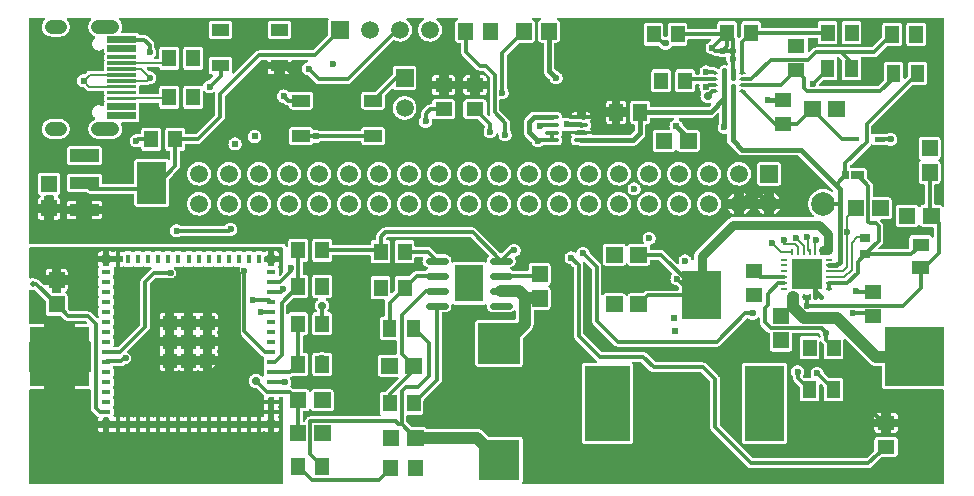
<source format=gtl>
G04 Layer: TopLayer*
G04 EasyEDA v6.4.19.4, 2021-06-11T02:13:33+02:00*
G04 afcd8683cfac40e295d78014fa455b8c,92d7176e1a3f4c55b0c7f3235df8e186,10*
G04 Gerber Generator version 0.2*
G04 Scale: 100 percent, Rotated: No, Reflected: No *
G04 Dimensions in millimeters *
G04 leading zeros omitted , absolute positions ,4 integer and 5 decimal *
%FSLAX45Y45*%
%MOMM*%

%ADD11C,0.3000*%
%ADD12C,0.8000*%
%ADD13C,0.2000*%
%ADD14C,0.4000*%
%ADD15C,1.0000*%
%ADD16C,0.3640*%
%ADD17C,0.6020*%
%ADD18C,0.6096*%
%ADD19C,0.6000*%
%ADD20C,0.5000*%
%ADD21C,0.7000*%
%ADD22C,2.0000*%
%ADD23R,1.1600X1.4500*%
%ADD24R,1.5000X1.0000*%
%ADD29R,0.2800X0.6330*%
%ADD30R,0.6330X0.2800*%
%ADD31R,2.5000X2.5000*%
%ADD34R,1.4500X1.1600*%
%ADD35R,1.3770X1.1325*%
%ADD36R,3.5000X3.5000*%
%ADD39R,0.8450X0.4550*%
%ADD40R,2.4100X3.0980*%
%ADD41R,1.3500X1.4100*%
%ADD43R,0.9000X0.8000*%
%ADD44R,0.4000X1.0500*%
%ADD45R,0.8000X0.4000*%
%ADD46R,0.8000X0.8000*%
%ADD48R,0.4000X0.8000*%
%ADD50C,1.4986*%
%ADD51R,1.4986X1.4986*%
%ADD52C,1.1500*%

%LPD*%
G36*
X1429816Y2761386D02*
G01*
X1426006Y2762097D01*
X1422755Y2764180D01*
X1420520Y2767330D01*
X1419656Y2771089D01*
X1420215Y2774899D01*
X1422349Y2781046D01*
X1423060Y2787294D01*
X1423060Y2826156D01*
X1422349Y2832404D01*
X1420469Y2837840D01*
X1416812Y2843631D01*
X1415643Y2846222D01*
X1415237Y2850337D01*
X1415643Y2853182D01*
X1416812Y2855772D01*
X1420469Y2861564D01*
X1422349Y2866999D01*
X1423060Y2873248D01*
X1423060Y2912110D01*
X1422349Y2918358D01*
X1420418Y2923844D01*
X1416761Y2929839D01*
X1415389Y2933344D01*
X1415440Y2937103D01*
X1416812Y2940558D01*
X1420469Y2946400D01*
X1422349Y2951835D01*
X1423060Y2958084D01*
X1423060Y2996946D01*
X1422349Y3003194D01*
X1420418Y3008630D01*
X1416761Y3014624D01*
X1415389Y3018129D01*
X1415440Y3021888D01*
X1416812Y3025394D01*
X1420469Y3031185D01*
X1422349Y3036620D01*
X1423060Y3042869D01*
X1423060Y3081731D01*
X1422349Y3087979D01*
X1420418Y3093466D01*
X1416761Y3099460D01*
X1415389Y3102965D01*
X1415440Y3106724D01*
X1416812Y3110179D01*
X1420469Y3116021D01*
X1422349Y3121406D01*
X1423060Y3127705D01*
X1423060Y3166516D01*
X1422349Y3172815D01*
X1420418Y3178251D01*
X1416761Y3184245D01*
X1415389Y3187750D01*
X1415440Y3191510D01*
X1416812Y3194964D01*
X1420469Y3200806D01*
X1422349Y3206191D01*
X1423060Y3212490D01*
X1423060Y3251352D01*
X1422349Y3257600D01*
X1420418Y3263036D01*
X1416761Y3269030D01*
X1415389Y3272536D01*
X1415440Y3276295D01*
X1416812Y3279749D01*
X1420469Y3285591D01*
X1422349Y3290976D01*
X1423060Y3297275D01*
X1423060Y3336137D01*
X1422349Y3342386D01*
X1420469Y3347770D01*
X1416659Y3353714D01*
X1415237Y3357270D01*
X1415237Y3361131D01*
X1416659Y3364687D01*
X1420469Y3370630D01*
X1422349Y3376015D01*
X1423060Y3382314D01*
X1423060Y3421176D01*
X1422349Y3427425D01*
X1421587Y3429558D01*
X1421028Y3433318D01*
X1421892Y3436975D01*
X1423974Y3440125D01*
X1427124Y3442258D01*
X1430782Y3443071D01*
X1434541Y3442512D01*
X1436725Y3441750D01*
X1442974Y3441039D01*
X1446072Y3441039D01*
X1446072Y3480358D01*
X1383741Y3480358D01*
X1383741Y3457549D01*
X1382979Y3453637D01*
X1380794Y3450336D01*
X1377492Y3448151D01*
X1373581Y3447389D01*
X1341221Y3447389D01*
X1337310Y3448151D01*
X1334058Y3450336D01*
X1331823Y3453637D01*
X1331061Y3457549D01*
X1331061Y3480358D01*
X1291742Y3480358D01*
X1291742Y3467303D01*
X1292453Y3461004D01*
X1294333Y3455619D01*
X1298143Y3449675D01*
X1299565Y3446119D01*
X1299565Y3442309D01*
X1298143Y3438753D01*
X1294333Y3432810D01*
X1292453Y3427425D01*
X1291742Y3421176D01*
X1291742Y3382314D01*
X1292453Y3376015D01*
X1294333Y3370630D01*
X1298143Y3364687D01*
X1299565Y3361131D01*
X1299565Y3357321D01*
X1298143Y3353765D01*
X1294333Y3347770D01*
X1292453Y3342386D01*
X1291742Y3336137D01*
X1291742Y3297275D01*
X1292453Y3290976D01*
X1294333Y3285540D01*
X1298041Y3279546D01*
X1299413Y3276041D01*
X1299362Y3272332D01*
X1297990Y3268827D01*
X1294333Y3262985D01*
X1292453Y3257600D01*
X1291742Y3251352D01*
X1291742Y3212490D01*
X1292453Y3206191D01*
X1294384Y3200755D01*
X1298041Y3194761D01*
X1299413Y3191256D01*
X1299362Y3187547D01*
X1297990Y3184042D01*
X1294333Y3178200D01*
X1292453Y3172815D01*
X1291742Y3166516D01*
X1291742Y3127705D01*
X1292453Y3121406D01*
X1294384Y3115970D01*
X1298041Y3109925D01*
X1299413Y3106420D01*
X1299362Y3102711D01*
X1297990Y3099206D01*
X1294333Y3093415D01*
X1292453Y3087979D01*
X1291742Y3081731D01*
X1291742Y3042869D01*
X1292453Y3036620D01*
X1294333Y3031134D01*
X1298041Y3025190D01*
X1299413Y3021685D01*
X1299362Y3017926D01*
X1297990Y3014421D01*
X1294790Y3009341D01*
X1292352Y3006648D01*
X1289151Y3005023D01*
X1285544Y3004616D01*
X1281988Y3005480D01*
X1279042Y3007563D01*
X1235608Y3050997D01*
X1229055Y3056382D01*
X1222044Y3060090D01*
X1214424Y3062427D01*
X1205992Y3063240D01*
X1061059Y3063240D01*
X1057148Y3064002D01*
X1053846Y3066237D01*
X1035913Y3084169D01*
X1033729Y3087471D01*
X1032967Y3091332D01*
X1032967Y3192729D01*
X1032256Y3198977D01*
X1030376Y3204413D01*
X1027328Y3209239D01*
X1023315Y3213252D01*
X1016914Y3217113D01*
X1013866Y3219907D01*
X1012240Y3223717D01*
X1012240Y3227882D01*
X1013866Y3231692D01*
X1016914Y3234486D01*
X1023315Y3238347D01*
X1027328Y3242360D01*
X1030376Y3247186D01*
X1032256Y3252622D01*
X1032967Y3258870D01*
X1032967Y3287217D01*
X979881Y3287217D01*
X979881Y3229102D01*
X979119Y3225241D01*
X976934Y3221939D01*
X973632Y3219704D01*
X969721Y3218942D01*
X909878Y3218942D01*
X905967Y3219704D01*
X902665Y3221939D01*
X900480Y3225241D01*
X899718Y3229102D01*
X899718Y3287217D01*
X837031Y3287217D01*
X833119Y3287979D01*
X829868Y3290163D01*
X796391Y3323539D01*
X789889Y3328924D01*
X782878Y3332632D01*
X775258Y3334969D01*
X769061Y3335578D01*
X766673Y3336137D01*
X764438Y3337204D01*
X760577Y3339744D01*
X752246Y3343351D01*
X743407Y3345332D01*
X734314Y3345738D01*
X725322Y3344519D01*
X719632Y3342690D01*
X715873Y3342233D01*
X712165Y3343148D01*
X709117Y3345383D01*
X707085Y3348634D01*
X706374Y3352342D01*
X706374Y3596640D01*
X707136Y3600551D01*
X709320Y3603802D01*
X712622Y3606037D01*
X716534Y3606800D01*
X2847340Y3606800D01*
X2851251Y3606037D01*
X2854502Y3603802D01*
X2856738Y3600551D01*
X2857500Y3596640D01*
X2857500Y3401822D01*
X2856738Y3397910D01*
X2854502Y3394608D01*
X2844546Y3384651D01*
X2844546Y3376168D01*
X2843784Y3372256D01*
X2841548Y3368954D01*
X2839567Y3366922D01*
X2836062Y3364687D01*
X2831998Y3363976D01*
X2827934Y3364992D01*
X2824683Y3367481D01*
X2822651Y3371138D01*
X2822244Y3375253D01*
X2823057Y3382314D01*
X2823057Y3421176D01*
X2822346Y3427425D01*
X2820466Y3432810D01*
X2816656Y3438753D01*
X2815234Y3442309D01*
X2815234Y3446119D01*
X2816656Y3449675D01*
X2820466Y3455619D01*
X2822346Y3461004D01*
X2823057Y3467303D01*
X2823057Y3480358D01*
X2783738Y3480358D01*
X2783738Y3457549D01*
X2782976Y3453637D01*
X2780792Y3450336D01*
X2777490Y3448151D01*
X2773578Y3447389D01*
X2741218Y3447389D01*
X2737307Y3448151D01*
X2734005Y3450336D01*
X2731820Y3453637D01*
X2731058Y3457549D01*
X2731058Y3480358D01*
X2708198Y3480358D01*
X2704338Y3481120D01*
X2701036Y3483356D01*
X2698851Y3486607D01*
X2698089Y3490518D01*
X2698089Y3522878D01*
X2698851Y3526790D01*
X2701036Y3530092D01*
X2704338Y3532276D01*
X2708198Y3533038D01*
X2731058Y3533038D01*
X2731058Y3572357D01*
X2717952Y3572357D01*
X2711704Y3571646D01*
X2706319Y3569766D01*
X2700375Y3565956D01*
X2696819Y3564585D01*
X2693009Y3564585D01*
X2689453Y3565956D01*
X2683459Y3569766D01*
X2678125Y3571646D01*
X2671826Y3572357D01*
X2632964Y3572357D01*
X2626715Y3571646D01*
X2621330Y3569766D01*
X2615387Y3565956D01*
X2611831Y3564585D01*
X2608021Y3564585D01*
X2604465Y3565956D01*
X2598470Y3569766D01*
X2593086Y3571646D01*
X2586837Y3572357D01*
X2547975Y3572357D01*
X2541727Y3571646D01*
X2536291Y3569766D01*
X2530297Y3566058D01*
X2526792Y3564737D01*
X2523032Y3564737D01*
X2519527Y3566109D01*
X2513736Y3569766D01*
X2508300Y3571646D01*
X2502052Y3572357D01*
X2463190Y3572357D01*
X2456942Y3571646D01*
X2451455Y3569766D01*
X2445512Y3566058D01*
X2442006Y3564737D01*
X2438247Y3564737D01*
X2434742Y3566109D01*
X2428951Y3569766D01*
X2423515Y3571646D01*
X2417267Y3572357D01*
X2378405Y3572357D01*
X2372156Y3571646D01*
X2366670Y3569766D01*
X2360676Y3566058D01*
X2357170Y3564737D01*
X2353411Y3564737D01*
X2349957Y3566109D01*
X2344115Y3569766D01*
X2338730Y3571646D01*
X2332431Y3572357D01*
X2293569Y3572357D01*
X2287320Y3571646D01*
X2281885Y3569766D01*
X2275890Y3566058D01*
X2272385Y3564737D01*
X2268626Y3564737D01*
X2265172Y3566109D01*
X2259330Y3569766D01*
X2253894Y3571646D01*
X2247646Y3572357D01*
X2208784Y3572357D01*
X2202535Y3571646D01*
X2197049Y3569766D01*
X2191054Y3566058D01*
X2187549Y3564737D01*
X2183841Y3564737D01*
X2180336Y3566109D01*
X2174494Y3569766D01*
X2169109Y3571646D01*
X2162860Y3572357D01*
X2123998Y3572357D01*
X2117699Y3571646D01*
X2112314Y3569766D01*
X2106472Y3566109D01*
X2103882Y3564940D01*
X2099716Y3564534D01*
X2096922Y3564940D01*
X2094331Y3566109D01*
X2088489Y3569766D01*
X2083104Y3571646D01*
X2076856Y3572357D01*
X2037994Y3572357D01*
X2031695Y3571646D01*
X2026310Y3569766D01*
X2020468Y3566109D01*
X2017877Y3564940D01*
X2013762Y3564534D01*
X2010968Y3564940D01*
X2008378Y3566109D01*
X2002536Y3569766D01*
X1997100Y3571646D01*
X1990852Y3572357D01*
X1951989Y3572357D01*
X1945741Y3571646D01*
X1940255Y3569766D01*
X1934260Y3566058D01*
X1930755Y3564737D01*
X1927047Y3564737D01*
X1923542Y3566109D01*
X1917700Y3569766D01*
X1912315Y3571646D01*
X1906066Y3572357D01*
X1867204Y3572357D01*
X1860905Y3571646D01*
X1855470Y3569766D01*
X1849475Y3566058D01*
X1845970Y3564737D01*
X1842262Y3564737D01*
X1838756Y3566109D01*
X1832914Y3569766D01*
X1827530Y3571646D01*
X1821230Y3572357D01*
X1782419Y3572357D01*
X1776120Y3571646D01*
X1770684Y3569766D01*
X1764639Y3566058D01*
X1761134Y3564737D01*
X1757425Y3564737D01*
X1753920Y3566109D01*
X1748129Y3569766D01*
X1742693Y3571646D01*
X1736445Y3572357D01*
X1697583Y3572357D01*
X1691335Y3571646D01*
X1685848Y3569766D01*
X1679905Y3566058D01*
X1676400Y3564737D01*
X1672640Y3564737D01*
X1669135Y3566109D01*
X1663344Y3569766D01*
X1657908Y3571646D01*
X1651660Y3572357D01*
X1612798Y3572357D01*
X1606550Y3571646D01*
X1601063Y3569766D01*
X1595120Y3566058D01*
X1591614Y3564737D01*
X1587855Y3564737D01*
X1584350Y3566109D01*
X1578508Y3569766D01*
X1573123Y3571646D01*
X1566875Y3572357D01*
X1528013Y3572357D01*
X1521714Y3571646D01*
X1516380Y3569766D01*
X1510385Y3565956D01*
X1506829Y3564534D01*
X1503019Y3564534D01*
X1499463Y3565956D01*
X1493469Y3569766D01*
X1488084Y3571646D01*
X1481836Y3572357D01*
X1478737Y3572357D01*
X1478737Y3533038D01*
X1491640Y3533038D01*
X1495501Y3532276D01*
X1498803Y3530092D01*
X1500987Y3526790D01*
X1501800Y3522878D01*
X1501800Y3490518D01*
X1500987Y3486658D01*
X1498803Y3483356D01*
X1495501Y3481120D01*
X1491640Y3480358D01*
X1478737Y3480358D01*
X1478737Y3441039D01*
X1481836Y3441039D01*
X1488084Y3441750D01*
X1493469Y3443630D01*
X1499463Y3447440D01*
X1503019Y3448862D01*
X1506829Y3448862D01*
X1510385Y3447440D01*
X1516380Y3443630D01*
X1521714Y3441750D01*
X1528013Y3441039D01*
X1566875Y3441039D01*
X1573123Y3441750D01*
X1578559Y3443681D01*
X1584553Y3447338D01*
X1588058Y3448710D01*
X1591818Y3448710D01*
X1595272Y3447338D01*
X1601114Y3443681D01*
X1606550Y3441750D01*
X1612798Y3441039D01*
X1651660Y3441039D01*
X1657908Y3441750D01*
X1663344Y3443681D01*
X1669338Y3447338D01*
X1672843Y3448710D01*
X1676603Y3448710D01*
X1680108Y3447338D01*
X1685899Y3443681D01*
X1691335Y3441750D01*
X1697583Y3441039D01*
X1734312Y3441039D01*
X1738375Y3440226D01*
X1741728Y3437839D01*
X1743913Y3434334D01*
X1744472Y3430219D01*
X1743354Y3426256D01*
X1740763Y3423056D01*
X1736191Y3419297D01*
X1660702Y3343808D01*
X1655318Y3337255D01*
X1651609Y3330244D01*
X1649272Y3322624D01*
X1648460Y3314192D01*
X1648460Y2954731D01*
X1647698Y2950870D01*
X1645462Y2947568D01*
X1462278Y2764332D01*
X1458976Y2762148D01*
X1455064Y2761386D01*
G37*

%LPC*%
G36*
X979881Y3370376D02*
G01*
X1032967Y3370376D01*
X1032967Y3398723D01*
X1032256Y3404971D01*
X1030376Y3410407D01*
X1027328Y3415233D01*
X1023264Y3419297D01*
X1018387Y3422345D01*
X1013002Y3424224D01*
X1006754Y3424936D01*
X979881Y3424936D01*
G37*
G36*
X846632Y3370376D02*
G01*
X899718Y3370376D01*
X899718Y3424936D01*
X872845Y3424936D01*
X866597Y3424224D01*
X861212Y3422345D01*
X856335Y3419297D01*
X852271Y3415233D01*
X849223Y3410407D01*
X847344Y3404971D01*
X846632Y3398723D01*
G37*
G36*
X1291742Y3533038D02*
G01*
X1331061Y3533038D01*
X1331061Y3572357D01*
X1318006Y3572357D01*
X1311706Y3571646D01*
X1306322Y3569766D01*
X1301445Y3566718D01*
X1297381Y3562654D01*
X1294333Y3557828D01*
X1292453Y3552393D01*
X1291742Y3546144D01*
G37*
G36*
X1383741Y3533038D02*
G01*
X1446072Y3533038D01*
X1446072Y3572357D01*
X1442974Y3572357D01*
X1436725Y3571646D01*
X1431340Y3569766D01*
X1425346Y3565956D01*
X1421790Y3564585D01*
X1417980Y3564585D01*
X1414424Y3565956D01*
X1408480Y3569766D01*
X1403096Y3571646D01*
X1396847Y3572357D01*
X1383741Y3572357D01*
G37*
G36*
X2783738Y3533038D02*
G01*
X2823057Y3533038D01*
X2823057Y3546144D01*
X2822346Y3552393D01*
X2820466Y3557828D01*
X2817418Y3562654D01*
X2813354Y3566718D01*
X2808478Y3569766D01*
X2803093Y3571646D01*
X2796844Y3572357D01*
X2783738Y3572357D01*
G37*

%LPD*%
G36*
X716534Y1600962D02*
G01*
X712622Y1601724D01*
X709320Y1603908D01*
X707136Y1607210D01*
X706374Y1611122D01*
X706374Y2393899D01*
X707136Y2397760D01*
X709320Y2401062D01*
X712622Y2403246D01*
X716534Y2404059D01*
X833831Y2404059D01*
X833831Y2548331D01*
X716534Y2548331D01*
X712622Y2549093D01*
X709320Y2551328D01*
X707136Y2554630D01*
X706374Y2558491D01*
X706374Y2800908D01*
X707136Y2804769D01*
X709320Y2808071D01*
X712622Y2810256D01*
X716534Y2811068D01*
X833831Y2811068D01*
X833831Y2955340D01*
X716534Y2955340D01*
X712622Y2956102D01*
X709320Y2958338D01*
X707136Y2961640D01*
X706374Y2965500D01*
X706374Y3238042D01*
X707085Y3241751D01*
X709117Y3245002D01*
X712165Y3247237D01*
X715873Y3248152D01*
X719632Y3247694D01*
X725322Y3245866D01*
X734314Y3244646D01*
X743407Y3245053D01*
X751433Y3246882D01*
X754837Y3247085D01*
X758088Y3246120D01*
X760882Y3244138D01*
X843686Y3161487D01*
X845870Y3158185D01*
X846632Y3154273D01*
X846632Y3052876D01*
X847344Y3046628D01*
X849223Y3041192D01*
X852271Y3036366D01*
X856335Y3032302D01*
X861212Y3029254D01*
X866597Y3027375D01*
X872845Y3026664D01*
X974242Y3026664D01*
X978153Y3025851D01*
X981456Y3023666D01*
X1010919Y2994202D01*
X1017422Y2988818D01*
X1024483Y2985109D01*
X1032103Y2982772D01*
X1040485Y2981960D01*
X1185468Y2981960D01*
X1189329Y2981147D01*
X1192631Y2978962D01*
X1198930Y2972714D01*
X1201115Y2969412D01*
X1201877Y2965500D01*
X1201115Y2961640D01*
X1198930Y2958338D01*
X1195628Y2956102D01*
X1191717Y2955340D01*
X1096568Y2955340D01*
X1096568Y2811068D01*
X1219200Y2811068D01*
X1223060Y2810256D01*
X1226362Y2808071D01*
X1228598Y2804769D01*
X1229360Y2800908D01*
X1229360Y2558491D01*
X1228598Y2554630D01*
X1226362Y2551328D01*
X1223060Y2549093D01*
X1219200Y2548331D01*
X1096568Y2548331D01*
X1096568Y2404059D01*
X1214628Y2404059D01*
X1218031Y2404414D01*
X1222248Y2404008D01*
X1225956Y2401925D01*
X1228445Y2398471D01*
X1229360Y2394305D01*
X1229360Y2247341D01*
X1230172Y2238908D01*
X1232509Y2231288D01*
X1236218Y2224278D01*
X1241602Y2217724D01*
X1276908Y2182469D01*
X1283411Y2177084D01*
X1291031Y2173020D01*
X1294231Y2170379D01*
X1296060Y2166670D01*
X1296314Y2162556D01*
X1294333Y2157831D01*
X1292453Y2152396D01*
X1291742Y2146147D01*
X1291742Y2133092D01*
X1331061Y2133092D01*
X1331061Y2155901D01*
X1331823Y2159762D01*
X1334008Y2163064D01*
X1337310Y2165299D01*
X1341221Y2166061D01*
X1373581Y2166061D01*
X1377492Y2165299D01*
X1380794Y2163064D01*
X1382979Y2159762D01*
X1383741Y2155901D01*
X1383741Y2133092D01*
X1446072Y2133041D01*
X1446072Y2172360D01*
X1442974Y2172360D01*
X1436725Y2171649D01*
X1434541Y2170887D01*
X1430782Y2170328D01*
X1427124Y2171192D01*
X1423974Y2173325D01*
X1421892Y2176424D01*
X1421028Y2180132D01*
X1421587Y2183841D01*
X1422349Y2186025D01*
X1423060Y2192274D01*
X1423060Y2231136D01*
X1422349Y2237384D01*
X1420469Y2242769D01*
X1416659Y2248763D01*
X1415237Y2252319D01*
X1415237Y2256129D01*
X1416659Y2259685D01*
X1420469Y2265629D01*
X1422349Y2271014D01*
X1423060Y2277262D01*
X1423060Y2316124D01*
X1422349Y2322423D01*
X1420418Y2327859D01*
X1416761Y2333853D01*
X1415389Y2337358D01*
X1415440Y2341067D01*
X1416812Y2344572D01*
X1420469Y2350414D01*
X1422349Y2355799D01*
X1423060Y2362047D01*
X1423060Y2400909D01*
X1422349Y2407208D01*
X1420418Y2412644D01*
X1416761Y2418638D01*
X1415389Y2422144D01*
X1415440Y2425903D01*
X1416812Y2429357D01*
X1420469Y2435199D01*
X1422349Y2440584D01*
X1423060Y2446883D01*
X1423060Y2485694D01*
X1422349Y2491994D01*
X1420418Y2497429D01*
X1416761Y2503474D01*
X1415389Y2506929D01*
X1415440Y2510688D01*
X1416812Y2514193D01*
X1420469Y2519984D01*
X1422349Y2525420D01*
X1423060Y2531668D01*
X1423060Y2570530D01*
X1422349Y2576779D01*
X1420469Y2582214D01*
X1418437Y2585364D01*
X1417015Y2589428D01*
X1417320Y2593695D01*
X1419402Y2597454D01*
X1422857Y2600045D01*
X1427073Y2600960D01*
X1485392Y2600960D01*
X1493824Y2601772D01*
X1501444Y2604109D01*
X1508455Y2607818D01*
X1515008Y2613202D01*
X1520342Y2618536D01*
X1522984Y2620467D01*
X1526082Y2621432D01*
X1534769Y2622702D01*
X1542948Y2625496D01*
X1550466Y2629865D01*
X1557020Y2635504D01*
X1562354Y2642362D01*
X1566316Y2650032D01*
X1568805Y2658364D01*
X1569618Y2667000D01*
X1568805Y2675636D01*
X1566316Y2683967D01*
X1562354Y2691638D01*
X1557020Y2698496D01*
X1550466Y2704134D01*
X1538732Y2710789D01*
X1536344Y2714091D01*
X1535430Y2718104D01*
X1536141Y2722118D01*
X1538376Y2725521D01*
X1717497Y2904591D01*
X1722882Y2911144D01*
X1726590Y2918155D01*
X1728927Y2925775D01*
X1729739Y2934208D01*
X1729739Y3293668D01*
X1730552Y3297529D01*
X1732737Y3300831D01*
X1779168Y3347262D01*
X1782470Y3349447D01*
X1786331Y3350260D01*
X1882495Y3350260D01*
X1886762Y3349345D01*
X1890064Y3347821D01*
X1898497Y3345738D01*
X1907184Y3345332D01*
X1915769Y3346602D01*
X1923948Y3349396D01*
X1931466Y3353765D01*
X1938020Y3359404D01*
X1943354Y3366262D01*
X1947316Y3373932D01*
X1949805Y3382264D01*
X1950618Y3390900D01*
X1949805Y3399536D01*
X1947316Y3407867D01*
X1943354Y3415537D01*
X1938020Y3422396D01*
X1935429Y3424580D01*
X1932990Y3427729D01*
X1931974Y3431590D01*
X1932482Y3435553D01*
X1934464Y3439007D01*
X1937664Y3441395D01*
X1941525Y3442411D01*
X1951989Y3441039D01*
X1990852Y3441039D01*
X1997100Y3441750D01*
X2002536Y3443630D01*
X2008378Y3447338D01*
X2010968Y3448456D01*
X2015083Y3448862D01*
X2017877Y3448456D01*
X2020468Y3447338D01*
X2026310Y3443630D01*
X2031695Y3441750D01*
X2037994Y3441039D01*
X2076856Y3441039D01*
X2083104Y3441750D01*
X2088489Y3443630D01*
X2094331Y3447338D01*
X2096922Y3448456D01*
X2101088Y3448862D01*
X2103882Y3448456D01*
X2106472Y3447338D01*
X2112314Y3443630D01*
X2117699Y3441750D01*
X2123998Y3441039D01*
X2162860Y3441039D01*
X2169109Y3441750D01*
X2174544Y3443681D01*
X2180590Y3447389D01*
X2184095Y3448710D01*
X2187803Y3448710D01*
X2191308Y3447338D01*
X2197100Y3443630D01*
X2202535Y3441750D01*
X2208784Y3441039D01*
X2247646Y3441039D01*
X2253894Y3441750D01*
X2259380Y3443681D01*
X2265375Y3447338D01*
X2268829Y3448710D01*
X2272588Y3448710D01*
X2276094Y3447338D01*
X2281936Y3443630D01*
X2287320Y3441750D01*
X2293569Y3441039D01*
X2332431Y3441039D01*
X2338730Y3441750D01*
X2344166Y3443681D01*
X2350160Y3447389D01*
X2353665Y3448710D01*
X2357424Y3448710D01*
X2360930Y3447338D01*
X2366721Y3443630D01*
X2372156Y3441750D01*
X2378405Y3441039D01*
X2417267Y3441039D01*
X2423515Y3441750D01*
X2429002Y3443681D01*
X2434945Y3447338D01*
X2438450Y3448710D01*
X2442210Y3448659D01*
X2445715Y3447287D01*
X2451506Y3443630D01*
X2456942Y3441750D01*
X2463190Y3441039D01*
X2486253Y3441039D01*
X2490571Y3440074D01*
X2494076Y3437382D01*
X2496058Y3433419D01*
X2496210Y3428949D01*
X2494584Y3420618D01*
X2494584Y3411982D01*
X2496261Y3403447D01*
X2498598Y3397504D01*
X2499360Y3393744D01*
X2499360Y2883408D01*
X2500172Y2874975D01*
X2502509Y2867355D01*
X2506218Y2860344D01*
X2511602Y2853791D01*
X2673096Y2692349D01*
X2679598Y2686964D01*
X2686659Y2683205D01*
X2688945Y2682494D01*
X2692247Y2680817D01*
X2694686Y2678023D01*
X2696006Y2674569D01*
X2695956Y2670810D01*
X2694330Y2667000D01*
X2692450Y2661564D01*
X2691739Y2655316D01*
X2691739Y2616454D01*
X2692450Y2610205D01*
X2694381Y2604770D01*
X2698038Y2598775D01*
X2699410Y2595270D01*
X2699359Y2591511D01*
X2697988Y2588006D01*
X2694330Y2582214D01*
X2692450Y2576779D01*
X2691739Y2570530D01*
X2691739Y2531668D01*
X2693009Y2521508D01*
X2691993Y2517698D01*
X2689656Y2514549D01*
X2686253Y2512517D01*
X2682392Y2511958D01*
X2678531Y2512872D01*
X2675382Y2515209D01*
X2669946Y2521102D01*
X2662072Y2527249D01*
X2653233Y2532024D01*
X2643784Y2535275D01*
X2633929Y2536901D01*
X2623870Y2536901D01*
X2614015Y2535275D01*
X2604566Y2532024D01*
X2595727Y2527249D01*
X2587853Y2521102D01*
X2581046Y2513736D01*
X2575610Y2505354D01*
X2571546Y2496159D01*
X2569108Y2486456D01*
X2568295Y2476500D01*
X2569108Y2466543D01*
X2571546Y2456840D01*
X2575610Y2447645D01*
X2581046Y2439263D01*
X2587853Y2431897D01*
X2595727Y2425750D01*
X2604566Y2420975D01*
X2614015Y2417724D01*
X2623870Y2416098D01*
X2627630Y2416098D01*
X2631490Y2415336D01*
X2634792Y2413101D01*
X2690977Y2356916D01*
X2693416Y2353106D01*
X2694330Y2350363D01*
X2698038Y2344369D01*
X2699410Y2340864D01*
X2699359Y2337104D01*
X2697988Y2333650D01*
X2694330Y2327808D01*
X2692450Y2322423D01*
X2691739Y2316124D01*
X2691739Y2313076D01*
X2731058Y2313076D01*
X2731058Y2325674D01*
X2731820Y2329586D01*
X2734005Y2332888D01*
X2737307Y2335072D01*
X2741218Y2335834D01*
X2773578Y2335834D01*
X2777490Y2335072D01*
X2780792Y2332888D01*
X2782976Y2329586D01*
X2783738Y2325674D01*
X2783738Y2313076D01*
X2823057Y2313076D01*
X2823057Y2316124D01*
X2822346Y2322423D01*
X2820619Y2327351D01*
X2820060Y2331161D01*
X2820974Y2334869D01*
X2823210Y2338019D01*
X2826410Y2340102D01*
X2830220Y2340864D01*
X2847340Y2340864D01*
X2851251Y2340051D01*
X2854502Y2337866D01*
X2856738Y2334564D01*
X2857500Y2330704D01*
X2857500Y1611122D01*
X2856738Y1607210D01*
X2854502Y1603908D01*
X2851251Y1601724D01*
X2847340Y1600962D01*
G37*

%LPC*%
G36*
X2783738Y2041042D02*
G01*
X2796844Y2041042D01*
X2803093Y2041753D01*
X2808478Y2043684D01*
X2813354Y2046732D01*
X2817418Y2050745D01*
X2820466Y2055622D01*
X2822346Y2061006D01*
X2823057Y2067306D01*
X2823057Y2080361D01*
X2783738Y2080361D01*
G37*
G36*
X1818182Y2041042D02*
G01*
X1821230Y2041042D01*
X1827530Y2041753D01*
X1832965Y2043684D01*
X1838960Y2047341D01*
X1842465Y2048713D01*
X1846224Y2048662D01*
X1849678Y2047290D01*
X1855520Y2043633D01*
X1860905Y2041753D01*
X1867204Y2041042D01*
X1870252Y2041042D01*
X1870252Y2080361D01*
X1818182Y2080361D01*
G37*
G36*
X1648561Y2041042D02*
G01*
X1651660Y2041042D01*
X1657908Y2041753D01*
X1663344Y2043684D01*
X1669338Y2047341D01*
X1672843Y2048713D01*
X1676603Y2048713D01*
X1680108Y2047290D01*
X1685899Y2043633D01*
X1691335Y2041753D01*
X1697583Y2041042D01*
X1700682Y2041042D01*
X1700682Y2080361D01*
X1648561Y2080361D01*
G37*
G36*
X2244598Y2041042D02*
G01*
X2247646Y2041042D01*
X2253894Y2041753D01*
X2259380Y2043684D01*
X2265375Y2047341D01*
X2268829Y2048713D01*
X2272588Y2048662D01*
X2276094Y2047290D01*
X2281936Y2043633D01*
X2287320Y2041753D01*
X2293569Y2041042D01*
X2296668Y2041042D01*
X2296668Y2080361D01*
X2244598Y2080361D01*
G37*
G36*
X2498953Y2041042D02*
G01*
X2502052Y2041042D01*
X2508300Y2041753D01*
X2513787Y2043684D01*
X2519730Y2047341D01*
X2523236Y2048713D01*
X2526995Y2048662D01*
X2530500Y2047290D01*
X2536291Y2043633D01*
X2541727Y2041753D01*
X2547975Y2041042D01*
X2551074Y2041042D01*
X2551074Y2080361D01*
X2498953Y2080361D01*
G37*
G36*
X1563776Y2041042D02*
G01*
X1566875Y2041042D01*
X1573123Y2041753D01*
X1578559Y2043684D01*
X1584553Y2047341D01*
X1588058Y2048713D01*
X1591818Y2048713D01*
X1595272Y2047290D01*
X1601114Y2043633D01*
X1606550Y2041753D01*
X1612798Y2041042D01*
X1615846Y2041042D01*
X1615846Y2080361D01*
X1563776Y2080361D01*
G37*
G36*
X2414168Y2041042D02*
G01*
X2417267Y2041042D01*
X2423515Y2041753D01*
X2429002Y2043684D01*
X2434945Y2047341D01*
X2438450Y2048713D01*
X2442210Y2048662D01*
X2445715Y2047290D01*
X2451506Y2043633D01*
X2456942Y2041753D01*
X2463190Y2041042D01*
X2466289Y2041042D01*
X2466289Y2080361D01*
X2414168Y2080361D01*
G37*
G36*
X1902968Y2041042D02*
G01*
X1906066Y2041042D01*
X1912315Y2041753D01*
X1917750Y2043684D01*
X1923796Y2047341D01*
X1927301Y2048713D01*
X1931009Y2048662D01*
X1934514Y2047290D01*
X1940306Y2043633D01*
X1945741Y2041753D01*
X1951989Y2041042D01*
X1955088Y2041042D01*
X1955088Y2080361D01*
X1902968Y2080361D01*
G37*
G36*
X2159762Y2041042D02*
G01*
X2162860Y2041042D01*
X2169109Y2041753D01*
X2174544Y2043684D01*
X2180590Y2047341D01*
X2184095Y2048713D01*
X2187803Y2048662D01*
X2191308Y2047290D01*
X2197100Y2043633D01*
X2202535Y2041753D01*
X2208784Y2041042D01*
X2211882Y2041042D01*
X2211882Y2080361D01*
X2159762Y2080361D01*
G37*
G36*
X2329383Y2041042D02*
G01*
X2332431Y2041042D01*
X2338730Y2041753D01*
X2344166Y2043684D01*
X2350160Y2047341D01*
X2353665Y2048713D01*
X2357424Y2048662D01*
X2360930Y2047290D01*
X2366721Y2043633D01*
X2372156Y2041753D01*
X2378405Y2041042D01*
X2381504Y2041042D01*
X2381504Y2080361D01*
X2329383Y2080361D01*
G37*
G36*
X1733346Y2041042D02*
G01*
X1736445Y2041042D01*
X1742693Y2041753D01*
X1748180Y2043684D01*
X1754174Y2047392D01*
X1757680Y2048713D01*
X1761439Y2048662D01*
X1764893Y2047290D01*
X1770735Y2043633D01*
X1776120Y2041753D01*
X1782419Y2041042D01*
X1785467Y2041042D01*
X1785467Y2080361D01*
X1733346Y2080361D01*
G37*
G36*
X2583738Y2041042D02*
G01*
X2586837Y2041042D01*
X2593086Y2041753D01*
X2598470Y2043633D01*
X2604465Y2047443D01*
X2608021Y2048865D01*
X2611831Y2048865D01*
X2615387Y2047443D01*
X2621330Y2043633D01*
X2626715Y2041753D01*
X2632964Y2041042D01*
X2636062Y2041042D01*
X2636062Y2080361D01*
X2583738Y2080361D01*
G37*
G36*
X1478737Y2041042D02*
G01*
X1481836Y2041042D01*
X1488084Y2041753D01*
X1493469Y2043633D01*
X1499463Y2047443D01*
X1503019Y2048865D01*
X1506829Y2048865D01*
X1510385Y2047443D01*
X1516380Y2043633D01*
X1521714Y2041753D01*
X1528013Y2041042D01*
X1531061Y2041042D01*
X1531061Y2080361D01*
X1478737Y2080361D01*
G37*
G36*
X1987804Y2041042D02*
G01*
X1990852Y2041042D01*
X1997100Y2041753D01*
X2002536Y2043633D01*
X2008378Y2047290D01*
X2010968Y2048459D01*
X2015083Y2048865D01*
X2017877Y2048459D01*
X2020468Y2047290D01*
X2026310Y2043633D01*
X2031695Y2041753D01*
X2037994Y2041042D01*
X2041042Y2041042D01*
X2041042Y2080361D01*
X1987804Y2080361D01*
G37*
G36*
X2073757Y2041042D02*
G01*
X2076856Y2041042D01*
X2083104Y2041753D01*
X2088489Y2043633D01*
X2094331Y2047290D01*
X2096922Y2048459D01*
X2101088Y2048865D01*
X2103882Y2048459D01*
X2106472Y2047290D01*
X2112314Y2043633D01*
X2117699Y2041753D01*
X2123998Y2041042D01*
X2127046Y2041042D01*
X2127046Y2080361D01*
X2073757Y2080361D01*
G37*
G36*
X2668778Y2041042D02*
G01*
X2671826Y2041042D01*
X2678125Y2041753D01*
X2683459Y2043633D01*
X2689453Y2047443D01*
X2693009Y2048865D01*
X2696819Y2048865D01*
X2700375Y2047443D01*
X2706319Y2043633D01*
X2711704Y2041753D01*
X2717952Y2041042D01*
X2731058Y2041042D01*
X2731058Y2080361D01*
X2668778Y2080361D01*
G37*
G36*
X1383741Y2041042D02*
G01*
X1396847Y2041042D01*
X1403096Y2041753D01*
X1408480Y2043633D01*
X1414424Y2047443D01*
X1417980Y2048865D01*
X1421790Y2048865D01*
X1425346Y2047443D01*
X1431340Y2043633D01*
X1436725Y2041753D01*
X1442974Y2041042D01*
X1446072Y2041042D01*
X1446072Y2080361D01*
X1383741Y2080361D01*
G37*
G36*
X1317955Y2041042D02*
G01*
X1331061Y2041042D01*
X1331061Y2080361D01*
X1291742Y2080361D01*
X1291742Y2067306D01*
X1292453Y2061006D01*
X1294333Y2055622D01*
X1297381Y2050745D01*
X1301445Y2046732D01*
X1306271Y2043684D01*
X1311706Y2041753D01*
G37*
G36*
X1818182Y2133041D02*
G01*
X1870252Y2133041D01*
X1870252Y2172360D01*
X1867204Y2172360D01*
X1860905Y2171649D01*
X1855470Y2169769D01*
X1849475Y2166061D01*
X1845970Y2164740D01*
X1842262Y2164740D01*
X1838756Y2166112D01*
X1832914Y2169769D01*
X1827530Y2171649D01*
X1821230Y2172360D01*
X1818182Y2172360D01*
G37*
G36*
X1648561Y2133041D02*
G01*
X1700682Y2133041D01*
X1700682Y2172360D01*
X1697583Y2172360D01*
X1691335Y2171649D01*
X1685848Y2169769D01*
X1679905Y2166061D01*
X1676400Y2164740D01*
X1672640Y2164740D01*
X1669135Y2166112D01*
X1663344Y2169769D01*
X1657908Y2171649D01*
X1651660Y2172360D01*
X1648561Y2172360D01*
G37*
G36*
X2244598Y2133041D02*
G01*
X2296668Y2133041D01*
X2296668Y2172360D01*
X2293569Y2172360D01*
X2287320Y2171649D01*
X2281885Y2169769D01*
X2275890Y2166061D01*
X2272385Y2164740D01*
X2268626Y2164740D01*
X2265172Y2166112D01*
X2259330Y2169769D01*
X2253894Y2171649D01*
X2247646Y2172360D01*
X2244598Y2172360D01*
G37*
G36*
X2498953Y2133041D02*
G01*
X2551074Y2133041D01*
X2551074Y2172360D01*
X2547975Y2172360D01*
X2541727Y2171649D01*
X2536291Y2169769D01*
X2530297Y2166061D01*
X2526792Y2164689D01*
X2523032Y2164740D01*
X2519527Y2166112D01*
X2513736Y2169769D01*
X2508300Y2171649D01*
X2502052Y2172360D01*
X2498953Y2172360D01*
G37*
G36*
X1563776Y2133041D02*
G01*
X1615846Y2133041D01*
X1615846Y2172360D01*
X1612798Y2172360D01*
X1606550Y2171649D01*
X1601063Y2169769D01*
X1595120Y2166061D01*
X1591614Y2164689D01*
X1587855Y2164740D01*
X1584350Y2166112D01*
X1578508Y2169769D01*
X1573123Y2171649D01*
X1566875Y2172360D01*
X1563776Y2172360D01*
G37*
G36*
X2414168Y2133041D02*
G01*
X2466289Y2133041D01*
X2466289Y2172360D01*
X2463190Y2172360D01*
X2456942Y2171649D01*
X2451455Y2169718D01*
X2445512Y2166061D01*
X2442006Y2164740D01*
X2438247Y2164740D01*
X2434742Y2166112D01*
X2428951Y2169769D01*
X2423515Y2171649D01*
X2417267Y2172360D01*
X2414168Y2172360D01*
G37*
G36*
X1902968Y2133041D02*
G01*
X1955088Y2133041D01*
X1955088Y2172360D01*
X1951989Y2172360D01*
X1945741Y2171649D01*
X1940255Y2169769D01*
X1934260Y2166061D01*
X1930755Y2164689D01*
X1927047Y2164740D01*
X1923542Y2166112D01*
X1917700Y2169769D01*
X1912315Y2171649D01*
X1906066Y2172360D01*
X1902968Y2172360D01*
G37*
G36*
X2329383Y2133041D02*
G01*
X2381504Y2133041D01*
X2381504Y2172360D01*
X2378405Y2172360D01*
X2372156Y2171649D01*
X2366670Y2169769D01*
X2360676Y2166061D01*
X2357170Y2164689D01*
X2353411Y2164740D01*
X2349957Y2166112D01*
X2344115Y2169769D01*
X2338730Y2171649D01*
X2332431Y2172360D01*
X2329383Y2172360D01*
G37*
G36*
X2159762Y2133041D02*
G01*
X2211882Y2133041D01*
X2211882Y2172360D01*
X2208784Y2172360D01*
X2202535Y2171649D01*
X2197049Y2169769D01*
X2191054Y2166061D01*
X2187549Y2164689D01*
X2183841Y2164740D01*
X2180336Y2166112D01*
X2174494Y2169769D01*
X2169109Y2171649D01*
X2162860Y2172360D01*
X2159762Y2172360D01*
G37*
G36*
X1733346Y2133041D02*
G01*
X1785467Y2133041D01*
X1785467Y2172360D01*
X1782419Y2172360D01*
X1776120Y2171649D01*
X1770684Y2169769D01*
X1764639Y2166061D01*
X1761134Y2164740D01*
X1757425Y2164740D01*
X1753920Y2166112D01*
X1748129Y2169769D01*
X1742693Y2171649D01*
X1736445Y2172360D01*
X1733346Y2172360D01*
G37*
G36*
X2583738Y2133041D02*
G01*
X2636062Y2133041D01*
X2636062Y2172360D01*
X2632964Y2172360D01*
X2626715Y2171649D01*
X2621330Y2169769D01*
X2615387Y2165959D01*
X2611831Y2164537D01*
X2608021Y2164537D01*
X2604465Y2165959D01*
X2598470Y2169769D01*
X2593086Y2171649D01*
X2586837Y2172360D01*
X2583738Y2172360D01*
G37*
G36*
X1478737Y2133041D02*
G01*
X1531061Y2133041D01*
X1531061Y2172360D01*
X1528013Y2172360D01*
X1521714Y2171649D01*
X1516380Y2169769D01*
X1510385Y2165959D01*
X1506829Y2164537D01*
X1503019Y2164537D01*
X1499463Y2165959D01*
X1493469Y2169769D01*
X1488084Y2171649D01*
X1481836Y2172360D01*
X1478737Y2172360D01*
G37*
G36*
X1987804Y2133041D02*
G01*
X2041042Y2133041D01*
X2041042Y2172360D01*
X2037994Y2172360D01*
X2031695Y2171649D01*
X2026310Y2169769D01*
X2020468Y2166112D01*
X2017877Y2164943D01*
X2013762Y2164537D01*
X2010968Y2164943D01*
X2008378Y2166112D01*
X2002536Y2169769D01*
X1997100Y2171649D01*
X1990852Y2172360D01*
X1987804Y2172360D01*
G37*
G36*
X2073757Y2133041D02*
G01*
X2127046Y2133041D01*
X2127046Y2172360D01*
X2123998Y2172360D01*
X2117699Y2171649D01*
X2112314Y2169769D01*
X2106472Y2166112D01*
X2103882Y2164943D01*
X2099716Y2164537D01*
X2096922Y2164943D01*
X2094331Y2166112D01*
X2088489Y2169769D01*
X2083104Y2171649D01*
X2076856Y2172360D01*
X2073757Y2172360D01*
G37*
G36*
X2668778Y2133041D02*
G01*
X2731058Y2133092D01*
X2731058Y2195372D01*
X2691739Y2195372D01*
X2691739Y2192274D01*
X2692450Y2186025D01*
X2693212Y2183841D01*
X2693771Y2180132D01*
X2692958Y2176424D01*
X2690825Y2173325D01*
X2687675Y2171192D01*
X2684018Y2170328D01*
X2680258Y2170887D01*
X2678125Y2171649D01*
X2671826Y2172360D01*
X2668778Y2172360D01*
G37*
G36*
X2783738Y2133092D02*
G01*
X2823057Y2133092D01*
X2823057Y2146147D01*
X2822346Y2152396D01*
X2820466Y2157780D01*
X2816656Y2163775D01*
X2815234Y2167280D01*
X2815234Y2171141D01*
X2816656Y2174697D01*
X2820466Y2180640D01*
X2822346Y2186025D01*
X2823057Y2192274D01*
X2823057Y2195372D01*
X2783738Y2195372D01*
G37*
G36*
X2691739Y2228037D02*
G01*
X2731058Y2228037D01*
X2731058Y2280361D01*
X2691739Y2280361D01*
X2691739Y2277262D01*
X2692450Y2271014D01*
X2694330Y2265629D01*
X2698140Y2259685D01*
X2699562Y2256129D01*
X2699562Y2252319D01*
X2698140Y2248763D01*
X2694330Y2242769D01*
X2692450Y2237384D01*
X2691739Y2231136D01*
G37*
G36*
X2783738Y2228037D02*
G01*
X2823057Y2228037D01*
X2823057Y2231136D01*
X2822346Y2237384D01*
X2820466Y2242769D01*
X2816656Y2248763D01*
X2815234Y2252319D01*
X2815234Y2256129D01*
X2816656Y2259685D01*
X2820466Y2265629D01*
X2822346Y2271014D01*
X2823057Y2277262D01*
X2823057Y2280361D01*
X2783738Y2280361D01*
G37*
G36*
X1837994Y2561031D02*
G01*
X1861057Y2561031D01*
X1861057Y2610358D01*
X1811731Y2610358D01*
X1811731Y2587294D01*
X1812442Y2580995D01*
X1814322Y2575610D01*
X1817370Y2570734D01*
X1821434Y2566670D01*
X1826310Y2563622D01*
X1831695Y2561742D01*
G37*
G36*
X1933752Y2561031D02*
G01*
X1956816Y2561031D01*
X1963115Y2561742D01*
X1968500Y2563622D01*
X1972005Y2565857D01*
X1975510Y2567228D01*
X1979269Y2567228D01*
X1982825Y2565857D01*
X1986280Y2563622D01*
X1991715Y2561742D01*
X1997964Y2561031D01*
X2021027Y2561031D01*
X2021027Y2610358D01*
X1933752Y2610358D01*
G37*
G36*
X2093772Y2561031D02*
G01*
X2116836Y2561031D01*
X2123084Y2561742D01*
X2128520Y2563622D01*
X2131974Y2565857D01*
X2135530Y2567228D01*
X2139289Y2567228D01*
X2142794Y2565857D01*
X2146300Y2563622D01*
X2151684Y2561742D01*
X2157984Y2561031D01*
X2181047Y2561031D01*
X2181047Y2610358D01*
X2093772Y2610358D01*
G37*
G36*
X2253742Y2586786D02*
G01*
X2277313Y2610358D01*
X2253742Y2610358D01*
G37*
G36*
X1811731Y2683052D02*
G01*
X1861057Y2683052D01*
X1861057Y2770327D01*
X1811731Y2770327D01*
X1811731Y2747264D01*
X1812442Y2741015D01*
X1814322Y2735580D01*
X1816557Y2732125D01*
X1817928Y2728569D01*
X1817928Y2724810D01*
X1816557Y2721305D01*
X1814322Y2717800D01*
X1812442Y2712415D01*
X1811731Y2706116D01*
G37*
G36*
X2253742Y2683052D02*
G01*
X2303068Y2683052D01*
X2303068Y2706116D01*
X2302357Y2712415D01*
X2300478Y2717800D01*
X2298242Y2721305D01*
X2296871Y2724810D01*
X2296871Y2728569D01*
X2298242Y2732125D01*
X2300478Y2735580D01*
X2302357Y2741015D01*
X2303068Y2747264D01*
X2303068Y2770327D01*
X2253742Y2770327D01*
G37*
G36*
X1933752Y2683052D02*
G01*
X2021027Y2683052D01*
X2021027Y2770327D01*
X1933752Y2770327D01*
G37*
G36*
X2093772Y2683052D02*
G01*
X2181047Y2683052D01*
X2181047Y2770327D01*
X2093772Y2770327D01*
G37*
G36*
X1811731Y2843072D02*
G01*
X1861057Y2843072D01*
X1861057Y2930347D01*
X1811731Y2930347D01*
X1811731Y2907284D01*
X1812442Y2900984D01*
X1814322Y2895600D01*
X1816557Y2892094D01*
X1817928Y2888589D01*
X1817928Y2884830D01*
X1816557Y2881274D01*
X1814322Y2877820D01*
X1812442Y2872384D01*
X1811731Y2866136D01*
G37*
G36*
X2253742Y2843072D02*
G01*
X2303068Y2843072D01*
X2303068Y2866136D01*
X2302357Y2872384D01*
X2300478Y2877820D01*
X2298242Y2881274D01*
X2296871Y2884830D01*
X2296871Y2888589D01*
X2298242Y2892094D01*
X2300478Y2895600D01*
X2302357Y2900984D01*
X2303068Y2907284D01*
X2303068Y2930347D01*
X2253742Y2930347D01*
G37*
G36*
X1933752Y2843072D02*
G01*
X2021027Y2843072D01*
X2021027Y2930347D01*
X1933752Y2930347D01*
G37*
G36*
X2093772Y2843072D02*
G01*
X2181047Y2843072D01*
X2181047Y2930347D01*
X2093772Y2930347D01*
G37*
G36*
X1811731Y3003042D02*
G01*
X1861057Y3003042D01*
X1861057Y3052368D01*
X1837994Y3052368D01*
X1831695Y3051657D01*
X1826310Y3049778D01*
X1821434Y3046730D01*
X1817370Y3042666D01*
X1814322Y3037789D01*
X1812442Y3032404D01*
X1811731Y3026105D01*
G37*
G36*
X2253742Y3003042D02*
G01*
X2303068Y3003042D01*
X2303068Y3026105D01*
X2302357Y3032404D01*
X2300478Y3037789D01*
X2297430Y3042666D01*
X2293366Y3046730D01*
X2288489Y3049778D01*
X2283104Y3051657D01*
X2276805Y3052368D01*
X2253742Y3052368D01*
G37*
G36*
X1933752Y3003042D02*
G01*
X2021027Y3003042D01*
X2021027Y3052368D01*
X1997964Y3052368D01*
X1991715Y3051657D01*
X1986280Y3049778D01*
X1982825Y3047542D01*
X1979269Y3046171D01*
X1975510Y3046171D01*
X1972005Y3047542D01*
X1968500Y3049778D01*
X1963115Y3051657D01*
X1956816Y3052368D01*
X1933752Y3052368D01*
G37*
G36*
X2093772Y3003042D02*
G01*
X2181047Y3003042D01*
X2181047Y3052368D01*
X2157984Y3052368D01*
X2151684Y3051657D01*
X2146300Y3049778D01*
X2142794Y3047542D01*
X2139289Y3046171D01*
X2135530Y3046171D01*
X2131974Y3047542D01*
X2128520Y3049778D01*
X2123084Y3051657D01*
X2116836Y3052368D01*
X2093772Y3052368D01*
G37*

%LPD*%
G36*
X4892294Y1600962D02*
G01*
X4888077Y1601876D01*
X4884623Y1604416D01*
X4882540Y1608175D01*
X4882235Y1612493D01*
X4884369Y1617573D01*
X4886248Y1623009D01*
X4886960Y1629257D01*
X4886960Y1978152D01*
X4886248Y1984400D01*
X4884369Y1989785D01*
X4881321Y1994662D01*
X4877257Y1998725D01*
X4872380Y2001774D01*
X4866995Y2003653D01*
X4860747Y2004364D01*
X4596841Y2004364D01*
X4592980Y2005126D01*
X4589678Y2007311D01*
X4547717Y2049221D01*
X4538878Y2056282D01*
X4531309Y2060854D01*
X4529074Y2061972D01*
X4520895Y2065375D01*
X4518609Y2066137D01*
X4509973Y2068271D01*
X4507585Y2068677D01*
X4498746Y2069490D01*
X4077512Y2069541D01*
X4074160Y2070100D01*
X4071213Y2071776D01*
X4068927Y2074316D01*
X4066997Y2077364D01*
X4062933Y2081428D01*
X4058107Y2084476D01*
X4052671Y2086356D01*
X4046423Y2087067D01*
X3945026Y2087067D01*
X3941165Y2087829D01*
X3937863Y2090013D01*
X3904437Y2123440D01*
X3902252Y2126742D01*
X3901440Y2130653D01*
X3901440Y2177694D01*
X3902252Y2181555D01*
X3904437Y2184857D01*
X3907739Y2187092D01*
X3911600Y2187854D01*
X4019854Y2187854D01*
X4026103Y2188565D01*
X4031487Y2190445D01*
X4036364Y2193493D01*
X4040428Y2197557D01*
X4043476Y2202383D01*
X4045356Y2207818D01*
X4046067Y2214067D01*
X4046067Y2307945D01*
X4046829Y2311857D01*
X4049014Y2315159D01*
X4188612Y2454757D01*
X4193997Y2461260D01*
X4197756Y2468321D01*
X4200042Y2475941D01*
X4200906Y2484323D01*
X4200906Y3045561D01*
X4201668Y3049473D01*
X4203852Y3052775D01*
X4207154Y3054959D01*
X4211066Y3055721D01*
X4226763Y3055721D01*
X4236872Y3056636D01*
X4246270Y3059125D01*
X4255058Y3063240D01*
X4263034Y3068828D01*
X4269892Y3075686D01*
X4275429Y3083661D01*
X4279544Y3092450D01*
X4282084Y3101848D01*
X4282897Y3111500D01*
X4282490Y3116224D01*
X4283100Y3120644D01*
X4285538Y3124403D01*
X4289348Y3126740D01*
X4293819Y3127197D01*
X4298035Y3125724D01*
X4300677Y3124047D01*
X4306112Y3122168D01*
X4312361Y3121456D01*
X4552238Y3121456D01*
X4558487Y3122168D01*
X4563922Y3124047D01*
X4566564Y3125724D01*
X4570780Y3127197D01*
X4575251Y3126740D01*
X4579061Y3124403D01*
X4581499Y3120644D01*
X4582109Y3116224D01*
X4581702Y3111500D01*
X4582515Y3101848D01*
X4585055Y3092450D01*
X4589170Y3083661D01*
X4594707Y3075686D01*
X4601565Y3068828D01*
X4609541Y3063240D01*
X4618329Y3059125D01*
X4627727Y3056636D01*
X4637836Y3055721D01*
X4770831Y3055721D01*
X4780991Y3056636D01*
X4790338Y3059125D01*
X4799177Y3063240D01*
X4807102Y3068828D01*
X4809185Y3070910D01*
X4812487Y3073095D01*
X4816398Y3073908D01*
X4820259Y3073095D01*
X4823561Y3070910D01*
X4825796Y3067608D01*
X4826558Y3063748D01*
X4826558Y3004515D01*
X4825796Y3000603D01*
X4823561Y2997352D01*
X4820259Y2995117D01*
X4816398Y2994355D01*
X4511852Y2994355D01*
X4505604Y2993644D01*
X4500219Y2991764D01*
X4495342Y2988716D01*
X4491278Y2984652D01*
X4488230Y2979826D01*
X4486351Y2974390D01*
X4485640Y2968142D01*
X4485640Y2619248D01*
X4486351Y2612999D01*
X4488230Y2607614D01*
X4491278Y2602738D01*
X4495342Y2598674D01*
X4500219Y2595626D01*
X4505604Y2593746D01*
X4511852Y2593035D01*
X4860747Y2593035D01*
X4866995Y2593746D01*
X4872380Y2595626D01*
X4877257Y2598674D01*
X4881321Y2602738D01*
X4884369Y2607614D01*
X4886248Y2612999D01*
X4886960Y2619248D01*
X4886960Y2832658D01*
X4887722Y2836519D01*
X4889906Y2839821D01*
X4957521Y2907487D01*
X4964582Y2916326D01*
X4969154Y2923895D01*
X4970272Y2926130D01*
X4973675Y2934309D01*
X4974437Y2936595D01*
X4976571Y2945231D01*
X4976977Y2947619D01*
X4977790Y2956458D01*
X4977841Y3067304D01*
X4978603Y3071164D01*
X4980838Y3074466D01*
X4984140Y3076651D01*
X4988001Y3077464D01*
X5096154Y3077464D01*
X5102402Y3078175D01*
X5107787Y3080054D01*
X5112664Y3083102D01*
X5116728Y3087166D01*
X5119776Y3091992D01*
X5121656Y3097428D01*
X5122367Y3103676D01*
X5122367Y3243529D01*
X5121656Y3249777D01*
X5119776Y3255213D01*
X5116728Y3260039D01*
X5112715Y3264052D01*
X5106314Y3267913D01*
X5103266Y3270707D01*
X5101640Y3274517D01*
X5101640Y3278682D01*
X5103266Y3282492D01*
X5106314Y3285286D01*
X5112715Y3289147D01*
X5116728Y3293160D01*
X5119776Y3297986D01*
X5121656Y3303422D01*
X5122367Y3309670D01*
X5122367Y3449523D01*
X5121656Y3455771D01*
X5119776Y3461207D01*
X5116728Y3466033D01*
X5112664Y3470097D01*
X5107787Y3473145D01*
X5102402Y3475024D01*
X5096154Y3475736D01*
X4962245Y3475736D01*
X4955997Y3475024D01*
X4950612Y3473145D01*
X4945735Y3470097D01*
X4941671Y3466033D01*
X4938623Y3461207D01*
X4936744Y3455771D01*
X4936032Y3449523D01*
X4936032Y3416300D01*
X4935270Y3412439D01*
X4933086Y3409137D01*
X4929784Y3406901D01*
X4925872Y3406140D01*
X4813198Y3406140D01*
X4810150Y3406648D01*
X4807407Y3407968D01*
X4799177Y3413760D01*
X4790338Y3417874D01*
X4785410Y3419195D01*
X4781499Y3421227D01*
X4778806Y3424682D01*
X4777841Y3429000D01*
X4778806Y3433318D01*
X4781499Y3436772D01*
X4785410Y3438804D01*
X4790338Y3440125D01*
X4799177Y3444240D01*
X4807102Y3449828D01*
X4813960Y3456686D01*
X4819548Y3464661D01*
X4823663Y3473450D01*
X4826152Y3482848D01*
X4827016Y3492500D01*
X4826152Y3502151D01*
X4823663Y3511550D01*
X4822444Y3514140D01*
X4821478Y3518458D01*
X4822444Y3522726D01*
X4825136Y3526231D01*
X4829048Y3528263D01*
X4832299Y3529126D01*
X4841087Y3533241D01*
X4849063Y3538778D01*
X4855921Y3545636D01*
X4861458Y3553612D01*
X4865573Y3562400D01*
X4868062Y3571748D01*
X4868926Y3581400D01*
X4868062Y3591051D01*
X4865573Y3600399D01*
X4861458Y3609187D01*
X4855921Y3617163D01*
X4849063Y3624021D01*
X4841087Y3629558D01*
X4832299Y3633673D01*
X4822952Y3636162D01*
X4813300Y3637026D01*
X4803648Y3636162D01*
X4794300Y3633673D01*
X4785512Y3629558D01*
X4777536Y3624021D01*
X4770678Y3617163D01*
X4768240Y3613607D01*
X4764176Y3609797D01*
X4711547Y3557168D01*
X4708245Y3554984D01*
X4704334Y3554222D01*
X4700473Y3554984D01*
X4697171Y3557168D01*
X4492142Y3762197D01*
X4485640Y3767582D01*
X4478578Y3771290D01*
X4470958Y3773627D01*
X4462576Y3774440D01*
X3721608Y3774440D01*
X3713175Y3773627D01*
X3705555Y3771290D01*
X3698544Y3767582D01*
X3691991Y3762197D01*
X3654602Y3724808D01*
X3649218Y3718255D01*
X3645509Y3711244D01*
X3643172Y3703624D01*
X3642360Y3695192D01*
X3642360Y3677005D01*
X3641547Y3673144D01*
X3639362Y3669842D01*
X3636060Y3667607D01*
X3632200Y3666845D01*
X3625545Y3666845D01*
X3619296Y3666134D01*
X3613912Y3664254D01*
X3609035Y3661206D01*
X3604971Y3657142D01*
X3601923Y3652316D01*
X3600043Y3646881D01*
X3599332Y3640632D01*
X3599332Y3632200D01*
X3598570Y3628339D01*
X3596386Y3625037D01*
X3593084Y3622801D01*
X3589172Y3622040D01*
X3281527Y3622040D01*
X3277615Y3622801D01*
X3274314Y3625037D01*
X3272129Y3628339D01*
X3271367Y3632200D01*
X3271367Y3653332D01*
X3270656Y3659581D01*
X3268776Y3665016D01*
X3265728Y3669842D01*
X3261664Y3673906D01*
X3256788Y3676954D01*
X3251403Y3678834D01*
X3245154Y3679545D01*
X3130245Y3679545D01*
X3123996Y3678834D01*
X3118612Y3676954D01*
X3113735Y3673906D01*
X3109671Y3669842D01*
X3106623Y3665016D01*
X3104743Y3659581D01*
X3104032Y3653332D01*
X3104032Y3509467D01*
X3104743Y3503218D01*
X3106623Y3497783D01*
X3109671Y3492957D01*
X3113735Y3488893D01*
X3118612Y3485845D01*
X3123996Y3483965D01*
X3130245Y3483254D01*
X3245154Y3483254D01*
X3251403Y3483965D01*
X3256788Y3485845D01*
X3261664Y3488893D01*
X3265728Y3492957D01*
X3268776Y3497783D01*
X3270656Y3503218D01*
X3271367Y3509467D01*
X3271367Y3530600D01*
X3272129Y3534460D01*
X3274314Y3537762D01*
X3277615Y3539947D01*
X3281527Y3540760D01*
X3589172Y3540760D01*
X3593084Y3539947D01*
X3596386Y3537762D01*
X3598570Y3534460D01*
X3599332Y3530600D01*
X3599332Y3496767D01*
X3600043Y3490518D01*
X3601923Y3485083D01*
X3604971Y3480257D01*
X3609035Y3476193D01*
X3613912Y3473145D01*
X3619296Y3471265D01*
X3625545Y3470554D01*
X3740454Y3470554D01*
X3746703Y3471265D01*
X3752087Y3473145D01*
X3756964Y3476193D01*
X3761028Y3480257D01*
X3764076Y3485083D01*
X3765956Y3490518D01*
X3766667Y3496767D01*
X3766667Y3640632D01*
X3765956Y3646881D01*
X3764076Y3652316D01*
X3761028Y3657142D01*
X3756964Y3661206D01*
X3752087Y3664254D01*
X3746703Y3666134D01*
X3740454Y3666845D01*
X3736187Y3666845D01*
X3732276Y3667607D01*
X3728974Y3669842D01*
X3726789Y3673144D01*
X3726027Y3677005D01*
X3726789Y3680917D01*
X3728974Y3684219D01*
X3734968Y3690162D01*
X3738270Y3692347D01*
X3742131Y3693160D01*
X4442002Y3693160D01*
X4445914Y3692347D01*
X4449216Y3690162D01*
X4595723Y3543655D01*
X4597908Y3540353D01*
X4598670Y3536492D01*
X4597908Y3532581D01*
X4589170Y3520338D01*
X4585055Y3511550D01*
X4582515Y3502151D01*
X4581702Y3492500D01*
X4582109Y3487775D01*
X4581499Y3483356D01*
X4579061Y3479596D01*
X4575251Y3477260D01*
X4570780Y3476802D01*
X4566564Y3478276D01*
X4563922Y3479952D01*
X4558487Y3481832D01*
X4552238Y3482543D01*
X4312361Y3482543D01*
X4306112Y3481832D01*
X4300677Y3479952D01*
X4298035Y3478276D01*
X4293819Y3476802D01*
X4289348Y3477260D01*
X4285538Y3479596D01*
X4283100Y3483356D01*
X4282490Y3487775D01*
X4282897Y3492500D01*
X4282084Y3502151D01*
X4279544Y3511550D01*
X4275429Y3520338D01*
X4269892Y3528314D01*
X4263034Y3535172D01*
X4255058Y3540760D01*
X4246270Y3544874D01*
X4236872Y3547364D01*
X4226763Y3548278D01*
X4166209Y3548278D01*
X4162298Y3549040D01*
X4158996Y3551224D01*
X4113123Y3597097D01*
X4106621Y3602482D01*
X4099560Y3606190D01*
X4091940Y3608527D01*
X4083558Y3609340D01*
X3980027Y3609340D01*
X3976115Y3610101D01*
X3972814Y3612337D01*
X3970629Y3615639D01*
X3969867Y3619500D01*
X3969867Y3640632D01*
X3969156Y3646881D01*
X3967276Y3652316D01*
X3964228Y3657142D01*
X3960164Y3661206D01*
X3955287Y3664254D01*
X3949903Y3666134D01*
X3943654Y3666845D01*
X3828745Y3666845D01*
X3822496Y3666134D01*
X3817112Y3664254D01*
X3812235Y3661206D01*
X3808171Y3657142D01*
X3805123Y3652316D01*
X3803243Y3646881D01*
X3802532Y3640632D01*
X3802532Y3496767D01*
X3803243Y3490518D01*
X3805123Y3485083D01*
X3808171Y3480257D01*
X3812235Y3476193D01*
X3817112Y3473145D01*
X3822496Y3471265D01*
X3828745Y3470554D01*
X3943654Y3470554D01*
X3949903Y3471265D01*
X3955287Y3473145D01*
X3960164Y3476193D01*
X3964228Y3480257D01*
X3967276Y3485083D01*
X3969156Y3490518D01*
X3969867Y3496767D01*
X3969867Y3517900D01*
X3970629Y3521760D01*
X3972814Y3525062D01*
X3976115Y3527247D01*
X3980027Y3528060D01*
X4032707Y3528060D01*
X4036669Y3527247D01*
X4039971Y3524961D01*
X4042156Y3521506D01*
X4042816Y3517544D01*
X4041901Y3513582D01*
X4040936Y3511550D01*
X4038447Y3502151D01*
X4037584Y3492500D01*
X4038447Y3482848D01*
X4040936Y3473450D01*
X4045051Y3464661D01*
X4050639Y3456686D01*
X4057497Y3449828D01*
X4065422Y3444240D01*
X4074261Y3440125D01*
X4079189Y3438804D01*
X4083100Y3436772D01*
X4085793Y3433318D01*
X4086758Y3429000D01*
X4085793Y3424682D01*
X4083100Y3421227D01*
X4079189Y3419195D01*
X4074261Y3417874D01*
X4065422Y3413760D01*
X4057243Y3407968D01*
X4054449Y3406648D01*
X4051401Y3406140D01*
X3988308Y3406140D01*
X3979875Y3405327D01*
X3972255Y3402990D01*
X3965244Y3399282D01*
X3958691Y3393897D01*
X3929837Y3365042D01*
X3926535Y3362807D01*
X3922674Y3362045D01*
X3828745Y3362045D01*
X3822496Y3361334D01*
X3817112Y3359454D01*
X3812235Y3356406D01*
X3808171Y3352342D01*
X3805123Y3347516D01*
X3803243Y3342081D01*
X3802532Y3335832D01*
X3802532Y3241954D01*
X3801770Y3238042D01*
X3799586Y3234740D01*
X3783990Y3219196D01*
X3780688Y3217011D01*
X3776827Y3216198D01*
X3772915Y3217011D01*
X3769614Y3219196D01*
X3767429Y3222498D01*
X3766667Y3226358D01*
X3766667Y3335832D01*
X3765956Y3342081D01*
X3764076Y3347516D01*
X3761028Y3352342D01*
X3756964Y3356406D01*
X3752087Y3359454D01*
X3746703Y3361334D01*
X3740454Y3362045D01*
X3625545Y3362045D01*
X3619296Y3361334D01*
X3613912Y3359454D01*
X3609035Y3356406D01*
X3604971Y3352342D01*
X3601923Y3347516D01*
X3600043Y3342081D01*
X3599332Y3335832D01*
X3599332Y3191967D01*
X3600043Y3185718D01*
X3601923Y3180283D01*
X3604971Y3175457D01*
X3609035Y3171393D01*
X3613912Y3168345D01*
X3619296Y3166465D01*
X3625545Y3165754D01*
X3712006Y3165754D01*
X3715715Y3165043D01*
X3718915Y3163062D01*
X3721150Y3160014D01*
X3722166Y3156407D01*
X3721760Y3152648D01*
X3719372Y3144824D01*
X3718560Y3136392D01*
X3718560Y3029305D01*
X3717747Y3025444D01*
X3715562Y3022142D01*
X3712260Y3019907D01*
X3708400Y3019145D01*
X3701745Y3019145D01*
X3695496Y3018434D01*
X3690112Y3016554D01*
X3685235Y3013506D01*
X3681171Y3009442D01*
X3678123Y3004616D01*
X3676243Y2999181D01*
X3675532Y2992932D01*
X3675532Y2849067D01*
X3676243Y2842818D01*
X3678123Y2837383D01*
X3681171Y2832557D01*
X3685235Y2828493D01*
X3690112Y2825445D01*
X3695496Y2823565D01*
X3701745Y2822854D01*
X3810000Y2822854D01*
X3813860Y2822092D01*
X3817162Y2819857D01*
X3819347Y2816555D01*
X3820160Y2812694D01*
X3820160Y2706827D01*
X3819347Y2702915D01*
X3817162Y2699613D01*
X3813860Y2697429D01*
X3810000Y2696667D01*
X3687876Y2696667D01*
X3681628Y2695956D01*
X3676192Y2694076D01*
X3671366Y2691028D01*
X3667302Y2686964D01*
X3664254Y2682087D01*
X3662375Y2676702D01*
X3661664Y2670454D01*
X3661664Y2536545D01*
X3662375Y2530297D01*
X3664254Y2524912D01*
X3667302Y2520035D01*
X3671366Y2515971D01*
X3676192Y2512923D01*
X3681628Y2511044D01*
X3687876Y2510332D01*
X3825443Y2510332D01*
X3829354Y2509570D01*
X3832656Y2507386D01*
X3834841Y2504084D01*
X3835603Y2500172D01*
X3834841Y2496312D01*
X3832606Y2493010D01*
X3730802Y2391308D01*
X3728008Y2387854D01*
X3724503Y2385110D01*
X3720134Y2384145D01*
X3701745Y2384145D01*
X3695496Y2383434D01*
X3690112Y2381554D01*
X3685235Y2378506D01*
X3681171Y2374442D01*
X3678123Y2369616D01*
X3676243Y2364181D01*
X3675532Y2357932D01*
X3675532Y2214067D01*
X3676243Y2207818D01*
X3678123Y2202383D01*
X3681171Y2197557D01*
X3689096Y2189988D01*
X3690620Y2185924D01*
X3690365Y2181606D01*
X3688283Y2177796D01*
X3684828Y2175154D01*
X3680612Y2174240D01*
X3086608Y2174240D01*
X3078175Y2173427D01*
X3070555Y2171090D01*
X3063544Y2167382D01*
X3057398Y2162302D01*
X3052318Y2156155D01*
X3048609Y2149144D01*
X3046272Y2141524D01*
X3045561Y2134311D01*
X3044545Y2130755D01*
X3042259Y2127808D01*
X3039110Y2125827D01*
X3033928Y2125167D01*
X3030016Y2125929D01*
X3026714Y2128113D01*
X3024530Y2131415D01*
X3023768Y2135327D01*
X3023768Y2208072D01*
X3024530Y2211984D01*
X3026714Y2215286D01*
X3030016Y2217470D01*
X3033928Y2218232D01*
X3053029Y2218232D01*
X3059277Y2218944D01*
X3064713Y2220823D01*
X3069539Y2223871D01*
X3073552Y2227884D01*
X3077413Y2234285D01*
X3080207Y2237333D01*
X3084017Y2238959D01*
X3088182Y2238959D01*
X3091992Y2237333D01*
X3094786Y2234285D01*
X3098647Y2227884D01*
X3102660Y2223871D01*
X3107486Y2220823D01*
X3112922Y2218944D01*
X3119170Y2218232D01*
X3259023Y2218232D01*
X3265271Y2218944D01*
X3270707Y2220823D01*
X3275533Y2223871D01*
X3279597Y2227935D01*
X3282645Y2232812D01*
X3284524Y2238197D01*
X3285236Y2244445D01*
X3285236Y2378354D01*
X3284524Y2384602D01*
X3282645Y2389987D01*
X3279597Y2394864D01*
X3275533Y2398928D01*
X3270707Y2401976D01*
X3265271Y2403856D01*
X3259023Y2404567D01*
X3119170Y2404567D01*
X3112922Y2403856D01*
X3107486Y2401976D01*
X3102660Y2398928D01*
X3098647Y2394915D01*
X3094786Y2388514D01*
X3091992Y2385466D01*
X3088182Y2383840D01*
X3084017Y2383840D01*
X3080207Y2385466D01*
X3077413Y2388514D01*
X3073552Y2394915D01*
X3069539Y2398928D01*
X3064713Y2401976D01*
X3059277Y2403856D01*
X3053029Y2404567D01*
X2951632Y2404567D01*
X2947771Y2405329D01*
X2944469Y2407513D01*
X2942082Y2409901D01*
X2935579Y2415286D01*
X2928518Y2418994D01*
X2923743Y2420467D01*
X2920390Y2422245D01*
X2917901Y2425141D01*
X2916631Y2428697D01*
X2916834Y2432507D01*
X2922473Y2444800D01*
X2924962Y2454148D01*
X2925826Y2463800D01*
X2924962Y2473452D01*
X2922473Y2482799D01*
X2918358Y2491587D01*
X2916021Y2494940D01*
X2914396Y2498801D01*
X2914446Y2503017D01*
X2916174Y2506827D01*
X2919323Y2509621D01*
X2923336Y2510891D01*
X2927299Y2511298D01*
X2934919Y2513584D01*
X2941015Y2516835D01*
X2943352Y2517749D01*
X2945841Y2518054D01*
X3041954Y2518054D01*
X3048203Y2518765D01*
X3053588Y2520645D01*
X3058464Y2523693D01*
X3062528Y2527757D01*
X3065576Y2532583D01*
X3067456Y2538018D01*
X3068167Y2544267D01*
X3068167Y2688132D01*
X3067456Y2694381D01*
X3065576Y2699816D01*
X3062528Y2704642D01*
X3058464Y2708706D01*
X3053588Y2711754D01*
X3048203Y2713634D01*
X3041954Y2714345D01*
X3035300Y2714345D01*
X3031439Y2715107D01*
X3028137Y2717342D01*
X3025952Y2720644D01*
X3025140Y2724505D01*
X3025140Y2850794D01*
X3025952Y2854655D01*
X3028137Y2857957D01*
X3031439Y2860192D01*
X3035300Y2860954D01*
X3041954Y2860954D01*
X3048203Y2861665D01*
X3053588Y2863545D01*
X3058464Y2866593D01*
X3062528Y2870657D01*
X3065576Y2875483D01*
X3067456Y2880918D01*
X3068167Y2887167D01*
X3068167Y3031032D01*
X3067456Y3037281D01*
X3065576Y3042716D01*
X3062528Y3047542D01*
X3058464Y3051606D01*
X3053588Y3054654D01*
X3048203Y3056534D01*
X3041954Y3057245D01*
X2927045Y3057245D01*
X2920796Y3056534D01*
X2915412Y3054654D01*
X2910535Y3051606D01*
X2906471Y3047542D01*
X2904236Y3043936D01*
X2901188Y3040837D01*
X2897124Y3039313D01*
X2892806Y3039567D01*
X2888996Y3041650D01*
X2886354Y3045104D01*
X2885440Y3049320D01*
X2885440Y3115868D01*
X2886252Y3119729D01*
X2888437Y3123031D01*
X2940862Y3175457D01*
X2944164Y3177692D01*
X2948025Y3178454D01*
X3041954Y3178454D01*
X3048203Y3179165D01*
X3053588Y3181045D01*
X3058464Y3184093D01*
X3062528Y3188157D01*
X3065576Y3192983D01*
X3067456Y3198418D01*
X3068167Y3204667D01*
X3068167Y3348532D01*
X3067456Y3354781D01*
X3065576Y3360216D01*
X3062528Y3365042D01*
X3058464Y3369106D01*
X3053588Y3372154D01*
X3048203Y3374034D01*
X3041954Y3374745D01*
X3035300Y3374745D01*
X3031439Y3375507D01*
X3028137Y3377742D01*
X3025952Y3381044D01*
X3025140Y3384905D01*
X3025140Y3473094D01*
X3025952Y3476955D01*
X3028137Y3480257D01*
X3031439Y3482492D01*
X3035300Y3483254D01*
X3041954Y3483254D01*
X3048203Y3483965D01*
X3053588Y3485845D01*
X3058464Y3488893D01*
X3062528Y3492957D01*
X3065576Y3497783D01*
X3067456Y3503218D01*
X3068167Y3509467D01*
X3068167Y3653332D01*
X3067456Y3659581D01*
X3065576Y3665016D01*
X3062528Y3669842D01*
X3058464Y3673906D01*
X3053588Y3676954D01*
X3048203Y3678834D01*
X3041954Y3679545D01*
X2927045Y3679545D01*
X2920796Y3678834D01*
X2915412Y3676954D01*
X2910535Y3673906D01*
X2906471Y3669842D01*
X2903423Y3665016D01*
X2901543Y3659581D01*
X2900832Y3653332D01*
X2900832Y3619703D01*
X2900019Y3615740D01*
X2897733Y3612438D01*
X2894330Y3610254D01*
X2890367Y3609543D01*
X2886405Y3610508D01*
X2883154Y3612896D01*
X2881071Y3616350D01*
X2880563Y3617925D01*
X2877515Y3622751D01*
X2872638Y3627577D01*
X2871114Y3629609D01*
X2870098Y3631946D01*
X2864815Y3631387D01*
X2856839Y3632454D01*
X716534Y3632454D01*
X712622Y3633215D01*
X709320Y3635451D01*
X707136Y3638702D01*
X706374Y3642614D01*
X706374Y5539486D01*
X707136Y5543397D01*
X709320Y5546648D01*
X712622Y5548884D01*
X716534Y5549646D01*
X832053Y5549646D01*
X835914Y5548884D01*
X839216Y5546648D01*
X841451Y5543397D01*
X842213Y5539486D01*
X841451Y5535574D01*
X839216Y5532323D01*
X835253Y5528360D01*
X828141Y5518861D01*
X822502Y5508447D01*
X818337Y5497322D01*
X815797Y5485739D01*
X814984Y5473903D01*
X815797Y5462066D01*
X818337Y5450484D01*
X822502Y5439359D01*
X828141Y5428945D01*
X835253Y5419445D01*
X843635Y5411063D01*
X853135Y5403951D01*
X863549Y5398262D01*
X874674Y5394147D01*
X886256Y5391607D01*
X898448Y5390743D01*
X967740Y5390743D01*
X979932Y5391607D01*
X991514Y5394147D01*
X1002639Y5398262D01*
X1013053Y5403951D01*
X1022553Y5411063D01*
X1030935Y5419445D01*
X1038047Y5428945D01*
X1043686Y5439359D01*
X1047851Y5450484D01*
X1050391Y5462066D01*
X1051204Y5473903D01*
X1050391Y5485739D01*
X1047851Y5497322D01*
X1043686Y5508447D01*
X1038047Y5518861D01*
X1030935Y5528360D01*
X1026972Y5532323D01*
X1024737Y5535574D01*
X1023975Y5539486D01*
X1024737Y5543397D01*
X1026972Y5546648D01*
X1030274Y5548884D01*
X1034135Y5549646D01*
X1225042Y5549646D01*
X1228953Y5548884D01*
X1232255Y5546648D01*
X1234440Y5543397D01*
X1235202Y5539486D01*
X1234440Y5535574D01*
X1232255Y5532323D01*
X1228293Y5528360D01*
X1221181Y5518861D01*
X1215491Y5508447D01*
X1211326Y5497322D01*
X1208836Y5485739D01*
X1207973Y5473903D01*
X1208836Y5462066D01*
X1211326Y5450484D01*
X1215491Y5439359D01*
X1221181Y5428945D01*
X1228293Y5419445D01*
X1236675Y5411063D01*
X1246174Y5403951D01*
X1256588Y5398262D01*
X1262278Y5396128D01*
X1266088Y5393690D01*
X1268374Y5389829D01*
X1268831Y5385358D01*
X1267307Y5381142D01*
X1256131Y5371134D01*
X1249934Y5363464D01*
X1245108Y5354828D01*
X1241856Y5345531D01*
X1240180Y5335828D01*
X1240180Y5325973D01*
X1241856Y5316270D01*
X1245108Y5306974D01*
X1249934Y5298338D01*
X1256131Y5290667D01*
X1263548Y5284165D01*
X1271930Y5278983D01*
X1281074Y5275326D01*
X1290726Y5273243D01*
X1300581Y5272836D01*
X1310335Y5274056D01*
X1319733Y5276951D01*
X1329639Y5282031D01*
X1333652Y5283149D01*
X1337716Y5282539D01*
X1341221Y5280406D01*
X1343609Y5277053D01*
X1344472Y5272989D01*
X1344472Y5257495D01*
X1345133Y5251196D01*
X1346352Y5247741D01*
X1346911Y5244388D01*
X1346352Y5241036D01*
X1345133Y5237581D01*
X1344472Y5231333D01*
X1344472Y5202478D01*
X1345133Y5196179D01*
X1346047Y5191912D01*
X1345133Y5187594D01*
X1344472Y5181346D01*
X1344472Y5152491D01*
X1345133Y5146192D01*
X1346047Y5141874D01*
X1345133Y5137607D01*
X1344472Y5131308D01*
X1344472Y5112715D01*
X1343660Y5108803D01*
X1341475Y5105501D01*
X1338173Y5103317D01*
X1334312Y5102555D01*
X1219301Y5102555D01*
X1211376Y5101691D01*
X1204315Y5099405D01*
X1197762Y5095646D01*
X1193292Y5091836D01*
X1176528Y5075072D01*
X1172819Y5072684D01*
X1158748Y5071262D01*
X1149400Y5068773D01*
X1140612Y5064658D01*
X1132636Y5059121D01*
X1125778Y5052263D01*
X1120241Y5044287D01*
X1116126Y5035499D01*
X1113637Y5026152D01*
X1112774Y5016500D01*
X1113637Y5006848D01*
X1116126Y4997500D01*
X1120241Y4988712D01*
X1125778Y4980736D01*
X1132636Y4973878D01*
X1140612Y4968341D01*
X1149400Y4964226D01*
X1158748Y4961737D01*
X1172819Y4960315D01*
X1176528Y4957927D01*
X1192428Y4942078D01*
X1198626Y4937048D01*
X1205230Y4933645D01*
X1212545Y4931714D01*
X1218387Y4931257D01*
X1334312Y4931257D01*
X1338173Y4930444D01*
X1341475Y4928260D01*
X1343660Y4924958D01*
X1344472Y4921097D01*
X1344472Y4902454D01*
X1345133Y4896205D01*
X1346047Y4891887D01*
X1345133Y4887620D01*
X1344472Y4881321D01*
X1344472Y4852466D01*
X1345133Y4846218D01*
X1346352Y4842764D01*
X1346911Y4839411D01*
X1346352Y4836058D01*
X1345133Y4832604D01*
X1344472Y4826304D01*
X1344472Y4810810D01*
X1343609Y4806746D01*
X1341221Y4803394D01*
X1337716Y4801260D01*
X1333652Y4800650D01*
X1329639Y4801768D01*
X1319733Y4806848D01*
X1310335Y4809744D01*
X1300581Y4810963D01*
X1290726Y4810556D01*
X1281074Y4808474D01*
X1271930Y4804816D01*
X1263548Y4799634D01*
X1256131Y4793132D01*
X1249934Y4785461D01*
X1245108Y4776825D01*
X1241856Y4767529D01*
X1240180Y4757826D01*
X1240180Y4747971D01*
X1241856Y4738268D01*
X1245108Y4728972D01*
X1249934Y4720336D01*
X1256131Y4712665D01*
X1264056Y4705807D01*
X1267307Y4702657D01*
X1268831Y4698441D01*
X1268374Y4693970D01*
X1266088Y4690110D01*
X1262278Y4687671D01*
X1256588Y4685538D01*
X1246174Y4679848D01*
X1236675Y4672736D01*
X1228293Y4664354D01*
X1221181Y4654854D01*
X1215491Y4644440D01*
X1211326Y4633315D01*
X1208836Y4621733D01*
X1207973Y4609896D01*
X1208836Y4598060D01*
X1211326Y4586478D01*
X1215491Y4575352D01*
X1221181Y4564938D01*
X1228293Y4555439D01*
X1236675Y4547057D01*
X1246174Y4539945D01*
X1256588Y4534255D01*
X1267663Y4530140D01*
X1279296Y4527600D01*
X1291488Y4526737D01*
X1410716Y4526737D01*
X1422908Y4527600D01*
X1434541Y4530140D01*
X1445615Y4534255D01*
X1456029Y4539945D01*
X1465529Y4547057D01*
X1473911Y4555439D01*
X1481023Y4564938D01*
X1486712Y4575352D01*
X1490878Y4586478D01*
X1493367Y4598060D01*
X1494231Y4609896D01*
X1493367Y4621733D01*
X1490878Y4633315D01*
X1486712Y4644440D01*
X1484376Y4648708D01*
X1483156Y4652721D01*
X1483664Y4656886D01*
X1485798Y4660442D01*
X1489202Y4662881D01*
X1493316Y4663744D01*
X1614525Y4663744D01*
X1620824Y4664456D01*
X1626209Y4666335D01*
X1631086Y4669383D01*
X1635099Y4673447D01*
X1638147Y4678273D01*
X1640078Y4683709D01*
X1640789Y4689957D01*
X1640789Y4748834D01*
X1639874Y4757369D01*
X1639925Y4760061D01*
X1640789Y4767478D01*
X1640789Y4821072D01*
X1641551Y4824984D01*
X1643735Y4828286D01*
X1647037Y4830470D01*
X1650949Y4831232D01*
X1798472Y4831232D01*
X1802384Y4830470D01*
X1805686Y4828286D01*
X1807870Y4824984D01*
X1808632Y4821072D01*
X1808632Y4804867D01*
X1809343Y4798618D01*
X1811223Y4793183D01*
X1814271Y4788357D01*
X1818335Y4784293D01*
X1823212Y4781245D01*
X1828596Y4779365D01*
X1834845Y4778654D01*
X1949754Y4778654D01*
X1956003Y4779365D01*
X1961388Y4781245D01*
X1966264Y4784293D01*
X1970328Y4788357D01*
X1973376Y4793183D01*
X1975256Y4798618D01*
X1975967Y4804867D01*
X1975967Y4948732D01*
X1975256Y4954981D01*
X1973376Y4960416D01*
X1970328Y4965242D01*
X1966264Y4969306D01*
X1961388Y4972354D01*
X1956003Y4974234D01*
X1949754Y4974945D01*
X1834845Y4974945D01*
X1828596Y4974234D01*
X1823212Y4972354D01*
X1818335Y4969306D01*
X1814271Y4965242D01*
X1811223Y4960416D01*
X1809343Y4954981D01*
X1808632Y4948732D01*
X1808632Y4912715D01*
X1807870Y4908804D01*
X1805686Y4905502D01*
X1802384Y4903317D01*
X1798472Y4902555D01*
X1650949Y4902555D01*
X1647037Y4903317D01*
X1643735Y4905502D01*
X1641551Y4908804D01*
X1640789Y4912715D01*
X1640789Y4931308D01*
X1640078Y4937607D01*
X1639163Y4941874D01*
X1640078Y4946192D01*
X1640789Y4952492D01*
X1640789Y4971084D01*
X1641551Y4974996D01*
X1643735Y4978298D01*
X1647037Y4980482D01*
X1650949Y4981244D01*
X1701698Y4981244D01*
X1709724Y4982108D01*
X1714906Y4983632D01*
X1718716Y4985512D01*
X1721357Y4986426D01*
X1727200Y4986274D01*
X1736852Y4987137D01*
X1746199Y4989626D01*
X1754987Y4993741D01*
X1762963Y4999278D01*
X1769821Y5006136D01*
X1775358Y5014112D01*
X1779473Y5022900D01*
X1781962Y5032248D01*
X1782825Y5041900D01*
X1781962Y5051552D01*
X1779473Y5060899D01*
X1775358Y5069687D01*
X1769821Y5077663D01*
X1762963Y5084521D01*
X1754987Y5090058D01*
X1746199Y5094173D01*
X1736852Y5096662D01*
X1722780Y5098084D01*
X1719072Y5100472D01*
X1705610Y5113883D01*
X1703425Y5117185D01*
X1702663Y5121097D01*
X1703425Y5124958D01*
X1705610Y5128260D01*
X1708912Y5130444D01*
X1712823Y5131257D01*
X1801266Y5131257D01*
X1805330Y5130393D01*
X1808734Y5128006D01*
X1811223Y5123383D01*
X1814271Y5118557D01*
X1818335Y5114493D01*
X1823212Y5111445D01*
X1828596Y5109565D01*
X1834845Y5108854D01*
X1949754Y5108854D01*
X1956003Y5109565D01*
X1961388Y5111445D01*
X1966264Y5114493D01*
X1970328Y5118557D01*
X1973376Y5123383D01*
X1975256Y5128818D01*
X1975967Y5135067D01*
X1975967Y5278932D01*
X1975256Y5285181D01*
X1973376Y5290616D01*
X1970328Y5295442D01*
X1966264Y5299506D01*
X1961388Y5302554D01*
X1956003Y5304434D01*
X1949754Y5305145D01*
X1834845Y5305145D01*
X1828596Y5304434D01*
X1823212Y5302554D01*
X1818335Y5299506D01*
X1814271Y5295442D01*
X1811223Y5290616D01*
X1809343Y5285181D01*
X1808632Y5278932D01*
X1808632Y5212689D01*
X1807870Y5208828D01*
X1805686Y5205526D01*
X1802384Y5203342D01*
X1798472Y5202529D01*
X1774850Y5202529D01*
X1770938Y5203342D01*
X1767636Y5205526D01*
X1765452Y5208828D01*
X1764690Y5212689D01*
X1765452Y5216601D01*
X1767636Y5219903D01*
X1769821Y5222036D01*
X1775358Y5230012D01*
X1779473Y5238800D01*
X1781962Y5248148D01*
X1782825Y5257800D01*
X1781962Y5267452D01*
X1779473Y5276799D01*
X1775358Y5285587D01*
X1769668Y5293715D01*
X1768348Y5296458D01*
X1767839Y5299557D01*
X1767839Y5320792D01*
X1767027Y5329224D01*
X1764690Y5336844D01*
X1760982Y5343855D01*
X1755597Y5350408D01*
X1713179Y5392775D01*
X1706676Y5398160D01*
X1699615Y5401919D01*
X1691995Y5404205D01*
X1683613Y5405069D01*
X1644040Y5405069D01*
X1640687Y5405628D01*
X1637741Y5407253D01*
X1635099Y5410352D01*
X1631086Y5414416D01*
X1626209Y5417464D01*
X1620824Y5419344D01*
X1614525Y5420055D01*
X1493316Y5420055D01*
X1489202Y5420918D01*
X1485798Y5423357D01*
X1483664Y5426913D01*
X1483156Y5431078D01*
X1484376Y5435092D01*
X1486712Y5439359D01*
X1490878Y5450484D01*
X1493367Y5462066D01*
X1494231Y5473903D01*
X1493367Y5485739D01*
X1490878Y5497322D01*
X1486712Y5508447D01*
X1481023Y5518861D01*
X1473911Y5528360D01*
X1469948Y5532323D01*
X1467764Y5535574D01*
X1467002Y5539486D01*
X1467764Y5543397D01*
X1469948Y5546648D01*
X1473250Y5548884D01*
X1477162Y5549646D01*
X3233369Y5549646D01*
X3237484Y5548782D01*
X3240938Y5546242D01*
X3243021Y5542584D01*
X3243427Y5538368D01*
X3240227Y5528919D01*
X3239516Y5522671D01*
X3239516Y5409438D01*
X3238754Y5405526D01*
X3236518Y5402224D01*
X3110331Y5276037D01*
X3107029Y5273802D01*
X3103168Y5273040D01*
X2654808Y5273040D01*
X2646375Y5272227D01*
X2638755Y5269890D01*
X2631744Y5266182D01*
X2625191Y5260797D01*
X2445207Y5080812D01*
X2441752Y5078526D01*
X2437638Y5077815D01*
X2433624Y5078831D01*
X2430322Y5081371D01*
X2428341Y5084978D01*
X2427935Y5089144D01*
X2428748Y5096459D01*
X2428748Y5195316D01*
X2428036Y5201615D01*
X2426157Y5207000D01*
X2423109Y5211876D01*
X2419045Y5215890D01*
X2414219Y5218938D01*
X2408783Y5220868D01*
X2402535Y5221579D01*
X2253691Y5221579D01*
X2247392Y5220868D01*
X2242007Y5218938D01*
X2237130Y5215890D01*
X2233117Y5211876D01*
X2230069Y5207000D01*
X2228138Y5201615D01*
X2227427Y5195316D01*
X2227427Y5096459D01*
X2228138Y5090210D01*
X2230069Y5084826D01*
X2233117Y5079949D01*
X2237130Y5075885D01*
X2242007Y5072837D01*
X2247392Y5070957D01*
X2253691Y5070246D01*
X2257755Y5070246D01*
X2261616Y5069484D01*
X2264918Y5067300D01*
X2267102Y5063998D01*
X2267915Y5060086D01*
X2267102Y5056225D01*
X2264918Y5052923D01*
X2235758Y5023764D01*
X2232863Y5021732D01*
X2229459Y5020818D01*
X2225548Y5020462D01*
X2216200Y5017973D01*
X2207412Y5013858D01*
X2199436Y5008321D01*
X2192578Y5001463D01*
X2187041Y4993487D01*
X2182926Y4984699D01*
X2181047Y4977587D01*
X2179370Y4974183D01*
X2176627Y4971592D01*
X2173122Y4970221D01*
X2169312Y4970221D01*
X2164588Y4972354D01*
X2159203Y4974234D01*
X2152954Y4974945D01*
X2038045Y4974945D01*
X2031796Y4974234D01*
X2026412Y4972354D01*
X2021535Y4969306D01*
X2017471Y4965242D01*
X2014423Y4960416D01*
X2012543Y4954981D01*
X2011832Y4948732D01*
X2011832Y4804867D01*
X2012543Y4798618D01*
X2014423Y4793183D01*
X2017471Y4788357D01*
X2021535Y4784293D01*
X2026412Y4781245D01*
X2031796Y4779365D01*
X2038045Y4778654D01*
X2152954Y4778654D01*
X2159203Y4779365D01*
X2164588Y4781245D01*
X2169464Y4784293D01*
X2173528Y4788357D01*
X2176576Y4793183D01*
X2178456Y4798618D01*
X2179167Y4804867D01*
X2179167Y4918862D01*
X2179929Y4922774D01*
X2182114Y4926025D01*
X2185416Y4928260D01*
X2189327Y4929022D01*
X2193188Y4928260D01*
X2196490Y4926025D01*
X2199436Y4923078D01*
X2207412Y4917541D01*
X2216200Y4913426D01*
X2225548Y4910937D01*
X2235200Y4910074D01*
X2244852Y4910937D01*
X2254199Y4913426D01*
X2262987Y4917541D01*
X2268778Y4921554D01*
X2272588Y4923231D01*
X2276754Y4923180D01*
X2280564Y4921504D01*
X2283358Y4918405D01*
X2284679Y4914442D01*
X2283460Y4901692D01*
X2283460Y4732731D01*
X2282647Y4728870D01*
X2280462Y4725568D01*
X2119731Y4564837D01*
X2116429Y4562602D01*
X2112568Y4561840D01*
X2036927Y4561840D01*
X2033016Y4562602D01*
X2029714Y4564837D01*
X2027529Y4568139D01*
X2026767Y4572000D01*
X2026767Y4593132D01*
X2026056Y4599381D01*
X2024176Y4604816D01*
X2021128Y4609642D01*
X2017064Y4613706D01*
X2012188Y4616754D01*
X2006803Y4618634D01*
X2000554Y4619345D01*
X1885645Y4619345D01*
X1879396Y4618634D01*
X1874012Y4616754D01*
X1869135Y4613706D01*
X1865071Y4609642D01*
X1862023Y4604816D01*
X1860143Y4599381D01*
X1859432Y4593132D01*
X1859432Y4449267D01*
X1860143Y4443018D01*
X1862023Y4437583D01*
X1865071Y4432757D01*
X1869135Y4428693D01*
X1874012Y4425645D01*
X1879396Y4423765D01*
X1885645Y4423054D01*
X1892300Y4423054D01*
X1896160Y4422292D01*
X1899462Y4420057D01*
X1901698Y4416755D01*
X1902460Y4412894D01*
X1902460Y4357420D01*
X1901545Y4353204D01*
X1898904Y4349750D01*
X1895093Y4347667D01*
X1890775Y4347413D01*
X1886762Y4348937D01*
X1880514Y4353001D01*
X1875180Y4354830D01*
X1868932Y4355541D01*
X1623568Y4355541D01*
X1617319Y4354830D01*
X1611884Y4352950D01*
X1607058Y4349902D01*
X1602994Y4345838D01*
X1599946Y4341012D01*
X1598066Y4335576D01*
X1597355Y4329328D01*
X1597355Y4152900D01*
X1596593Y4149039D01*
X1594358Y4145737D01*
X1591056Y4143501D01*
X1587195Y4142740D01*
X1333804Y4142740D01*
X1329944Y4143501D01*
X1326642Y4145737D01*
X1324406Y4149039D01*
X1323644Y4152900D01*
X1323644Y4204817D01*
X1322933Y4211116D01*
X1321054Y4216501D01*
X1318006Y4221378D01*
X1313942Y4225391D01*
X1309116Y4228439D01*
X1303680Y4230370D01*
X1297432Y4231030D01*
X1052068Y4231030D01*
X1045819Y4230370D01*
X1040384Y4228439D01*
X1035558Y4225391D01*
X1031494Y4221378D01*
X1028446Y4216501D01*
X1026566Y4211116D01*
X1025855Y4204817D01*
X1025855Y4100982D01*
X1026566Y4094683D01*
X1028446Y4089298D01*
X1031494Y4084421D01*
X1035558Y4080408D01*
X1040384Y4077360D01*
X1045819Y4075429D01*
X1052068Y4074769D01*
X1191564Y4074769D01*
X1194968Y4074160D01*
X1198016Y4072432D01*
X1202994Y4068318D01*
X1210005Y4064609D01*
X1217625Y4062272D01*
X1226058Y4061460D01*
X1587195Y4061460D01*
X1591056Y4060647D01*
X1594358Y4058462D01*
X1596593Y4055160D01*
X1597355Y4051300D01*
X1597355Y3976471D01*
X1598066Y3970223D01*
X1599946Y3964787D01*
X1602994Y3959961D01*
X1607058Y3955897D01*
X1611884Y3952849D01*
X1617319Y3950970D01*
X1623568Y3950258D01*
X1868932Y3950258D01*
X1875180Y3950970D01*
X1880616Y3952849D01*
X1885442Y3955897D01*
X1889506Y3959961D01*
X1892554Y3964787D01*
X1894433Y3970223D01*
X1895144Y3976471D01*
X1895144Y4182973D01*
X1895906Y4186834D01*
X1898142Y4190136D01*
X1971497Y4263491D01*
X1976882Y4270044D01*
X1980590Y4277055D01*
X1982927Y4284675D01*
X1983739Y4293108D01*
X1983739Y4412894D01*
X1984552Y4416755D01*
X1986737Y4420057D01*
X1990039Y4422292D01*
X1993900Y4423054D01*
X2000554Y4423054D01*
X2006803Y4423765D01*
X2012188Y4425645D01*
X2017064Y4428693D01*
X2021128Y4432757D01*
X2024176Y4437583D01*
X2026056Y4443018D01*
X2026767Y4449267D01*
X2026767Y4470400D01*
X2027529Y4474260D01*
X2029714Y4477562D01*
X2033016Y4479747D01*
X2036927Y4480560D01*
X2133092Y4480560D01*
X2141524Y4481372D01*
X2149144Y4483709D01*
X2156155Y4487418D01*
X2162708Y4492802D01*
X2352497Y4682591D01*
X2357882Y4689144D01*
X2361590Y4696155D01*
X2363927Y4703775D01*
X2364740Y4712208D01*
X2364740Y4881168D01*
X2365552Y4885029D01*
X2367737Y4888331D01*
X2668168Y5188762D01*
X2671470Y5190947D01*
X2675331Y5191760D01*
X2717292Y5191760D01*
X2721203Y5190947D01*
X2724454Y5188762D01*
X2726690Y5185460D01*
X2727452Y5181600D01*
X2727452Y5177282D01*
X2784246Y5177282D01*
X2784246Y5181600D01*
X2785008Y5185460D01*
X2787243Y5188762D01*
X2790545Y5190947D01*
X2794406Y5191760D01*
X2861818Y5191760D01*
X2865678Y5190947D01*
X2868980Y5188762D01*
X2871165Y5185460D01*
X2871978Y5181600D01*
X2871978Y5177282D01*
X2928772Y5177282D01*
X2928772Y5181600D01*
X2929534Y5185460D01*
X2931718Y5188762D01*
X2935020Y5190947D01*
X2938932Y5191760D01*
X3056991Y5191760D01*
X3061055Y5190896D01*
X3064459Y5188508D01*
X3066592Y5184952D01*
X3067151Y5180838D01*
X3065983Y5176824D01*
X3063341Y5173624D01*
X3059633Y5171795D01*
X3054400Y5170373D01*
X3045612Y5166258D01*
X3037636Y5160721D01*
X3030778Y5153863D01*
X3025241Y5145887D01*
X3021126Y5137099D01*
X3018637Y5127752D01*
X3017774Y5118100D01*
X3018637Y5108448D01*
X3021126Y5099100D01*
X3025241Y5090312D01*
X3030778Y5082336D01*
X3037636Y5075478D01*
X3045612Y5069941D01*
X3054400Y5065826D01*
X3063748Y5063337D01*
X3067659Y5062982D01*
X3071063Y5062067D01*
X3073958Y5060035D01*
X3133191Y5000802D01*
X3139744Y4995418D01*
X3146755Y4991709D01*
X3154375Y4989372D01*
X3162808Y4988560D01*
X3403092Y4988560D01*
X3411524Y4989372D01*
X3419144Y4991709D01*
X3426155Y4995418D01*
X3432708Y5000802D01*
X3789527Y5357622D01*
X3793185Y5359958D01*
X3797452Y5360568D01*
X3801618Y5359349D01*
X3805783Y5357063D01*
X3818331Y5352237D01*
X3831386Y5349138D01*
X3844747Y5347817D01*
X3858158Y5348224D01*
X3871417Y5350459D01*
X3884218Y5354472D01*
X3896410Y5360111D01*
X3907739Y5367324D01*
X3918000Y5376011D01*
X3927043Y5385968D01*
X3934612Y5397042D01*
X3940657Y5409031D01*
X3945077Y5421731D01*
X3947769Y5434888D01*
X3948684Y5448300D01*
X3947769Y5461711D01*
X3945077Y5474868D01*
X3940657Y5487568D01*
X3934612Y5499557D01*
X3927043Y5510631D01*
X3918000Y5520588D01*
X3907739Y5529275D01*
X3905148Y5530900D01*
X3902100Y5533948D01*
X3900576Y5538012D01*
X3900881Y5542330D01*
X3902913Y5546140D01*
X3906367Y5548731D01*
X3910634Y5549646D01*
X4039565Y5549646D01*
X4043679Y5548782D01*
X4047134Y5546293D01*
X4049217Y5542635D01*
X4049674Y5538470D01*
X4048404Y5534456D01*
X4045610Y5531307D01*
X4037177Y5525109D01*
X4027525Y5515762D01*
X4019194Y5505196D01*
X4012336Y5493664D01*
X4007104Y5481269D01*
X4003548Y5468315D01*
X4001770Y5455005D01*
X4001770Y5441594D01*
X4003548Y5428284D01*
X4007104Y5415330D01*
X4012336Y5402935D01*
X4019194Y5391404D01*
X4027525Y5380837D01*
X4037177Y5371490D01*
X4047998Y5363514D01*
X4059783Y5357063D01*
X4072331Y5352237D01*
X4085386Y5349138D01*
X4098747Y5347817D01*
X4112158Y5348224D01*
X4125417Y5350459D01*
X4138218Y5354472D01*
X4150410Y5360111D01*
X4161739Y5367324D01*
X4172000Y5376011D01*
X4181043Y5385968D01*
X4188612Y5397042D01*
X4194657Y5409031D01*
X4199077Y5421731D01*
X4201769Y5434888D01*
X4202684Y5448300D01*
X4201769Y5461711D01*
X4199077Y5474868D01*
X4194657Y5487568D01*
X4188612Y5499557D01*
X4181043Y5510631D01*
X4172000Y5520588D01*
X4161739Y5529275D01*
X4159148Y5530900D01*
X4156100Y5533948D01*
X4154576Y5538012D01*
X4154881Y5542330D01*
X4156913Y5546140D01*
X4160367Y5548731D01*
X4164634Y5549646D01*
X4327601Y5549646D01*
X4331563Y5548833D01*
X4334916Y5546547D01*
X4337100Y5543143D01*
X4337761Y5539181D01*
X4336846Y5535218D01*
X4334408Y5531967D01*
X4330954Y5529884D01*
X4327347Y5528614D01*
X4322470Y5525566D01*
X4318457Y5521553D01*
X4315409Y5516676D01*
X4313478Y5511292D01*
X4312818Y5504992D01*
X4312818Y5366207D01*
X4313478Y5359908D01*
X4315409Y5354523D01*
X4318457Y5349646D01*
X4322470Y5345633D01*
X4327347Y5342585D01*
X4332732Y5340654D01*
X4339031Y5339943D01*
X4356100Y5339943D01*
X4359960Y5339181D01*
X4363262Y5336997D01*
X4365447Y5333695D01*
X4366260Y5329783D01*
X4366260Y5258308D01*
X4367072Y5249875D01*
X4369409Y5242255D01*
X4373118Y5235244D01*
X4378502Y5228691D01*
X4492091Y5115102D01*
X4498644Y5109718D01*
X4505655Y5106009D01*
X4513275Y5103672D01*
X4521708Y5102860D01*
X4550968Y5102860D01*
X4554829Y5102047D01*
X4558131Y5099862D01*
X4604562Y5053431D01*
X4606798Y5050129D01*
X4607560Y5046268D01*
X4607560Y4750308D01*
X4608372Y4741875D01*
X4610709Y4734255D01*
X4611878Y4732020D01*
X4613046Y4728108D01*
X4612538Y4724044D01*
X4610506Y4720488D01*
X4607204Y4718050D01*
X4603191Y4717084D01*
X4599178Y4717796D01*
X4595723Y4720082D01*
X4584242Y4731562D01*
X4582007Y4734864D01*
X4581245Y4738725D01*
X4581245Y4832654D01*
X4580534Y4838903D01*
X4578654Y4844288D01*
X4575606Y4849164D01*
X4571542Y4853228D01*
X4566716Y4856276D01*
X4561281Y4858156D01*
X4555032Y4858867D01*
X4411167Y4858867D01*
X4404918Y4858156D01*
X4399483Y4856276D01*
X4394657Y4853228D01*
X4390593Y4849164D01*
X4387545Y4844288D01*
X4385665Y4838903D01*
X4384954Y4832654D01*
X4384954Y4717745D01*
X4385665Y4711496D01*
X4387545Y4706112D01*
X4390593Y4701235D01*
X4394657Y4697171D01*
X4399483Y4694123D01*
X4404918Y4692243D01*
X4411167Y4691532D01*
X4505045Y4691532D01*
X4508957Y4690770D01*
X4512259Y4688586D01*
X4566462Y4634331D01*
X4568698Y4631029D01*
X4569460Y4626457D01*
X4568952Y4623358D01*
X4567631Y4620615D01*
X4561941Y4612487D01*
X4557826Y4603699D01*
X4555337Y4594352D01*
X4554474Y4584700D01*
X4555337Y4575048D01*
X4557826Y4565700D01*
X4561941Y4556912D01*
X4567478Y4548936D01*
X4574336Y4542078D01*
X4582312Y4536541D01*
X4591100Y4532426D01*
X4600448Y4529937D01*
X4610100Y4529074D01*
X4619752Y4529937D01*
X4629099Y4532426D01*
X4637887Y4536541D01*
X4645863Y4542078D01*
X4652721Y4548936D01*
X4658258Y4556912D01*
X4662220Y4565396D01*
X4664608Y4568647D01*
X4668113Y4570730D01*
X4672076Y4571238D01*
X4675987Y4570222D01*
X4679137Y4567732D01*
X4681118Y4564227D01*
X4682337Y4549648D01*
X4684826Y4540300D01*
X4688941Y4531512D01*
X4694478Y4523536D01*
X4701336Y4516678D01*
X4709312Y4511141D01*
X4718100Y4507026D01*
X4727448Y4504537D01*
X4737100Y4503674D01*
X4746752Y4504537D01*
X4756099Y4507026D01*
X4764887Y4511141D01*
X4772863Y4516678D01*
X4779721Y4523536D01*
X4785258Y4531512D01*
X4789373Y4540300D01*
X4791862Y4549648D01*
X4792726Y4559300D01*
X4791862Y4568952D01*
X4789373Y4578299D01*
X4785258Y4587087D01*
X4779568Y4595215D01*
X4778248Y4597958D01*
X4777740Y4601057D01*
X4777740Y4660392D01*
X4776927Y4668824D01*
X4774590Y4676444D01*
X4770882Y4683455D01*
X4765497Y4690008D01*
X4691837Y4763668D01*
X4689652Y4766970D01*
X4688840Y4770831D01*
X4688840Y4850434D01*
X4689551Y4854041D01*
X4691481Y4857242D01*
X4694377Y4859477D01*
X4697933Y4860544D01*
X4711700Y4859274D01*
X4721352Y4860137D01*
X4730699Y4862626D01*
X4739487Y4866741D01*
X4747463Y4872278D01*
X4754321Y4879136D01*
X4759858Y4887112D01*
X4763973Y4895900D01*
X4766462Y4905248D01*
X4767326Y4914900D01*
X4766462Y4924552D01*
X4763973Y4933899D01*
X4759858Y4942687D01*
X4754168Y4950815D01*
X4752848Y4953558D01*
X4752340Y4956657D01*
X4752340Y5227472D01*
X4753152Y5231384D01*
X4755337Y5234635D01*
X4857648Y5336997D01*
X4860950Y5339181D01*
X4864862Y5339943D01*
X4963210Y5339943D01*
X4969510Y5340654D01*
X4974894Y5342585D01*
X4979771Y5345633D01*
X4983784Y5349646D01*
X4986832Y5354523D01*
X4988763Y5359908D01*
X4989474Y5366207D01*
X4989474Y5504992D01*
X4988763Y5511292D01*
X4986832Y5516676D01*
X4983784Y5521553D01*
X4979771Y5525566D01*
X4974894Y5528614D01*
X4971288Y5529884D01*
X4967833Y5531967D01*
X4965395Y5535218D01*
X4964480Y5539181D01*
X4965141Y5543143D01*
X4967325Y5546547D01*
X4970678Y5548833D01*
X4974640Y5549646D01*
X5032959Y5549646D01*
X5036921Y5548833D01*
X5040274Y5546547D01*
X5042458Y5543143D01*
X5043119Y5539181D01*
X5042204Y5535218D01*
X5039766Y5531967D01*
X5036312Y5529884D01*
X5032705Y5528614D01*
X5027828Y5525566D01*
X5023815Y5521553D01*
X5020767Y5516676D01*
X5018836Y5511292D01*
X5018176Y5504992D01*
X5018176Y5366207D01*
X5018836Y5359908D01*
X5020767Y5354523D01*
X5023815Y5349646D01*
X5027828Y5345633D01*
X5032705Y5342585D01*
X5038090Y5340654D01*
X5044389Y5339943D01*
X5053025Y5339943D01*
X5056886Y5339181D01*
X5060188Y5336997D01*
X5062423Y5333695D01*
X5063185Y5329783D01*
X5063236Y5100218D01*
X5064455Y5091531D01*
X5067096Y5083556D01*
X5071211Y5076190D01*
X5076901Y5069332D01*
X5112258Y5033975D01*
X5113883Y5031892D01*
X5114899Y5029403D01*
X5116626Y5022900D01*
X5120741Y5014112D01*
X5126278Y5006136D01*
X5133136Y4999278D01*
X5141112Y4993741D01*
X5149900Y4989626D01*
X5159248Y4987137D01*
X5168900Y4986274D01*
X5178552Y4987137D01*
X5187899Y4989626D01*
X5196687Y4993741D01*
X5204663Y4999278D01*
X5211521Y5006136D01*
X5217058Y5014112D01*
X5221173Y5022900D01*
X5223662Y5032248D01*
X5224526Y5041900D01*
X5223662Y5051552D01*
X5221173Y5060899D01*
X5217058Y5069687D01*
X5211521Y5077663D01*
X5204663Y5084521D01*
X5196687Y5090058D01*
X5187899Y5094173D01*
X5181396Y5095900D01*
X5178907Y5096916D01*
X5176824Y5098542D01*
X5157470Y5117896D01*
X5155234Y5121198D01*
X5154472Y5125110D01*
X5154472Y5329783D01*
X5155234Y5333695D01*
X5157470Y5336997D01*
X5160772Y5339181D01*
X5164632Y5339943D01*
X5173268Y5339943D01*
X5179568Y5340654D01*
X5184952Y5342585D01*
X5189829Y5345633D01*
X5193842Y5349646D01*
X5196890Y5354523D01*
X5198821Y5359908D01*
X5199532Y5366207D01*
X5199532Y5504992D01*
X5198821Y5511292D01*
X5196890Y5516676D01*
X5193842Y5521553D01*
X5189829Y5525566D01*
X5184952Y5528614D01*
X5181346Y5529884D01*
X5177891Y5531967D01*
X5175453Y5535218D01*
X5174538Y5539181D01*
X5175199Y5543143D01*
X5177383Y5546547D01*
X5180736Y5548833D01*
X5184698Y5549646D01*
X8444890Y5549646D01*
X8448751Y5548884D01*
X8452053Y5546648D01*
X8454288Y5543397D01*
X8455050Y5539486D01*
X8455050Y3961587D01*
X8454136Y3957370D01*
X8451494Y3953916D01*
X8447684Y3951833D01*
X8443366Y3951579D01*
X8439302Y3953103D01*
X8435797Y3956964D01*
X8431733Y3961028D01*
X8426907Y3964076D01*
X8421471Y3965956D01*
X8415223Y3966667D01*
X8382000Y3966667D01*
X8378139Y3967429D01*
X8374837Y3969613D01*
X8372652Y3972915D01*
X8371840Y3976827D01*
X8371840Y4134104D01*
X8372652Y4137964D01*
X8374837Y4141266D01*
X8378139Y4143451D01*
X8382000Y4144264D01*
X8398154Y4144264D01*
X8404402Y4144975D01*
X8409787Y4146854D01*
X8414664Y4149902D01*
X8418728Y4153966D01*
X8421776Y4158792D01*
X8423656Y4164228D01*
X8424367Y4170476D01*
X8424367Y4310329D01*
X8423656Y4316577D01*
X8421776Y4322013D01*
X8418728Y4326839D01*
X8414715Y4330852D01*
X8408314Y4334713D01*
X8405266Y4337507D01*
X8403640Y4341317D01*
X8403640Y4345482D01*
X8405266Y4349292D01*
X8408314Y4352086D01*
X8414715Y4355947D01*
X8418728Y4359960D01*
X8421776Y4364786D01*
X8423656Y4370222D01*
X8424367Y4376470D01*
X8424367Y4516323D01*
X8423656Y4522571D01*
X8421776Y4528007D01*
X8418728Y4532833D01*
X8414664Y4536897D01*
X8409787Y4539945D01*
X8404402Y4541824D01*
X8398154Y4542536D01*
X8264245Y4542536D01*
X8257997Y4541824D01*
X8252612Y4539945D01*
X8247735Y4536897D01*
X8243671Y4532833D01*
X8240623Y4528007D01*
X8238744Y4522571D01*
X8238032Y4516323D01*
X8238032Y4376470D01*
X8238744Y4370222D01*
X8240623Y4364786D01*
X8243671Y4359960D01*
X8247684Y4355947D01*
X8254085Y4352086D01*
X8257133Y4349292D01*
X8258759Y4345482D01*
X8258759Y4341317D01*
X8257133Y4337507D01*
X8254085Y4334713D01*
X8247684Y4330852D01*
X8243671Y4326839D01*
X8240623Y4322013D01*
X8238744Y4316577D01*
X8238032Y4310329D01*
X8238032Y4170476D01*
X8238744Y4164228D01*
X8240623Y4158792D01*
X8243671Y4153966D01*
X8247735Y4149902D01*
X8252612Y4146854D01*
X8257997Y4144975D01*
X8264245Y4144264D01*
X8280400Y4144264D01*
X8284260Y4143451D01*
X8287562Y4141266D01*
X8289798Y4137964D01*
X8290559Y4134104D01*
X8290559Y3976827D01*
X8289798Y3972915D01*
X8287562Y3969613D01*
X8284260Y3967429D01*
X8280400Y3966667D01*
X8275370Y3966667D01*
X8269122Y3965956D01*
X8263686Y3964076D01*
X8258860Y3961028D01*
X8254847Y3957015D01*
X8250986Y3950614D01*
X8248192Y3947566D01*
X8244382Y3945940D01*
X8240217Y3945940D01*
X8236407Y3947566D01*
X8233613Y3950614D01*
X8229752Y3957015D01*
X8225739Y3961028D01*
X8220913Y3964076D01*
X8215477Y3965956D01*
X8209229Y3966667D01*
X8069376Y3966667D01*
X8063128Y3965956D01*
X8057692Y3964076D01*
X8052866Y3961028D01*
X8048802Y3956964D01*
X8045754Y3952087D01*
X8043875Y3946702D01*
X8043164Y3940454D01*
X8043164Y3806545D01*
X8043875Y3800297D01*
X8045754Y3794912D01*
X8048802Y3790035D01*
X8052866Y3785971D01*
X8057692Y3782923D01*
X8063128Y3781044D01*
X8069376Y3780332D01*
X8209229Y3780332D01*
X8215477Y3781044D01*
X8220913Y3782923D01*
X8225739Y3785971D01*
X8229752Y3789984D01*
X8233613Y3796385D01*
X8236407Y3799433D01*
X8240217Y3801059D01*
X8244382Y3801059D01*
X8248192Y3799433D01*
X8250986Y3796385D01*
X8254847Y3789984D01*
X8258860Y3785971D01*
X8263686Y3782923D01*
X8269122Y3781044D01*
X8275370Y3780332D01*
X8356600Y3780332D01*
X8360460Y3779570D01*
X8363762Y3777386D01*
X8365998Y3774084D01*
X8366759Y3770172D01*
X8366759Y3698087D01*
X8365947Y3694125D01*
X8363661Y3690772D01*
X8360257Y3688587D01*
X8356244Y3687927D01*
X8352332Y3688842D01*
X8349081Y3691229D01*
X8343849Y3699814D01*
X8339785Y3703878D01*
X8334959Y3706926D01*
X8329523Y3708806D01*
X8323275Y3709517D01*
X8186724Y3709517D01*
X8180476Y3708806D01*
X8175040Y3706926D01*
X8170214Y3703878D01*
X8166150Y3699814D01*
X8163102Y3694988D01*
X8161223Y3689553D01*
X8160512Y3683304D01*
X8160512Y3600297D01*
X8159750Y3596436D01*
X8157514Y3593134D01*
X8154212Y3590899D01*
X8150352Y3590137D01*
X7907781Y3590137D01*
X7903870Y3590899D01*
X7900568Y3593134D01*
X7898384Y3596436D01*
X7897622Y3600297D01*
X7898384Y3604209D01*
X7900568Y3607511D01*
X7927797Y3634689D01*
X7933181Y3641242D01*
X7936890Y3648252D01*
X7939227Y3655872D01*
X7940040Y3664305D01*
X7940040Y3784092D01*
X7939227Y3792524D01*
X7936890Y3800144D01*
X7933181Y3807155D01*
X7927797Y3813708D01*
X7914995Y3826510D01*
X7912811Y3829812D01*
X7911998Y3833672D01*
X7912811Y3837584D01*
X7914995Y3840886D01*
X7918297Y3843070D01*
X7922158Y3843832D01*
X7983423Y3843832D01*
X7989671Y3844544D01*
X7995107Y3846423D01*
X7999933Y3849471D01*
X8003997Y3853535D01*
X8007045Y3858412D01*
X8008924Y3863797D01*
X8009636Y3870045D01*
X8009636Y4003954D01*
X8008924Y4010202D01*
X8007045Y4015587D01*
X8003997Y4020464D01*
X7999933Y4024528D01*
X7995107Y4027576D01*
X7989671Y4029456D01*
X7983423Y4030167D01*
X7861300Y4030167D01*
X7857439Y4030929D01*
X7854137Y4033113D01*
X7851952Y4036415D01*
X7851140Y4040327D01*
X7851140Y4127957D01*
X7850327Y4136339D01*
X7847990Y4143959D01*
X7844281Y4151020D01*
X7838897Y4157522D01*
X7803642Y4192778D01*
X7801457Y4196080D01*
X7800695Y4199940D01*
X7800695Y4250842D01*
X7799984Y4257090D01*
X7798104Y4262526D01*
X7795056Y4267352D01*
X7790992Y4271416D01*
X7786116Y4274464D01*
X7780731Y4276344D01*
X7774482Y4277055D01*
X7670546Y4277055D01*
X7666431Y4277614D01*
X7662875Y4279747D01*
X7660487Y4283151D01*
X7659624Y4287164D01*
X7659624Y4295952D01*
X7660436Y4299813D01*
X7662621Y4303115D01*
X7826197Y4466691D01*
X7831581Y4473244D01*
X7833106Y4476140D01*
X7835493Y4479086D01*
X7838744Y4480966D01*
X7842453Y4481525D01*
X7846161Y4480661D01*
X7854188Y4475378D01*
X7859623Y4473498D01*
X7865872Y4472787D01*
X7949234Y4472787D01*
X7955483Y4473498D01*
X7961934Y4475734D01*
X7965084Y4476343D01*
X7968234Y4475886D01*
X7973212Y4473041D01*
X7982000Y4468926D01*
X7991348Y4466437D01*
X8001000Y4465574D01*
X8010652Y4466437D01*
X8019999Y4468926D01*
X8028787Y4473041D01*
X8036763Y4478578D01*
X8043621Y4485436D01*
X8049158Y4493412D01*
X8053273Y4502200D01*
X8055762Y4511548D01*
X8056625Y4521200D01*
X8055762Y4530852D01*
X8053273Y4540199D01*
X8049158Y4548987D01*
X8043621Y4556963D01*
X8036763Y4563821D01*
X8028787Y4569358D01*
X8019999Y4573473D01*
X8010652Y4575962D01*
X8001000Y4576826D01*
X7991348Y4575962D01*
X7982000Y4573473D01*
X7973212Y4569358D01*
X7968234Y4566513D01*
X7965084Y4566056D01*
X7961934Y4566666D01*
X7955483Y4568901D01*
X7949234Y4569612D01*
X7865872Y4569612D01*
X7859623Y4568901D01*
X7849971Y4565446D01*
X7845704Y4565751D01*
X7841945Y4567834D01*
X7839354Y4571288D01*
X7838440Y4575505D01*
X7838440Y4627168D01*
X7839252Y4631029D01*
X7841437Y4634331D01*
X8185962Y4978857D01*
X8189264Y4981092D01*
X8193125Y4981854D01*
X8287054Y4981854D01*
X8293303Y4982565D01*
X8298688Y4984445D01*
X8303564Y4987493D01*
X8307628Y4991557D01*
X8310676Y4996383D01*
X8312556Y5001818D01*
X8313267Y5008067D01*
X8313267Y5151932D01*
X8312556Y5158181D01*
X8310676Y5163616D01*
X8307628Y5168442D01*
X8303564Y5172506D01*
X8298688Y5175554D01*
X8293303Y5177434D01*
X8287054Y5178145D01*
X8172145Y5178145D01*
X8165896Y5177434D01*
X8160512Y5175554D01*
X8155635Y5172506D01*
X8151571Y5168442D01*
X8148523Y5163616D01*
X8146643Y5158181D01*
X8145932Y5151932D01*
X8145932Y5058054D01*
X8145170Y5054142D01*
X8142986Y5050840D01*
X8127390Y5035296D01*
X8124088Y5033111D01*
X8120227Y5032298D01*
X8116316Y5033111D01*
X8113014Y5035296D01*
X8110829Y5038598D01*
X8110067Y5042458D01*
X8110067Y5151932D01*
X8109356Y5158181D01*
X8107476Y5163616D01*
X8104428Y5168442D01*
X8100364Y5172506D01*
X8095488Y5175554D01*
X8090103Y5177434D01*
X8083854Y5178145D01*
X7968945Y5178145D01*
X7962696Y5177434D01*
X7957312Y5175554D01*
X7952435Y5172506D01*
X7948371Y5168442D01*
X7945323Y5163616D01*
X7943443Y5158181D01*
X7942732Y5151932D01*
X7942732Y5019954D01*
X7941970Y5016042D01*
X7939786Y5012740D01*
X7898231Y4971237D01*
X7894929Y4969002D01*
X7891068Y4968240D01*
X7405065Y4968240D01*
X7400899Y4969154D01*
X7397445Y4971694D01*
X7395362Y4975402D01*
X7395006Y4979670D01*
X7395768Y4985715D01*
X7396683Y4988915D01*
X7398664Y4991658D01*
X7423962Y5016957D01*
X7427264Y5019192D01*
X7431125Y5019954D01*
X7525054Y5019954D01*
X7531303Y5020665D01*
X7536688Y5022545D01*
X7541564Y5025593D01*
X7545628Y5029657D01*
X7548676Y5034483D01*
X7550556Y5039918D01*
X7551267Y5046167D01*
X7551267Y5190032D01*
X7550556Y5196281D01*
X7547254Y5205730D01*
X7547609Y5209997D01*
X7549743Y5213705D01*
X7553147Y5216245D01*
X7557312Y5217160D01*
X7560868Y5217160D01*
X7564729Y5216347D01*
X7568031Y5214162D01*
X7584186Y5198008D01*
X7586522Y5194401D01*
X7587132Y5190083D01*
X7587132Y5046167D01*
X7587843Y5039918D01*
X7589723Y5034483D01*
X7592771Y5029657D01*
X7596835Y5025593D01*
X7601712Y5022545D01*
X7607096Y5020665D01*
X7613345Y5019954D01*
X7728254Y5019954D01*
X7734503Y5020665D01*
X7739888Y5022545D01*
X7744764Y5025593D01*
X7748828Y5029657D01*
X7751876Y5034483D01*
X7753756Y5039918D01*
X7754467Y5046167D01*
X7754467Y5190032D01*
X7753756Y5196281D01*
X7750454Y5205730D01*
X7750809Y5209997D01*
X7752943Y5213705D01*
X7756347Y5216245D01*
X7760512Y5217160D01*
X7860792Y5217160D01*
X7869224Y5217972D01*
X7876844Y5220309D01*
X7883855Y5224018D01*
X7890408Y5229402D01*
X7970062Y5309057D01*
X7973364Y5311292D01*
X7977225Y5312054D01*
X8071154Y5312054D01*
X8077403Y5312765D01*
X8082788Y5314645D01*
X8087664Y5317693D01*
X8091728Y5321757D01*
X8094776Y5326583D01*
X8096656Y5332018D01*
X8097367Y5338267D01*
X8097367Y5482132D01*
X8096656Y5488381D01*
X8094776Y5493816D01*
X8091728Y5498642D01*
X8087664Y5502706D01*
X8082788Y5505754D01*
X8077403Y5507634D01*
X8071154Y5508345D01*
X7956245Y5508345D01*
X7949996Y5507634D01*
X7944612Y5505754D01*
X7939735Y5502706D01*
X7935671Y5498642D01*
X7932623Y5493816D01*
X7930743Y5488381D01*
X7930032Y5482132D01*
X7930032Y5388254D01*
X7929270Y5384342D01*
X7927086Y5381040D01*
X7847431Y5301437D01*
X7844129Y5299202D01*
X7840268Y5298440D01*
X7366508Y5298440D01*
X7358075Y5297627D01*
X7350455Y5295290D01*
X7343444Y5291582D01*
X7336891Y5286197D01*
X7316419Y5265674D01*
X7313117Y5263489D01*
X7309205Y5262727D01*
X7305344Y5263489D01*
X7302042Y5265674D01*
X7299807Y5268976D01*
X7299045Y5272887D01*
X7299045Y5366054D01*
X7298486Y5370931D01*
X7298893Y5375148D01*
X7301026Y5378856D01*
X7304430Y5381345D01*
X7308596Y5382260D01*
X7373772Y5382260D01*
X7377684Y5381447D01*
X7380986Y5379262D01*
X7383170Y5375960D01*
X7383932Y5372100D01*
X7383932Y5350967D01*
X7384643Y5344718D01*
X7386523Y5339283D01*
X7389571Y5334457D01*
X7393635Y5330393D01*
X7398512Y5327345D01*
X7403896Y5325465D01*
X7410145Y5324754D01*
X7525054Y5324754D01*
X7531303Y5325465D01*
X7536688Y5327345D01*
X7541564Y5330393D01*
X7545628Y5334457D01*
X7548676Y5339283D01*
X7550556Y5344718D01*
X7551267Y5350967D01*
X7551267Y5494832D01*
X7550556Y5501081D01*
X7548676Y5506516D01*
X7545628Y5511342D01*
X7541564Y5515406D01*
X7536688Y5518454D01*
X7531303Y5520334D01*
X7525054Y5521045D01*
X7410145Y5521045D01*
X7403896Y5520334D01*
X7398512Y5518454D01*
X7393635Y5515406D01*
X7389571Y5511342D01*
X7386523Y5506516D01*
X7384643Y5501081D01*
X7383932Y5494832D01*
X7383932Y5473700D01*
X7383170Y5469839D01*
X7380986Y5466537D01*
X7377684Y5464302D01*
X7373772Y5463540D01*
X6913727Y5463540D01*
X6909816Y5464302D01*
X6906514Y5466537D01*
X6904329Y5469839D01*
X6903567Y5473700D01*
X6903567Y5494832D01*
X6902856Y5501081D01*
X6900976Y5506516D01*
X6897928Y5511342D01*
X6893864Y5515406D01*
X6888988Y5518454D01*
X6883603Y5520334D01*
X6877354Y5521045D01*
X6762445Y5521045D01*
X6756196Y5520334D01*
X6750812Y5518454D01*
X6745935Y5515406D01*
X6741871Y5511342D01*
X6738823Y5506516D01*
X6736943Y5501081D01*
X6736232Y5494832D01*
X6736232Y5400954D01*
X6735470Y5397042D01*
X6733286Y5393740D01*
X6722160Y5382666D01*
X6718655Y5380380D01*
X6714591Y5379669D01*
X6710527Y5380685D01*
X6707225Y5383225D01*
X6701536Y5394096D01*
X6700672Y5396433D01*
X6700367Y5398922D01*
X6700367Y5494832D01*
X6699656Y5501081D01*
X6697776Y5506516D01*
X6694728Y5511342D01*
X6690664Y5515406D01*
X6685788Y5518454D01*
X6680403Y5520334D01*
X6674154Y5521045D01*
X6559245Y5521045D01*
X6552996Y5520334D01*
X6547612Y5518454D01*
X6542735Y5515406D01*
X6538671Y5511342D01*
X6535623Y5506516D01*
X6533743Y5501081D01*
X6533032Y5494832D01*
X6533032Y5461000D01*
X6532270Y5457139D01*
X6530085Y5453837D01*
X6526784Y5451602D01*
X6522872Y5450840D01*
X6291427Y5450840D01*
X6287516Y5451602D01*
X6284214Y5453837D01*
X6282029Y5457139D01*
X6281267Y5461000D01*
X6281267Y5482132D01*
X6280556Y5488381D01*
X6278676Y5493816D01*
X6275628Y5498642D01*
X6271564Y5502706D01*
X6266688Y5505754D01*
X6261303Y5507634D01*
X6255054Y5508345D01*
X6140145Y5508345D01*
X6133896Y5507634D01*
X6128512Y5505754D01*
X6123635Y5502706D01*
X6119571Y5498642D01*
X6116523Y5493816D01*
X6114643Y5488381D01*
X6113932Y5482132D01*
X6113932Y5399125D01*
X6113068Y5395061D01*
X6110630Y5391658D01*
X6107074Y5389524D01*
X6102908Y5389016D01*
X6096000Y5389626D01*
X6089091Y5389016D01*
X6084925Y5389524D01*
X6081369Y5391658D01*
X6078931Y5395061D01*
X6078067Y5399125D01*
X6078067Y5482132D01*
X6077356Y5488381D01*
X6075476Y5493816D01*
X6072428Y5498642D01*
X6068364Y5502706D01*
X6063488Y5505754D01*
X6058103Y5507634D01*
X6051854Y5508345D01*
X5936945Y5508345D01*
X5930696Y5507634D01*
X5925312Y5505754D01*
X5920435Y5502706D01*
X5916371Y5498642D01*
X5913323Y5493816D01*
X5911443Y5488381D01*
X5910732Y5482132D01*
X5910732Y5338267D01*
X5911443Y5332018D01*
X5913323Y5326583D01*
X5916371Y5321757D01*
X5920435Y5317693D01*
X5925312Y5314645D01*
X5930696Y5312765D01*
X5936945Y5312054D01*
X6030874Y5312054D01*
X6034735Y5311292D01*
X6038037Y5309057D01*
X6041491Y5305602D01*
X6048044Y5300218D01*
X6053937Y5297068D01*
X6056325Y5295290D01*
X6060236Y5291378D01*
X6068212Y5285841D01*
X6077000Y5281726D01*
X6086348Y5279237D01*
X6096000Y5278374D01*
X6105652Y5279237D01*
X6114999Y5281726D01*
X6123787Y5285841D01*
X6131763Y5291378D01*
X6138621Y5298236D01*
X6146393Y5309260D01*
X6149644Y5311343D01*
X6153353Y5312054D01*
X6255054Y5312054D01*
X6261303Y5312765D01*
X6266688Y5314645D01*
X6271564Y5317693D01*
X6275628Y5321757D01*
X6278676Y5326583D01*
X6280556Y5332018D01*
X6281267Y5338267D01*
X6281267Y5359400D01*
X6282029Y5363260D01*
X6284214Y5366562D01*
X6287516Y5368747D01*
X6291427Y5369560D01*
X6473291Y5369560D01*
X6477355Y5368696D01*
X6480759Y5366308D01*
X6482892Y5362752D01*
X6483451Y5358638D01*
X6482283Y5354624D01*
X6479641Y5351424D01*
X6475933Y5349595D01*
X6470700Y5348173D01*
X6461912Y5344058D01*
X6453936Y5338521D01*
X6447078Y5331663D01*
X6441541Y5323687D01*
X6437426Y5314899D01*
X6434937Y5305552D01*
X6434074Y5295900D01*
X6434937Y5286248D01*
X6437426Y5276900D01*
X6441541Y5268112D01*
X6447078Y5260136D01*
X6453936Y5253278D01*
X6461912Y5247741D01*
X6470700Y5243626D01*
X6480048Y5241137D01*
X6484924Y5240680D01*
X6487871Y5239969D01*
X6492544Y5236718D01*
X6499555Y5233009D01*
X6507175Y5230672D01*
X6515607Y5229860D01*
X6536842Y5229860D01*
X6539941Y5229352D01*
X6542684Y5228031D01*
X6550812Y5222341D01*
X6559600Y5218226D01*
X6568948Y5215737D01*
X6578600Y5214874D01*
X6588252Y5215737D01*
X6596735Y5218023D01*
X6600596Y5218277D01*
X6604304Y5217058D01*
X6607251Y5214569D01*
X6609080Y5211165D01*
X6609486Y5207304D01*
X6608775Y5199329D01*
X6609638Y5189677D01*
X6612128Y5180330D01*
X6616242Y5171541D01*
X6621932Y5163413D01*
X6623253Y5160670D01*
X6623761Y5155946D01*
X6622999Y5152136D01*
X6620814Y5148834D01*
X6617614Y5146649D01*
X6613753Y5145786D01*
X6609892Y5146497D01*
X6606895Y5147665D01*
X6598615Y5149240D01*
X6590182Y5149240D01*
X6581902Y5147665D01*
X6574078Y5144617D01*
X6566916Y5140198D01*
X6560667Y5134508D01*
X6555638Y5127853D01*
X6551422Y5119268D01*
X6548881Y5116068D01*
X6545326Y5114086D01*
X6539941Y5113832D01*
X6536639Y5114747D01*
X6533845Y5116728D01*
X6529476Y5121097D01*
X6522923Y5126482D01*
X6515912Y5130190D01*
X6508292Y5132527D01*
X6499860Y5133340D01*
X6480657Y5133340D01*
X6477558Y5133848D01*
X6474815Y5135168D01*
X6466687Y5140858D01*
X6457899Y5144973D01*
X6448552Y5147462D01*
X6438900Y5148326D01*
X6429248Y5147462D01*
X6419900Y5144973D01*
X6411112Y5140858D01*
X6403136Y5135321D01*
X6396278Y5128463D01*
X6390741Y5120487D01*
X6386626Y5111699D01*
X6384137Y5102352D01*
X6383274Y5092700D01*
X6384747Y5078120D01*
X6383680Y5074564D01*
X6381445Y5071668D01*
X6378295Y5069738D01*
X6374638Y5069027D01*
X6354927Y5069027D01*
X6351016Y5069789D01*
X6347714Y5072024D01*
X6345529Y5075326D01*
X6344767Y5079187D01*
X6344767Y5088432D01*
X6344056Y5094681D01*
X6342176Y5100116D01*
X6339128Y5104942D01*
X6335064Y5109006D01*
X6330188Y5112054D01*
X6324803Y5113934D01*
X6318554Y5114645D01*
X6203645Y5114645D01*
X6197396Y5113934D01*
X6192012Y5112054D01*
X6187135Y5109006D01*
X6183071Y5104942D01*
X6180023Y5100116D01*
X6178143Y5094681D01*
X6177432Y5088432D01*
X6177432Y4944567D01*
X6178143Y4938318D01*
X6180023Y4932883D01*
X6183071Y4928057D01*
X6187135Y4923993D01*
X6192012Y4920945D01*
X6197396Y4919065D01*
X6203645Y4918354D01*
X6318554Y4918354D01*
X6324803Y4919065D01*
X6330188Y4920945D01*
X6335064Y4923993D01*
X6339128Y4928057D01*
X6342176Y4932883D01*
X6344056Y4938318D01*
X6344767Y4944567D01*
X6344767Y4977587D01*
X6345529Y4981448D01*
X6347714Y4984750D01*
X6351016Y4986934D01*
X6354927Y4987747D01*
X6373723Y4987747D01*
X6377838Y4986883D01*
X6381242Y4984394D01*
X6383324Y4980787D01*
X6383832Y4976622D01*
X6382816Y4965649D01*
X6383680Y4955946D01*
X6386169Y4946497D01*
X6390335Y4937658D01*
X6398310Y4926126D01*
X6399072Y4922164D01*
X6398209Y4918202D01*
X6394246Y4909159D01*
X6391808Y4899456D01*
X6390995Y4889500D01*
X6391808Y4879543D01*
X6394246Y4869840D01*
X6398310Y4860645D01*
X6403746Y4852263D01*
X6410553Y4844897D01*
X6418427Y4838750D01*
X6427266Y4833975D01*
X6436715Y4830724D01*
X6446570Y4829098D01*
X6456578Y4829098D01*
X6467500Y4830927D01*
X6471716Y4830775D01*
X6475526Y4828844D01*
X6478219Y4825593D01*
X6479336Y4821478D01*
X6478676Y4817313D01*
X6476390Y4813757D01*
X6461048Y4798415D01*
X6457746Y4796231D01*
X6453886Y4795469D01*
X5973927Y4795469D01*
X5970016Y4796231D01*
X5966714Y4798415D01*
X5964529Y4801717D01*
X5963767Y4805629D01*
X5963767Y4821732D01*
X5963056Y4827981D01*
X5961176Y4833416D01*
X5958128Y4838242D01*
X5954064Y4842306D01*
X5949188Y4845354D01*
X5943803Y4847234D01*
X5937554Y4847945D01*
X5822645Y4847945D01*
X5816396Y4847234D01*
X5811012Y4845354D01*
X5806135Y4842306D01*
X5802071Y4838242D01*
X5799023Y4833416D01*
X5797143Y4827981D01*
X5796432Y4821732D01*
X5796432Y4677867D01*
X5797143Y4671618D01*
X5799023Y4666183D01*
X5802071Y4661357D01*
X5806135Y4657293D01*
X5811012Y4654245D01*
X5816396Y4652365D01*
X5824270Y4651654D01*
X5828182Y4650892D01*
X5831484Y4648657D01*
X5833668Y4645355D01*
X5834430Y4641494D01*
X5834430Y4595114D01*
X5833668Y4591253D01*
X5831484Y4587951D01*
X5804712Y4561179D01*
X5801410Y4558995D01*
X5797550Y4558233D01*
X5477814Y4558233D01*
X5473496Y4559198D01*
X5469839Y4562144D01*
X5415940Y4562144D01*
X5413705Y4560011D01*
X5410962Y4558690D01*
X5407914Y4558233D01*
X5380939Y4558233D01*
X5372100Y4557420D01*
X5367324Y4556455D01*
X5352948Y4556455D01*
X5349240Y4557166D01*
X5346039Y4559147D01*
X5343804Y4562144D01*
X5295239Y4562144D01*
X5296814Y4558080D01*
X5301538Y4550460D01*
X5302859Y4546955D01*
X5302859Y4543247D01*
X5301538Y4539742D01*
X5296814Y4532122D01*
X5293868Y4524603D01*
X5292394Y4516628D01*
X5292394Y4508550D01*
X5293868Y4500626D01*
X5296814Y4493056D01*
X5301030Y4486198D01*
X5306517Y4480204D01*
X5312968Y4475327D01*
X5320182Y4471720D01*
X5327954Y4469536D01*
X5336489Y4468723D01*
X5367121Y4468723D01*
X5372100Y4467707D01*
X5380939Y4466894D01*
X5822442Y4466945D01*
X5831128Y4468164D01*
X5839104Y4470857D01*
X5846419Y4474921D01*
X5853277Y4480610D01*
X5913577Y4541012D01*
X5918860Y4547971D01*
X5922619Y4555540D01*
X5924956Y4563618D01*
X5925769Y4572457D01*
X5925769Y4641494D01*
X5926531Y4645355D01*
X5928715Y4648657D01*
X5932017Y4650892D01*
X5943803Y4652365D01*
X5949188Y4654245D01*
X5954064Y4657293D01*
X5958128Y4661357D01*
X5961176Y4666183D01*
X5963056Y4671618D01*
X5963767Y4677867D01*
X5963767Y4693970D01*
X5964529Y4697882D01*
X5966714Y4701184D01*
X5970016Y4703368D01*
X5973927Y4704130D01*
X6154064Y4704130D01*
X6157874Y4703419D01*
X6161125Y4701235D01*
X6163360Y4698034D01*
X6164224Y4694224D01*
X6163564Y4690414D01*
X6161481Y4687062D01*
X6148832Y4678476D01*
X6141923Y4671568D01*
X6136335Y4663541D01*
X6132169Y4654702D01*
X6129680Y4645253D01*
X6128816Y4635500D01*
X6129680Y4625746D01*
X6133236Y4612182D01*
X6132576Y4608169D01*
X6130391Y4604766D01*
X6127038Y4602480D01*
X6123076Y4601667D01*
X6011976Y4601667D01*
X6005728Y4600956D01*
X6000292Y4599076D01*
X5995466Y4596028D01*
X5991402Y4591964D01*
X5988354Y4587087D01*
X5986475Y4581702D01*
X5985764Y4575454D01*
X5985764Y4441545D01*
X5986475Y4435297D01*
X5988354Y4429912D01*
X5991402Y4425035D01*
X5995466Y4420971D01*
X6000292Y4417923D01*
X6005728Y4416044D01*
X6011976Y4415332D01*
X6151829Y4415332D01*
X6158077Y4416044D01*
X6163513Y4417923D01*
X6168339Y4420971D01*
X6172352Y4424984D01*
X6176213Y4431385D01*
X6179007Y4434433D01*
X6182817Y4436059D01*
X6186982Y4436059D01*
X6190792Y4434433D01*
X6193586Y4431385D01*
X6197447Y4424984D01*
X6201460Y4420971D01*
X6206286Y4417923D01*
X6211722Y4416044D01*
X6217970Y4415332D01*
X6357823Y4415332D01*
X6364071Y4416044D01*
X6369507Y4417923D01*
X6374333Y4420971D01*
X6378397Y4425035D01*
X6381445Y4429912D01*
X6383324Y4435297D01*
X6384036Y4441545D01*
X6384036Y4575454D01*
X6383324Y4581702D01*
X6381445Y4587087D01*
X6378397Y4591964D01*
X6374333Y4596028D01*
X6369507Y4599076D01*
X6364071Y4600956D01*
X6357823Y4601667D01*
X6287516Y4601667D01*
X6283655Y4602429D01*
X6280353Y4604613D01*
X6242202Y4642764D01*
X6240627Y4644847D01*
X6239611Y4647285D01*
X6237630Y4654702D01*
X6233464Y4663541D01*
X6227876Y4671568D01*
X6220968Y4678476D01*
X6208318Y4687062D01*
X6206236Y4690414D01*
X6205575Y4694224D01*
X6206439Y4698034D01*
X6208674Y4701235D01*
X6211925Y4703419D01*
X6215735Y4704130D01*
X6478778Y4704181D01*
X6487464Y4705400D01*
X6495440Y4708093D01*
X6502755Y4712157D01*
X6509613Y4717846D01*
X6531406Y4739640D01*
X6534708Y4741824D01*
X6538569Y4742637D01*
X6542481Y4741824D01*
X6545783Y4739640D01*
X6547967Y4736338D01*
X6548729Y4732477D01*
X6548729Y4657394D01*
X6548272Y4654346D01*
X6546240Y4650587D01*
X6542125Y4641799D01*
X6539636Y4632452D01*
X6538772Y4622800D01*
X6539636Y4613148D01*
X6542125Y4603800D01*
X6546240Y4595012D01*
X6551777Y4587036D01*
X6558635Y4580178D01*
X6566611Y4574641D01*
X6575399Y4570526D01*
X6584746Y4568037D01*
X6594398Y4567174D01*
X6604050Y4568037D01*
X6606031Y4568545D01*
X6609689Y4568850D01*
X6613245Y4567783D01*
X6616192Y4565548D01*
X6618122Y4562398D01*
X6618782Y4558741D01*
X6618833Y4509770D01*
X6620052Y4501083D01*
X6622745Y4493107D01*
X6626809Y4485792D01*
X6632498Y4478934D01*
X6712712Y4398822D01*
X6719671Y4393539D01*
X6727240Y4389780D01*
X6735318Y4387443D01*
X6744157Y4386630D01*
X7215886Y4386630D01*
X7219746Y4385868D01*
X7223048Y4383684D01*
X7510932Y4095800D01*
X7513218Y4092346D01*
X7513878Y4088180D01*
X7512862Y4084167D01*
X7510272Y4080865D01*
X7506563Y4078884D01*
X7502398Y4078579D01*
X7498486Y4079951D01*
X7487869Y4086351D01*
X7474051Y4092549D01*
X7459573Y4097070D01*
X7444638Y4099814D01*
X7429500Y4100728D01*
X7414361Y4099814D01*
X7399426Y4097070D01*
X7384948Y4092549D01*
X7371130Y4086351D01*
X7358125Y4078478D01*
X7346188Y4069130D01*
X7335469Y4058412D01*
X7326122Y4046474D01*
X7318248Y4033469D01*
X7312050Y4019651D01*
X7307529Y4005173D01*
X7304786Y3990238D01*
X7303871Y3975100D01*
X7304786Y3959961D01*
X7307529Y3945026D01*
X7312050Y3930548D01*
X7318248Y3916730D01*
X7326122Y3903726D01*
X7335469Y3891787D01*
X7347000Y3880307D01*
X7349236Y3877056D01*
X7349998Y3873144D01*
X7349236Y3869232D01*
X7347051Y3865930D01*
X7343749Y3863746D01*
X7339838Y3862933D01*
X7015022Y3862933D01*
X7010501Y3864152D01*
X7005980Y3862933D01*
X6938670Y3862933D01*
X6934149Y3864152D01*
X6929678Y3862933D01*
X6761022Y3862933D01*
X6756501Y3864152D01*
X6751980Y3862933D01*
X6684670Y3862933D01*
X6680149Y3864152D01*
X6675678Y3862933D01*
X6667906Y3862933D01*
X6657238Y3862120D01*
X6647230Y3859733D01*
X6637731Y3855770D01*
X6628942Y3850386D01*
X6620814Y3843426D01*
X6354673Y3577285D01*
X6347764Y3569208D01*
X6342329Y3560419D01*
X6338417Y3550920D01*
X6335979Y3540912D01*
X6335166Y3530244D01*
X6335115Y3507435D01*
X6334302Y3503371D01*
X6331864Y3500018D01*
X6328308Y3497884D01*
X6324193Y3497326D01*
X6320231Y3498494D01*
X6317030Y3501136D01*
X6315151Y3504844D01*
X6313373Y3511499D01*
X6309258Y3520287D01*
X6303721Y3528263D01*
X6296863Y3535121D01*
X6288887Y3540658D01*
X6280099Y3544773D01*
X6270752Y3547262D01*
X6261100Y3548126D01*
X6251448Y3547262D01*
X6242100Y3544773D01*
X6233312Y3540658D01*
X6225336Y3535121D01*
X6218478Y3528263D01*
X6212941Y3520287D01*
X6208826Y3511499D01*
X6206337Y3502151D01*
X6205474Y3492500D01*
X6206337Y3482848D01*
X6207912Y3477006D01*
X6208064Y3472586D01*
X6206388Y3468522D01*
X6203137Y3465576D01*
X6198971Y3464255D01*
X6194602Y3464814D01*
X6190894Y3467201D01*
X6086398Y3571697D01*
X6079845Y3577082D01*
X6072835Y3580790D01*
X6065215Y3583127D01*
X6056782Y3583940D01*
X5975096Y3583940D01*
X5971235Y3584701D01*
X5967933Y3586937D01*
X5965748Y3590239D01*
X5964936Y3594100D01*
X5964936Y3610254D01*
X5963716Y3620617D01*
X5964885Y3624579D01*
X5967526Y3627780D01*
X5971235Y3629660D01*
X5975299Y3630726D01*
X5984087Y3634841D01*
X5992063Y3640378D01*
X5998921Y3647236D01*
X6004458Y3655212D01*
X6008573Y3664000D01*
X6011062Y3673348D01*
X6011926Y3683000D01*
X6011062Y3692651D01*
X6008573Y3701999D01*
X6004458Y3710787D01*
X5998921Y3718763D01*
X5992063Y3725621D01*
X5984087Y3731158D01*
X5975299Y3735273D01*
X5965952Y3737762D01*
X5956300Y3738626D01*
X5946648Y3737762D01*
X5937300Y3735273D01*
X5928512Y3731158D01*
X5920536Y3725621D01*
X5913678Y3718763D01*
X5908141Y3710787D01*
X5904026Y3701999D01*
X5901537Y3692651D01*
X5900674Y3683000D01*
X5901537Y3673348D01*
X5904026Y3664000D01*
X5908141Y3655212D01*
X5910072Y3652418D01*
X5911748Y3648354D01*
X5911545Y3643985D01*
X5909513Y3640074D01*
X5906008Y3637381D01*
X5901740Y3636467D01*
X5798870Y3636467D01*
X5792622Y3635756D01*
X5787186Y3633876D01*
X5782360Y3630828D01*
X5778347Y3626815D01*
X5774486Y3620414D01*
X5771692Y3617366D01*
X5767882Y3615740D01*
X5763717Y3615740D01*
X5759907Y3617366D01*
X5757113Y3620414D01*
X5753252Y3626815D01*
X5749239Y3630828D01*
X5744413Y3633876D01*
X5738977Y3635756D01*
X5732729Y3636467D01*
X5592876Y3636467D01*
X5586628Y3635756D01*
X5581192Y3633876D01*
X5576366Y3630828D01*
X5572302Y3626764D01*
X5569254Y3621887D01*
X5567375Y3616502D01*
X5566664Y3610254D01*
X5566664Y3476345D01*
X5567375Y3470097D01*
X5569254Y3464712D01*
X5572302Y3459835D01*
X5576366Y3455771D01*
X5581192Y3452723D01*
X5586628Y3450844D01*
X5592876Y3450132D01*
X5732729Y3450132D01*
X5738977Y3450844D01*
X5744413Y3452723D01*
X5749239Y3455771D01*
X5753252Y3459784D01*
X5757113Y3466185D01*
X5759907Y3469233D01*
X5763717Y3470859D01*
X5767882Y3470859D01*
X5771692Y3469233D01*
X5774486Y3466185D01*
X5778347Y3459784D01*
X5782360Y3455771D01*
X5787186Y3452723D01*
X5792622Y3450844D01*
X5798870Y3450132D01*
X5938723Y3450132D01*
X5944971Y3450844D01*
X5950407Y3452723D01*
X5955233Y3455771D01*
X5959297Y3459835D01*
X5962345Y3464712D01*
X5964224Y3470097D01*
X5964936Y3476345D01*
X5964936Y3492500D01*
X5965748Y3496360D01*
X5967933Y3499662D01*
X5971235Y3501847D01*
X5975096Y3502660D01*
X6036259Y3502660D01*
X6040120Y3501847D01*
X6043422Y3499662D01*
X6151524Y3391560D01*
X6153708Y3388258D01*
X6154521Y3384397D01*
X6153708Y3380486D01*
X6151524Y3377184D01*
X6150152Y3375863D01*
X6144615Y3367887D01*
X6140500Y3359099D01*
X6138011Y3349751D01*
X6137148Y3340100D01*
X6138011Y3330448D01*
X6140500Y3321100D01*
X6144615Y3312312D01*
X6150152Y3304336D01*
X6157010Y3297478D01*
X6164986Y3291941D01*
X6173774Y3287826D01*
X6183122Y3285337D01*
X6187033Y3284982D01*
X6190437Y3284067D01*
X6193332Y3282035D01*
X6206947Y3268421D01*
X6209182Y3265119D01*
X6209944Y3261258D01*
X6209944Y3250793D01*
X6209182Y3246932D01*
X6206947Y3243630D01*
X6203696Y3241395D01*
X6199784Y3240633D01*
X5945073Y3240633D01*
X5936691Y3239820D01*
X5929071Y3237484D01*
X5922010Y3233775D01*
X5915507Y3228390D01*
X5907430Y3220313D01*
X5904128Y3218129D01*
X5900267Y3217367D01*
X5798870Y3217367D01*
X5792622Y3216656D01*
X5787186Y3214776D01*
X5782360Y3211728D01*
X5778347Y3207715D01*
X5774486Y3201314D01*
X5771692Y3198266D01*
X5767882Y3196640D01*
X5763717Y3196640D01*
X5759907Y3198266D01*
X5757113Y3201314D01*
X5753252Y3207715D01*
X5749239Y3211728D01*
X5744413Y3214776D01*
X5738977Y3216656D01*
X5732729Y3217367D01*
X5592876Y3217367D01*
X5586628Y3216656D01*
X5581192Y3214776D01*
X5576366Y3211728D01*
X5572302Y3207664D01*
X5571236Y3205937D01*
X5568188Y3202838D01*
X5564124Y3201314D01*
X5559806Y3201568D01*
X5555996Y3203651D01*
X5553354Y3207105D01*
X5552440Y3211322D01*
X5552440Y3441192D01*
X5551627Y3449624D01*
X5549290Y3457244D01*
X5545582Y3464255D01*
X5540197Y3470808D01*
X5455564Y3555441D01*
X5453532Y3558336D01*
X5452618Y3561740D01*
X5452262Y3565651D01*
X5449773Y3574999D01*
X5445658Y3583787D01*
X5440121Y3591763D01*
X5433263Y3598621D01*
X5425287Y3604158D01*
X5416499Y3608273D01*
X5407152Y3610762D01*
X5397500Y3611626D01*
X5387848Y3610762D01*
X5378500Y3608273D01*
X5369712Y3604158D01*
X5361736Y3598621D01*
X5354878Y3591763D01*
X5349341Y3583787D01*
X5345226Y3574999D01*
X5343550Y3568801D01*
X5341874Y3565296D01*
X5338978Y3562705D01*
X5335371Y3561384D01*
X5331460Y3561537D01*
X5327954Y3563112D01*
X5323687Y3566058D01*
X5314899Y3570173D01*
X5305552Y3572662D01*
X5295900Y3573526D01*
X5286248Y3572662D01*
X5276900Y3570173D01*
X5268112Y3566058D01*
X5260136Y3560521D01*
X5253278Y3553663D01*
X5247741Y3545687D01*
X5243626Y3536899D01*
X5241137Y3527551D01*
X5240274Y3517900D01*
X5241137Y3508248D01*
X5243626Y3498900D01*
X5247741Y3490112D01*
X5253278Y3482136D01*
X5260136Y3475278D01*
X5268112Y3469741D01*
X5276900Y3465626D01*
X5286248Y3463137D01*
X5290159Y3462782D01*
X5293563Y3461867D01*
X5296458Y3459835D01*
X5315762Y3440531D01*
X5317998Y3437229D01*
X5318760Y3433368D01*
X5318760Y2858008D01*
X5319572Y2849575D01*
X5321909Y2841955D01*
X5325618Y2834944D01*
X5331002Y2828391D01*
X5508091Y2651302D01*
X5513120Y2647188D01*
X5515711Y2643936D01*
X5516829Y2639974D01*
X5516270Y2635910D01*
X5514136Y2632354D01*
X5510733Y2629966D01*
X5506720Y2629154D01*
X5415686Y2629154D01*
X5409387Y2628442D01*
X5404002Y2626563D01*
X5399125Y2623515D01*
X5395112Y2619451D01*
X5392064Y2614625D01*
X5390134Y2609189D01*
X5389422Y2602941D01*
X5389422Y1969058D01*
X5390134Y1962810D01*
X5392064Y1957374D01*
X5395112Y1952548D01*
X5399125Y1948484D01*
X5404002Y1945436D01*
X5409387Y1943557D01*
X5415686Y1942846D01*
X5795518Y1942846D01*
X5801817Y1943557D01*
X5807202Y1945436D01*
X5812078Y1948484D01*
X5816092Y1952548D01*
X5819140Y1957374D01*
X5821070Y1962810D01*
X5821730Y1969058D01*
X5821730Y2602941D01*
X5821070Y2609189D01*
X5819140Y2614625D01*
X5816092Y2619451D01*
X5813856Y2621686D01*
X5811672Y2624988D01*
X5810859Y2628900D01*
X5811672Y2632760D01*
X5813856Y2636062D01*
X5817158Y2638247D01*
X5821019Y2639060D01*
X5884468Y2639060D01*
X5888329Y2638247D01*
X5891631Y2636062D01*
X5965291Y2562402D01*
X5971844Y2557018D01*
X5978855Y2553309D01*
X5986475Y2550972D01*
X5994908Y2550160D01*
X6392468Y2550160D01*
X6396329Y2549347D01*
X6399631Y2547162D01*
X6471462Y2475331D01*
X6473698Y2472029D01*
X6474460Y2468168D01*
X6474460Y2083307D01*
X6475272Y2074875D01*
X6477609Y2067255D01*
X6481318Y2060244D01*
X6486702Y2053691D01*
X6790791Y1749602D01*
X6797344Y1744218D01*
X6804355Y1740509D01*
X6811975Y1738172D01*
X6820408Y1737360D01*
X7809992Y1737360D01*
X7818424Y1738172D01*
X7826044Y1740509D01*
X7833156Y1744319D01*
X7838135Y1748180D01*
X7929676Y1831390D01*
X7932826Y1833372D01*
X7936534Y1834032D01*
X8034832Y1834032D01*
X8041081Y1834743D01*
X8046516Y1836623D01*
X8051342Y1839671D01*
X8055406Y1843735D01*
X8058454Y1848612D01*
X8060334Y1853996D01*
X8061045Y1860245D01*
X8061045Y1975154D01*
X8060334Y1981403D01*
X8058454Y1986788D01*
X8055406Y1991664D01*
X8051342Y1995728D01*
X8046516Y1998776D01*
X8041081Y2000656D01*
X8034832Y2001367D01*
X7890967Y2001367D01*
X7884718Y2000656D01*
X7879283Y1998776D01*
X7874457Y1995728D01*
X7870393Y1991664D01*
X7867345Y1986788D01*
X7865465Y1981403D01*
X7864754Y1975154D01*
X7864754Y1886762D01*
X7863890Y1882648D01*
X7861401Y1879244D01*
X7797698Y1821281D01*
X7794498Y1819351D01*
X7790840Y1818639D01*
X6840931Y1818639D01*
X6837070Y1819402D01*
X6833768Y1821637D01*
X6558737Y2096668D01*
X6556552Y2099970D01*
X6555740Y2103831D01*
X6555740Y2488692D01*
X6554927Y2497124D01*
X6552590Y2504744D01*
X6548881Y2511755D01*
X6543497Y2518308D01*
X6442608Y2619197D01*
X6436055Y2624582D01*
X6429044Y2628290D01*
X6421424Y2630627D01*
X6412992Y2631440D01*
X6015431Y2631440D01*
X6011570Y2632202D01*
X6008268Y2634437D01*
X5934608Y2708097D01*
X5928055Y2713482D01*
X5921044Y2717190D01*
X5913424Y2719527D01*
X5904992Y2720340D01*
X5558231Y2720340D01*
X5554370Y2721102D01*
X5551068Y2723337D01*
X5403037Y2871368D01*
X5400852Y2874670D01*
X5400040Y2878531D01*
X5400040Y3453892D01*
X5399227Y3462324D01*
X5396890Y3469944D01*
X5395722Y3472179D01*
X5394553Y3476091D01*
X5395061Y3480155D01*
X5397093Y3483711D01*
X5400395Y3486150D01*
X5404408Y3487115D01*
X5408422Y3486404D01*
X5411876Y3484118D01*
X5468162Y3427831D01*
X5470398Y3424529D01*
X5471160Y3420668D01*
X5471160Y2985008D01*
X5471972Y2976575D01*
X5474309Y2968955D01*
X5478018Y2961944D01*
X5483402Y2955391D01*
X5660491Y2778302D01*
X5667044Y2772918D01*
X5674055Y2769209D01*
X5681675Y2766872D01*
X5690108Y2766060D01*
X6527292Y2766060D01*
X6535724Y2766872D01*
X6543344Y2769209D01*
X6550355Y2772918D01*
X6556908Y2778302D01*
X6782968Y3004362D01*
X6786270Y3006547D01*
X6790842Y3007360D01*
X6793941Y3006852D01*
X6796684Y3005531D01*
X6804812Y2999841D01*
X6813600Y2995726D01*
X6822948Y2993237D01*
X6832600Y2992374D01*
X6842252Y2993237D01*
X6851599Y2995726D01*
X6860387Y2999841D01*
X6868312Y3005378D01*
X6876135Y3013354D01*
X6879437Y3015589D01*
X6883298Y3016402D01*
X6887209Y3015640D01*
X6890562Y3013405D01*
X6892747Y3010103D01*
X6893559Y3006242D01*
X6893559Y2972308D01*
X6894372Y2963875D01*
X6896709Y2956255D01*
X6900418Y2949244D01*
X6905802Y2942691D01*
X6955891Y2892602D01*
X6962444Y2887218D01*
X6969455Y2883509D01*
X6973519Y2882239D01*
X6977278Y2880156D01*
X6979818Y2876702D01*
X6980732Y2872536D01*
X6980732Y2748076D01*
X6981444Y2741828D01*
X6983323Y2736392D01*
X6986371Y2731566D01*
X6990435Y2727502D01*
X6995312Y2724454D01*
X7000697Y2722575D01*
X7006945Y2721864D01*
X7140854Y2721864D01*
X7147102Y2722575D01*
X7152487Y2724454D01*
X7157364Y2727502D01*
X7161428Y2731566D01*
X7164476Y2736392D01*
X7166356Y2741828D01*
X7167067Y2748076D01*
X7167067Y2812542D01*
X7167625Y2819400D01*
X7167067Y2826258D01*
X7167067Y2870200D01*
X7167829Y2874060D01*
X7170013Y2877362D01*
X7173315Y2879547D01*
X7177227Y2880360D01*
X7392568Y2880360D01*
X7396835Y2879394D01*
X7400340Y2876702D01*
X7402372Y2872790D01*
X7404303Y2865577D01*
X7408214Y2857246D01*
X7409129Y2853334D01*
X7408468Y2849372D01*
X7406335Y2845968D01*
X7403033Y2843631D01*
X7399121Y2842768D01*
X7395159Y2843530D01*
X7391806Y2845765D01*
X7389164Y2848406D01*
X7384288Y2851454D01*
X7378903Y2853334D01*
X7372654Y2854045D01*
X7257745Y2854045D01*
X7251496Y2853334D01*
X7246112Y2851454D01*
X7241235Y2848406D01*
X7237171Y2844342D01*
X7234123Y2839516D01*
X7232243Y2834081D01*
X7231532Y2827832D01*
X7231532Y2683967D01*
X7232243Y2677718D01*
X7234123Y2672283D01*
X7237171Y2667457D01*
X7241235Y2663393D01*
X7246112Y2660345D01*
X7251496Y2658465D01*
X7257745Y2657754D01*
X7372654Y2657754D01*
X7378903Y2658465D01*
X7384288Y2660345D01*
X7389164Y2663393D01*
X7393228Y2667457D01*
X7396276Y2672283D01*
X7398156Y2677718D01*
X7398867Y2683967D01*
X7398867Y2803347D01*
X7399832Y2807716D01*
X7402677Y2811272D01*
X7406741Y2813253D01*
X7411212Y2813253D01*
X7415326Y2811322D01*
X7418120Y2807817D01*
X7422286Y2799384D01*
X7427417Y2792730D01*
X7431938Y2787954D01*
X7434021Y2784754D01*
X7434732Y2780995D01*
X7434732Y2683967D01*
X7435443Y2677718D01*
X7437323Y2672283D01*
X7440371Y2667457D01*
X7444435Y2663393D01*
X7449312Y2660345D01*
X7454696Y2658465D01*
X7460945Y2657754D01*
X7575854Y2657754D01*
X7582103Y2658465D01*
X7587488Y2660345D01*
X7592364Y2663393D01*
X7596428Y2667457D01*
X7599476Y2672283D01*
X7601356Y2677718D01*
X7602067Y2683967D01*
X7602067Y2820111D01*
X7602829Y2824022D01*
X7605014Y2827324D01*
X7608316Y2829509D01*
X7612227Y2830271D01*
X7616088Y2829509D01*
X7619390Y2827324D01*
X7822387Y2624378D01*
X7831226Y2617317D01*
X7838795Y2612745D01*
X7841030Y2611628D01*
X7849209Y2608224D01*
X7851495Y2607462D01*
X7860131Y2605328D01*
X7862519Y2604922D01*
X7871358Y2604109D01*
X7918399Y2604058D01*
X7922259Y2603296D01*
X7925562Y2601061D01*
X7927746Y2597759D01*
X7928559Y2593898D01*
X7928559Y2430272D01*
X7929219Y2423972D01*
X7931150Y2418588D01*
X7934198Y2413711D01*
X7938211Y2409698D01*
X7943088Y2406650D01*
X7948472Y2404719D01*
X7954772Y2404059D01*
X8444890Y2404059D01*
X8448751Y2403246D01*
X8452053Y2401062D01*
X8454288Y2397760D01*
X8455050Y2393899D01*
X8455050Y1611122D01*
X8454288Y1607210D01*
X8452053Y1603908D01*
X8448751Y1601724D01*
X8444890Y1600962D01*
G37*

%LPC*%
G36*
X6770166Y1942846D02*
G01*
X7099046Y1942846D01*
X7105294Y1943557D01*
X7110679Y1945436D01*
X7115556Y1948484D01*
X7119620Y1952548D01*
X7122668Y1957374D01*
X7124547Y1962810D01*
X7125258Y1969058D01*
X7125258Y2602941D01*
X7124547Y2609189D01*
X7122668Y2614625D01*
X7119620Y2619451D01*
X7115556Y2623515D01*
X7110679Y2626563D01*
X7105294Y2628442D01*
X7099046Y2629154D01*
X6770166Y2629154D01*
X6763918Y2628442D01*
X6758482Y2626563D01*
X6753656Y2623515D01*
X6749592Y2619451D01*
X6746544Y2614625D01*
X6744665Y2609189D01*
X6743953Y2602941D01*
X6743953Y1969058D01*
X6744665Y1962810D01*
X6746544Y1957374D01*
X6749592Y1952548D01*
X6753656Y1948484D01*
X6758482Y1945436D01*
X6763918Y1943557D01*
G37*
G36*
X8005521Y2037232D02*
G01*
X8034832Y2037232D01*
X8041081Y2037943D01*
X8046516Y2039823D01*
X8051342Y2042871D01*
X8055406Y2046935D01*
X8058454Y2051812D01*
X8060334Y2057196D01*
X8061045Y2063445D01*
X8061045Y2085543D01*
X8005521Y2085543D01*
G37*
G36*
X7890967Y2037232D02*
G01*
X7920278Y2037232D01*
X7920278Y2085543D01*
X7864754Y2085543D01*
X7864754Y2063445D01*
X7865465Y2057196D01*
X7867345Y2051812D01*
X7870393Y2046935D01*
X7874457Y2042871D01*
X7879283Y2039823D01*
X7884718Y2037943D01*
G37*
G36*
X7864754Y2156256D02*
G01*
X7920278Y2156256D01*
X7920278Y2204567D01*
X7890967Y2204567D01*
X7884718Y2203856D01*
X7879283Y2201976D01*
X7874457Y2198928D01*
X7870393Y2194864D01*
X7867345Y2189988D01*
X7865465Y2184603D01*
X7864754Y2178354D01*
G37*
G36*
X8005521Y2156256D02*
G01*
X8061045Y2156256D01*
X8061045Y2178354D01*
X8060334Y2184603D01*
X8058454Y2189988D01*
X8055406Y2194864D01*
X8051342Y2198928D01*
X8046516Y2201976D01*
X8041081Y2203856D01*
X8034832Y2204567D01*
X8005521Y2204567D01*
G37*
G36*
X7257745Y2302154D02*
G01*
X7372654Y2302154D01*
X7378903Y2302865D01*
X7384288Y2304745D01*
X7389164Y2307793D01*
X7393228Y2311857D01*
X7396276Y2316683D01*
X7398156Y2322118D01*
X7398867Y2328367D01*
X7398867Y2437841D01*
X7399629Y2441702D01*
X7401814Y2445004D01*
X7405116Y2447188D01*
X7409027Y2448001D01*
X7412888Y2447188D01*
X7416190Y2445004D01*
X7431786Y2429459D01*
X7433970Y2426157D01*
X7434732Y2422245D01*
X7434732Y2328367D01*
X7435443Y2322118D01*
X7437323Y2316683D01*
X7440371Y2311857D01*
X7444435Y2307793D01*
X7449312Y2304745D01*
X7454696Y2302865D01*
X7460945Y2302154D01*
X7575854Y2302154D01*
X7582103Y2302865D01*
X7587488Y2304745D01*
X7592364Y2307793D01*
X7596428Y2311857D01*
X7599476Y2316683D01*
X7601356Y2322118D01*
X7602067Y2328367D01*
X7602067Y2472232D01*
X7601356Y2478481D01*
X7599476Y2483916D01*
X7596428Y2488742D01*
X7592364Y2492806D01*
X7587488Y2495854D01*
X7582103Y2497734D01*
X7575854Y2498445D01*
X7481925Y2498445D01*
X7478064Y2499207D01*
X7474762Y2501442D01*
X7436764Y2539441D01*
X7434732Y2542336D01*
X7433818Y2545740D01*
X7433462Y2549652D01*
X7430973Y2558999D01*
X7426858Y2567787D01*
X7421321Y2575763D01*
X7414463Y2582621D01*
X7406487Y2588158D01*
X7397699Y2592273D01*
X7388352Y2594762D01*
X7378700Y2595626D01*
X7369048Y2594762D01*
X7359700Y2592273D01*
X7350912Y2588158D01*
X7342936Y2582621D01*
X7336078Y2575763D01*
X7330541Y2567787D01*
X7326426Y2558999D01*
X7323937Y2549652D01*
X7323074Y2540000D01*
X7323937Y2530348D01*
X7326426Y2521000D01*
X7330186Y2512923D01*
X7331151Y2508961D01*
X7330490Y2504948D01*
X7328306Y2501544D01*
X7324953Y2499258D01*
X7320991Y2498445D01*
X7278725Y2498445D01*
X7274864Y2499207D01*
X7271562Y2501442D01*
X7262164Y2510840D01*
X7260132Y2513736D01*
X7259218Y2517140D01*
X7259523Y2520645D01*
X7261758Y2524912D01*
X7265873Y2533700D01*
X7268362Y2543048D01*
X7269225Y2552700D01*
X7268362Y2562352D01*
X7265873Y2571699D01*
X7261758Y2580487D01*
X7256221Y2588463D01*
X7249363Y2595321D01*
X7241387Y2600858D01*
X7232599Y2604973D01*
X7223252Y2607462D01*
X7213600Y2608326D01*
X7203948Y2607462D01*
X7194600Y2604973D01*
X7185812Y2600858D01*
X7177836Y2595321D01*
X7170978Y2588463D01*
X7165441Y2580487D01*
X7161326Y2571699D01*
X7158837Y2562352D01*
X7157974Y2552700D01*
X7158837Y2543048D01*
X7161326Y2533700D01*
X7165441Y2524912D01*
X7171131Y2516784D01*
X7172452Y2514041D01*
X7172959Y2510942D01*
X7172959Y2502408D01*
X7173772Y2493975D01*
X7176109Y2486355D01*
X7179818Y2479344D01*
X7185202Y2472791D01*
X7228586Y2429459D01*
X7230770Y2426157D01*
X7231532Y2422245D01*
X7231532Y2328367D01*
X7232243Y2322118D01*
X7234123Y2316683D01*
X7237171Y2311857D01*
X7241235Y2307793D01*
X7246112Y2304745D01*
X7251496Y2302865D01*
G37*
G36*
X3130245Y2518054D02*
G01*
X3245154Y2518054D01*
X3251403Y2518765D01*
X3256788Y2520645D01*
X3261664Y2523693D01*
X3265728Y2527757D01*
X3268776Y2532583D01*
X3270656Y2538018D01*
X3271367Y2544267D01*
X3271367Y2688132D01*
X3270656Y2694381D01*
X3268776Y2699816D01*
X3265728Y2704642D01*
X3261664Y2708706D01*
X3256788Y2711754D01*
X3251403Y2713634D01*
X3245154Y2714345D01*
X3219500Y2714345D01*
X3215182Y2715310D01*
X3206699Y2719273D01*
X3197352Y2721762D01*
X3187700Y2722626D01*
X3178048Y2721762D01*
X3168700Y2719273D01*
X3160217Y2715310D01*
X3155899Y2714345D01*
X3130245Y2714345D01*
X3123996Y2713634D01*
X3118612Y2711754D01*
X3113735Y2708706D01*
X3109671Y2704642D01*
X3106623Y2699816D01*
X3104743Y2694381D01*
X3104032Y2688132D01*
X3104032Y2544267D01*
X3104743Y2538018D01*
X3106623Y2532583D01*
X3109671Y2527757D01*
X3113735Y2523693D01*
X3118612Y2520645D01*
X3123996Y2518765D01*
G37*
G36*
X3130245Y2860954D02*
G01*
X3245154Y2860954D01*
X3251403Y2861665D01*
X3256788Y2863545D01*
X3261664Y2866593D01*
X3265728Y2870657D01*
X3268776Y2875483D01*
X3270656Y2880918D01*
X3271367Y2887167D01*
X3271367Y3031032D01*
X3270656Y3037281D01*
X3268776Y3042716D01*
X3265728Y3047542D01*
X3261664Y3051606D01*
X3256788Y3054654D01*
X3251403Y3056534D01*
X3245154Y3057245D01*
X3243021Y3057245D01*
X3239211Y3058007D01*
X3235960Y3060141D01*
X3233724Y3063290D01*
X3232861Y3067100D01*
X3233521Y3070961D01*
X3240989Y3082645D01*
X3245053Y3091840D01*
X3247491Y3101543D01*
X3248304Y3111500D01*
X3247491Y3121456D01*
X3245053Y3131159D01*
X3240989Y3140354D01*
X3235553Y3148736D01*
X3228746Y3156102D01*
X3223412Y3160268D01*
X3220720Y3163468D01*
X3219500Y3167430D01*
X3220008Y3171596D01*
X3222142Y3175152D01*
X3225546Y3177590D01*
X3229660Y3178454D01*
X3245154Y3178454D01*
X3251403Y3179165D01*
X3256788Y3181045D01*
X3261664Y3184093D01*
X3265728Y3188157D01*
X3268776Y3192983D01*
X3270656Y3198418D01*
X3271367Y3204667D01*
X3271367Y3348532D01*
X3270656Y3354781D01*
X3268776Y3360216D01*
X3265728Y3365042D01*
X3261664Y3369106D01*
X3256788Y3372154D01*
X3251403Y3374034D01*
X3245154Y3374745D01*
X3130245Y3374745D01*
X3123996Y3374034D01*
X3118612Y3372154D01*
X3113735Y3369106D01*
X3109671Y3365042D01*
X3106623Y3360216D01*
X3104743Y3354781D01*
X3104032Y3348532D01*
X3104032Y3204667D01*
X3104743Y3198418D01*
X3106623Y3192983D01*
X3109671Y3188157D01*
X3113735Y3184093D01*
X3118612Y3181045D01*
X3123996Y3179165D01*
X3130245Y3178454D01*
X3145739Y3178454D01*
X3149854Y3177590D01*
X3153257Y3175152D01*
X3155391Y3171596D01*
X3155899Y3167430D01*
X3154680Y3163468D01*
X3151987Y3160268D01*
X3146653Y3156102D01*
X3139846Y3148736D01*
X3134410Y3140354D01*
X3130346Y3131159D01*
X3127908Y3121456D01*
X3127095Y3111500D01*
X3127908Y3101543D01*
X3130346Y3091840D01*
X3134410Y3082645D01*
X3141878Y3070961D01*
X3142538Y3067100D01*
X3141675Y3063290D01*
X3139440Y3060141D01*
X3136188Y3058007D01*
X3132378Y3057245D01*
X3130245Y3057245D01*
X3123996Y3056534D01*
X3118612Y3054654D01*
X3113735Y3051606D01*
X3109671Y3047542D01*
X3106623Y3042716D01*
X3104743Y3037281D01*
X3104032Y3031032D01*
X3104032Y2887167D01*
X3104743Y2880918D01*
X3106623Y2875483D01*
X3109671Y2870657D01*
X3113735Y2866593D01*
X3118612Y2863545D01*
X3123996Y2861665D01*
G37*
G36*
X1955800Y3690874D02*
G01*
X1965452Y3691737D01*
X1974799Y3694226D01*
X1983587Y3698341D01*
X1991715Y3704031D01*
X1994458Y3705351D01*
X1997557Y3705860D01*
X2396744Y3705860D01*
X2399334Y3705504D01*
X2403348Y3704437D01*
X2413000Y3703574D01*
X2422652Y3704437D01*
X2431999Y3706926D01*
X2440787Y3711041D01*
X2448763Y3716578D01*
X2455621Y3723436D01*
X2461158Y3731412D01*
X2465273Y3740200D01*
X2467762Y3749548D01*
X2468626Y3759200D01*
X2467762Y3768851D01*
X2465273Y3778199D01*
X2461158Y3786987D01*
X2455621Y3794963D01*
X2448763Y3801821D01*
X2440787Y3807358D01*
X2431999Y3811473D01*
X2422652Y3813962D01*
X2413000Y3814826D01*
X2403348Y3813962D01*
X2394000Y3811473D01*
X2385212Y3807358D01*
X2377236Y3801821D01*
X2370378Y3794963D01*
X2367991Y3791508D01*
X2365705Y3789172D01*
X2362860Y3787648D01*
X2359660Y3787140D01*
X1997557Y3787140D01*
X1994458Y3787648D01*
X1991715Y3788968D01*
X1983587Y3794658D01*
X1974799Y3798773D01*
X1965452Y3801262D01*
X1955800Y3802126D01*
X1946148Y3801262D01*
X1936800Y3798773D01*
X1928012Y3794658D01*
X1920036Y3789121D01*
X1913178Y3782263D01*
X1907641Y3774287D01*
X1903526Y3765499D01*
X1901037Y3756151D01*
X1900174Y3746500D01*
X1901037Y3736848D01*
X1903526Y3727500D01*
X1907641Y3718712D01*
X1913178Y3710736D01*
X1920036Y3703878D01*
X1928012Y3698341D01*
X1936800Y3694226D01*
X1946148Y3691737D01*
G37*
G36*
X916381Y3839464D02*
G01*
X943254Y3839464D01*
X949502Y3840175D01*
X954887Y3842054D01*
X959764Y3845102D01*
X963828Y3849166D01*
X966876Y3853992D01*
X968756Y3859428D01*
X969467Y3865676D01*
X969467Y3894023D01*
X916381Y3894023D01*
G37*
G36*
X809345Y3839464D02*
G01*
X836218Y3839464D01*
X836218Y3894023D01*
X783132Y3894023D01*
X783132Y3865676D01*
X783844Y3859428D01*
X785723Y3853992D01*
X788771Y3849166D01*
X792835Y3845102D01*
X797712Y3842054D01*
X803097Y3840175D01*
G37*
G36*
X1242720Y3844747D02*
G01*
X1297432Y3844747D01*
X1303680Y3845458D01*
X1309116Y3847337D01*
X1313942Y3850386D01*
X1318006Y3854450D01*
X1321054Y3859276D01*
X1322933Y3864711D01*
X1323644Y3870960D01*
X1323644Y3890314D01*
X1242720Y3890314D01*
G37*
G36*
X1052068Y3844747D02*
G01*
X1106779Y3844747D01*
X1106779Y3890314D01*
X1025855Y3890314D01*
X1025855Y3870960D01*
X1026566Y3864711D01*
X1028446Y3859276D01*
X1031494Y3854450D01*
X1035558Y3850386D01*
X1040384Y3847337D01*
X1045819Y3845458D01*
G37*
G36*
X3158947Y3874617D02*
G01*
X3172358Y3875024D01*
X3185617Y3877259D01*
X3198418Y3881272D01*
X3210610Y3886911D01*
X3221939Y3894124D01*
X3232200Y3902811D01*
X3241243Y3912768D01*
X3248812Y3923842D01*
X3254857Y3935831D01*
X3259277Y3948531D01*
X3261969Y3961688D01*
X3262884Y3975100D01*
X3261969Y3988511D01*
X3259277Y4001668D01*
X3254857Y4014368D01*
X3248812Y4026357D01*
X3241243Y4037431D01*
X3232200Y4047388D01*
X3221939Y4056075D01*
X3210610Y4063288D01*
X3198418Y4068927D01*
X3185617Y4072940D01*
X3172358Y4075176D01*
X3158947Y4075582D01*
X3145586Y4074261D01*
X3132531Y4071162D01*
X3119983Y4066336D01*
X3108198Y4059885D01*
X3097377Y4051909D01*
X3087725Y4042562D01*
X3079394Y4031996D01*
X3072536Y4020464D01*
X3067304Y4008069D01*
X3063748Y3995115D01*
X3061970Y3981805D01*
X3061970Y3968394D01*
X3063748Y3955084D01*
X3067304Y3942130D01*
X3072536Y3929735D01*
X3079394Y3918204D01*
X3087725Y3907637D01*
X3097377Y3898290D01*
X3108198Y3890314D01*
X3119983Y3883863D01*
X3132531Y3879037D01*
X3145586Y3875938D01*
G37*
G36*
X5190947Y3874617D02*
G01*
X5204358Y3875024D01*
X5217617Y3877259D01*
X5230418Y3881272D01*
X5242610Y3886911D01*
X5253939Y3894124D01*
X5264200Y3902811D01*
X5273243Y3912768D01*
X5280812Y3923842D01*
X5286857Y3935831D01*
X5291277Y3948531D01*
X5293969Y3961688D01*
X5294884Y3975100D01*
X5293969Y3988511D01*
X5291277Y4001668D01*
X5286857Y4014368D01*
X5280812Y4026357D01*
X5273243Y4037431D01*
X5264200Y4047388D01*
X5253939Y4056075D01*
X5242610Y4063288D01*
X5230418Y4068927D01*
X5217617Y4072940D01*
X5204358Y4075176D01*
X5190947Y4075582D01*
X5177586Y4074261D01*
X5164531Y4071162D01*
X5151983Y4066336D01*
X5140198Y4059885D01*
X5129377Y4051909D01*
X5119725Y4042562D01*
X5111394Y4031996D01*
X5104536Y4020464D01*
X5099304Y4008069D01*
X5095748Y3995115D01*
X5093970Y3981805D01*
X5093970Y3968394D01*
X5095748Y3955084D01*
X5099304Y3942130D01*
X5104536Y3929735D01*
X5111394Y3918204D01*
X5119725Y3907637D01*
X5129377Y3898290D01*
X5140198Y3890314D01*
X5151983Y3883863D01*
X5164531Y3879037D01*
X5177586Y3875938D01*
G37*
G36*
X2904947Y3874617D02*
G01*
X2918358Y3875024D01*
X2931617Y3877259D01*
X2944418Y3881272D01*
X2956610Y3886911D01*
X2967939Y3894124D01*
X2978200Y3902811D01*
X2987243Y3912768D01*
X2994812Y3923842D01*
X3000857Y3935831D01*
X3005277Y3948531D01*
X3007969Y3961688D01*
X3008884Y3975100D01*
X3007969Y3988511D01*
X3005277Y4001668D01*
X3000857Y4014368D01*
X2994812Y4026357D01*
X2987243Y4037431D01*
X2978200Y4047388D01*
X2967939Y4056075D01*
X2956610Y4063288D01*
X2944418Y4068927D01*
X2931617Y4072940D01*
X2918358Y4075176D01*
X2904947Y4075582D01*
X2891586Y4074261D01*
X2878531Y4071162D01*
X2865983Y4066336D01*
X2854198Y4059885D01*
X2843377Y4051909D01*
X2833725Y4042562D01*
X2825394Y4031996D01*
X2818536Y4020464D01*
X2813304Y4008069D01*
X2809748Y3995115D01*
X2807970Y3981805D01*
X2807970Y3968394D01*
X2809748Y3955084D01*
X2813304Y3942130D01*
X2818536Y3929735D01*
X2825394Y3918204D01*
X2833725Y3907637D01*
X2843377Y3898290D01*
X2854198Y3890314D01*
X2865983Y3883863D01*
X2878531Y3879037D01*
X2891586Y3875938D01*
G37*
G36*
X4936947Y3874617D02*
G01*
X4950358Y3875024D01*
X4963617Y3877259D01*
X4976418Y3881272D01*
X4988610Y3886911D01*
X4999939Y3894124D01*
X5010200Y3902811D01*
X5019243Y3912768D01*
X5026812Y3923842D01*
X5032857Y3935831D01*
X5037277Y3948531D01*
X5039969Y3961688D01*
X5040884Y3975100D01*
X5039969Y3988511D01*
X5037277Y4001668D01*
X5032857Y4014368D01*
X5026812Y4026357D01*
X5019243Y4037431D01*
X5010200Y4047388D01*
X4999939Y4056075D01*
X4988610Y4063288D01*
X4976418Y4068927D01*
X4963617Y4072940D01*
X4950358Y4075176D01*
X4936947Y4075582D01*
X4923586Y4074261D01*
X4910531Y4071162D01*
X4897983Y4066336D01*
X4886198Y4059885D01*
X4875377Y4051909D01*
X4865725Y4042562D01*
X4857394Y4031996D01*
X4850536Y4020464D01*
X4845304Y4008069D01*
X4841748Y3995115D01*
X4839970Y3981805D01*
X4839970Y3968394D01*
X4841748Y3955084D01*
X4845304Y3942130D01*
X4850536Y3929735D01*
X4857394Y3918204D01*
X4865725Y3907637D01*
X4875377Y3898290D01*
X4886198Y3890314D01*
X4897983Y3883863D01*
X4910531Y3879037D01*
X4923586Y3875938D01*
G37*
G36*
X5444947Y3874617D02*
G01*
X5458358Y3875024D01*
X5471617Y3877259D01*
X5484418Y3881272D01*
X5496610Y3886911D01*
X5507939Y3894124D01*
X5518200Y3902811D01*
X5527243Y3912768D01*
X5534812Y3923842D01*
X5540857Y3935831D01*
X5545277Y3948531D01*
X5547969Y3961688D01*
X5548884Y3975100D01*
X5547969Y3988511D01*
X5545277Y4001668D01*
X5540857Y4014368D01*
X5534812Y4026357D01*
X5527243Y4037431D01*
X5518200Y4047388D01*
X5507939Y4056075D01*
X5496610Y4063288D01*
X5484418Y4068927D01*
X5471617Y4072940D01*
X5458358Y4075176D01*
X5444947Y4075582D01*
X5431586Y4074261D01*
X5418531Y4071162D01*
X5405983Y4066336D01*
X5394198Y4059885D01*
X5383377Y4051909D01*
X5373725Y4042562D01*
X5365394Y4031996D01*
X5358536Y4020464D01*
X5353304Y4008069D01*
X5349748Y3995115D01*
X5347970Y3981805D01*
X5347970Y3968394D01*
X5349748Y3955084D01*
X5353304Y3942130D01*
X5358536Y3929735D01*
X5365394Y3918204D01*
X5373725Y3907637D01*
X5383377Y3898290D01*
X5394198Y3890314D01*
X5405983Y3883863D01*
X5418531Y3879037D01*
X5431586Y3875938D01*
G37*
G36*
X2650947Y3874617D02*
G01*
X2664358Y3875024D01*
X2677617Y3877259D01*
X2690418Y3881272D01*
X2702610Y3886911D01*
X2713939Y3894124D01*
X2724200Y3902811D01*
X2733243Y3912768D01*
X2740812Y3923842D01*
X2746857Y3935831D01*
X2751277Y3948531D01*
X2753969Y3961688D01*
X2754884Y3975100D01*
X2753969Y3988511D01*
X2751277Y4001668D01*
X2746857Y4014368D01*
X2740812Y4026357D01*
X2733243Y4037431D01*
X2724200Y4047388D01*
X2713939Y4056075D01*
X2702610Y4063288D01*
X2690418Y4068927D01*
X2677617Y4072940D01*
X2664358Y4075176D01*
X2650947Y4075582D01*
X2637586Y4074261D01*
X2624531Y4071162D01*
X2611983Y4066336D01*
X2600198Y4059885D01*
X2589377Y4051909D01*
X2579725Y4042562D01*
X2571394Y4031996D01*
X2564536Y4020464D01*
X2559304Y4008069D01*
X2555748Y3995115D01*
X2553970Y3981805D01*
X2553970Y3968394D01*
X2555748Y3955084D01*
X2559304Y3942130D01*
X2564536Y3929735D01*
X2571394Y3918204D01*
X2579725Y3907637D01*
X2589377Y3898290D01*
X2600198Y3890314D01*
X2611983Y3883863D01*
X2624531Y3879037D01*
X2637586Y3875938D01*
G37*
G36*
X3666947Y3874617D02*
G01*
X3680358Y3875024D01*
X3693617Y3877259D01*
X3706418Y3881272D01*
X3718610Y3886911D01*
X3729939Y3894124D01*
X3740200Y3902811D01*
X3749243Y3912768D01*
X3756812Y3923842D01*
X3762857Y3935831D01*
X3767277Y3948531D01*
X3769969Y3961688D01*
X3770884Y3975100D01*
X3769969Y3988511D01*
X3767277Y4001668D01*
X3762857Y4014368D01*
X3756812Y4026357D01*
X3749243Y4037431D01*
X3740200Y4047388D01*
X3729939Y4056075D01*
X3718610Y4063288D01*
X3706418Y4068927D01*
X3693617Y4072940D01*
X3680358Y4075176D01*
X3666947Y4075582D01*
X3653586Y4074261D01*
X3640531Y4071162D01*
X3627983Y4066336D01*
X3616198Y4059885D01*
X3605377Y4051909D01*
X3595725Y4042562D01*
X3587394Y4031996D01*
X3580536Y4020464D01*
X3575304Y4008069D01*
X3571748Y3995115D01*
X3569970Y3981805D01*
X3569970Y3968394D01*
X3571748Y3955084D01*
X3575304Y3942130D01*
X3580536Y3929735D01*
X3587394Y3918204D01*
X3595725Y3907637D01*
X3605377Y3898290D01*
X3616198Y3890314D01*
X3627983Y3883863D01*
X3640531Y3879037D01*
X3653586Y3875938D01*
G37*
G36*
X4428947Y3874617D02*
G01*
X4442358Y3875024D01*
X4455617Y3877259D01*
X4468418Y3881272D01*
X4480610Y3886911D01*
X4491939Y3894124D01*
X4502200Y3902811D01*
X4511243Y3912768D01*
X4518812Y3923842D01*
X4524857Y3935831D01*
X4529277Y3948531D01*
X4531969Y3961688D01*
X4532884Y3975100D01*
X4531969Y3988511D01*
X4529277Y4001668D01*
X4524857Y4014368D01*
X4518812Y4026357D01*
X4511243Y4037431D01*
X4502200Y4047388D01*
X4491939Y4056075D01*
X4480610Y4063288D01*
X4468418Y4068927D01*
X4455617Y4072940D01*
X4442358Y4075176D01*
X4428947Y4075582D01*
X4415586Y4074261D01*
X4402531Y4071162D01*
X4389983Y4066336D01*
X4378198Y4059885D01*
X4367377Y4051909D01*
X4357725Y4042562D01*
X4349394Y4031996D01*
X4342536Y4020464D01*
X4337304Y4008069D01*
X4333748Y3995115D01*
X4331970Y3981805D01*
X4331970Y3968394D01*
X4333748Y3955084D01*
X4337304Y3942130D01*
X4342536Y3929735D01*
X4349394Y3918204D01*
X4357725Y3907637D01*
X4367377Y3898290D01*
X4378198Y3890314D01*
X4389983Y3883863D01*
X4402531Y3879037D01*
X4415586Y3875938D01*
G37*
G36*
X3412947Y3874617D02*
G01*
X3426358Y3875024D01*
X3439617Y3877259D01*
X3452418Y3881272D01*
X3464610Y3886911D01*
X3475939Y3894124D01*
X3486200Y3902811D01*
X3495243Y3912768D01*
X3502812Y3923842D01*
X3508857Y3935831D01*
X3513277Y3948531D01*
X3515969Y3961688D01*
X3516884Y3975100D01*
X3515969Y3988511D01*
X3513277Y4001668D01*
X3508857Y4014368D01*
X3502812Y4026357D01*
X3495243Y4037431D01*
X3486200Y4047388D01*
X3475939Y4056075D01*
X3464610Y4063288D01*
X3452418Y4068927D01*
X3439617Y4072940D01*
X3426358Y4075176D01*
X3412947Y4075582D01*
X3399586Y4074261D01*
X3386531Y4071162D01*
X3373983Y4066336D01*
X3362198Y4059885D01*
X3351377Y4051909D01*
X3341725Y4042562D01*
X3333394Y4031996D01*
X3326536Y4020464D01*
X3321304Y4008069D01*
X3317748Y3995115D01*
X3315970Y3981805D01*
X3315970Y3968394D01*
X3317748Y3955084D01*
X3321304Y3942130D01*
X3326536Y3929735D01*
X3333394Y3918204D01*
X3341725Y3907637D01*
X3351377Y3898290D01*
X3362198Y3890314D01*
X3373983Y3883863D01*
X3386531Y3879037D01*
X3399586Y3875938D01*
G37*
G36*
X5698947Y3874617D02*
G01*
X5712358Y3875024D01*
X5725617Y3877259D01*
X5738418Y3881272D01*
X5750610Y3886911D01*
X5761939Y3894124D01*
X5772200Y3902811D01*
X5781243Y3912768D01*
X5788812Y3923842D01*
X5794857Y3935831D01*
X5799277Y3948531D01*
X5801969Y3961688D01*
X5802884Y3975100D01*
X5801969Y3988511D01*
X5799277Y4001668D01*
X5794857Y4014368D01*
X5788812Y4026357D01*
X5781243Y4037431D01*
X5772200Y4047388D01*
X5761939Y4056075D01*
X5750610Y4063288D01*
X5738418Y4068927D01*
X5725617Y4072940D01*
X5712358Y4075176D01*
X5698947Y4075582D01*
X5685586Y4074261D01*
X5672531Y4071162D01*
X5659983Y4066336D01*
X5648198Y4059885D01*
X5637377Y4051909D01*
X5627725Y4042562D01*
X5619394Y4031996D01*
X5612536Y4020464D01*
X5607304Y4008069D01*
X5603748Y3995115D01*
X5601970Y3981805D01*
X5601970Y3968394D01*
X5603748Y3955084D01*
X5607304Y3942130D01*
X5612536Y3929735D01*
X5619394Y3918204D01*
X5627725Y3907637D01*
X5637377Y3898290D01*
X5648198Y3890314D01*
X5659983Y3883863D01*
X5672531Y3879037D01*
X5685586Y3875938D01*
G37*
G36*
X5952947Y3874617D02*
G01*
X5966358Y3875024D01*
X5979617Y3877259D01*
X5992418Y3881272D01*
X6004610Y3886911D01*
X6015939Y3894124D01*
X6026200Y3902811D01*
X6035243Y3912768D01*
X6042812Y3923842D01*
X6048857Y3935831D01*
X6053277Y3948531D01*
X6055969Y3961688D01*
X6056884Y3975100D01*
X6055969Y3988511D01*
X6053277Y4001668D01*
X6048857Y4014368D01*
X6042812Y4026357D01*
X6035243Y4037431D01*
X6026200Y4047388D01*
X6015939Y4056075D01*
X6004610Y4063288D01*
X5992418Y4068927D01*
X5979617Y4072940D01*
X5966358Y4075176D01*
X5952947Y4075582D01*
X5939586Y4074261D01*
X5926531Y4071162D01*
X5913983Y4066336D01*
X5902198Y4059885D01*
X5891377Y4051909D01*
X5881725Y4042562D01*
X5873394Y4031996D01*
X5866536Y4020464D01*
X5861304Y4008069D01*
X5857748Y3995115D01*
X5855970Y3981805D01*
X5855970Y3968394D01*
X5857748Y3955084D01*
X5861304Y3942130D01*
X5866536Y3929735D01*
X5873394Y3918204D01*
X5881725Y3907637D01*
X5891377Y3898290D01*
X5902198Y3890314D01*
X5913983Y3883863D01*
X5926531Y3879037D01*
X5939586Y3875938D01*
G37*
G36*
X3920947Y3874617D02*
G01*
X3934358Y3875024D01*
X3947617Y3877259D01*
X3960418Y3881272D01*
X3972610Y3886911D01*
X3983939Y3894124D01*
X3994200Y3902811D01*
X4003243Y3912768D01*
X4010812Y3923842D01*
X4016857Y3935831D01*
X4021277Y3948531D01*
X4023969Y3961688D01*
X4024884Y3975100D01*
X4023969Y3988511D01*
X4021277Y4001668D01*
X4016857Y4014368D01*
X4010812Y4026357D01*
X4003243Y4037431D01*
X3994200Y4047388D01*
X3983939Y4056075D01*
X3972610Y4063288D01*
X3960418Y4068927D01*
X3947617Y4072940D01*
X3934358Y4075176D01*
X3920947Y4075582D01*
X3907586Y4074261D01*
X3894531Y4071162D01*
X3881983Y4066336D01*
X3870198Y4059885D01*
X3859377Y4051909D01*
X3849725Y4042562D01*
X3841394Y4031996D01*
X3834536Y4020464D01*
X3829304Y4008069D01*
X3825748Y3995115D01*
X3823970Y3981805D01*
X3823970Y3968394D01*
X3825748Y3955084D01*
X3829304Y3942130D01*
X3834536Y3929735D01*
X3841394Y3918204D01*
X3849725Y3907637D01*
X3859377Y3898290D01*
X3870198Y3890314D01*
X3881983Y3883863D01*
X3894531Y3879037D01*
X3907586Y3875938D01*
G37*
G36*
X4174947Y3874617D02*
G01*
X4188358Y3875024D01*
X4201617Y3877259D01*
X4214418Y3881272D01*
X4226610Y3886911D01*
X4237939Y3894124D01*
X4248200Y3902811D01*
X4257243Y3912768D01*
X4264812Y3923842D01*
X4270857Y3935831D01*
X4275277Y3948531D01*
X4277969Y3961688D01*
X4278884Y3975100D01*
X4277969Y3988511D01*
X4275277Y4001668D01*
X4270857Y4014368D01*
X4264812Y4026357D01*
X4257243Y4037431D01*
X4248200Y4047388D01*
X4237939Y4056075D01*
X4226610Y4063288D01*
X4214418Y4068927D01*
X4201617Y4072940D01*
X4188358Y4075176D01*
X4174947Y4075582D01*
X4161586Y4074261D01*
X4148531Y4071162D01*
X4135983Y4066336D01*
X4124198Y4059885D01*
X4113377Y4051909D01*
X4103725Y4042562D01*
X4095394Y4031996D01*
X4088536Y4020464D01*
X4083304Y4008069D01*
X4079748Y3995115D01*
X4077970Y3981805D01*
X4077970Y3968394D01*
X4079748Y3955084D01*
X4083304Y3942130D01*
X4088536Y3929735D01*
X4095394Y3918204D01*
X4103725Y3907637D01*
X4113377Y3898290D01*
X4124198Y3890314D01*
X4135983Y3883863D01*
X4148531Y3879037D01*
X4161586Y3875938D01*
G37*
G36*
X6206947Y3874617D02*
G01*
X6220358Y3875024D01*
X6233617Y3877259D01*
X6246418Y3881272D01*
X6258610Y3886911D01*
X6269939Y3894124D01*
X6280200Y3902811D01*
X6289243Y3912768D01*
X6296812Y3923842D01*
X6302857Y3935831D01*
X6307277Y3948531D01*
X6309969Y3961688D01*
X6310884Y3975100D01*
X6309969Y3988511D01*
X6307277Y4001668D01*
X6302857Y4014368D01*
X6296812Y4026357D01*
X6289243Y4037431D01*
X6280200Y4047388D01*
X6269939Y4056075D01*
X6258610Y4063288D01*
X6246418Y4068927D01*
X6233617Y4072940D01*
X6220358Y4075176D01*
X6206947Y4075582D01*
X6193586Y4074261D01*
X6180531Y4071162D01*
X6167983Y4066336D01*
X6156198Y4059885D01*
X6145377Y4051909D01*
X6135725Y4042562D01*
X6127394Y4031996D01*
X6120536Y4020464D01*
X6115304Y4008069D01*
X6111748Y3995115D01*
X6109970Y3981805D01*
X6109970Y3968394D01*
X6111748Y3955084D01*
X6115304Y3942130D01*
X6120536Y3929735D01*
X6127394Y3918204D01*
X6135725Y3907637D01*
X6145377Y3898290D01*
X6156198Y3890314D01*
X6167983Y3883863D01*
X6180531Y3879037D01*
X6193586Y3875938D01*
G37*
G36*
X2396947Y3874617D02*
G01*
X2410358Y3875024D01*
X2423617Y3877259D01*
X2436418Y3881272D01*
X2448610Y3886911D01*
X2459939Y3894124D01*
X2470200Y3902811D01*
X2479243Y3912768D01*
X2486812Y3923842D01*
X2492857Y3935831D01*
X2497277Y3948531D01*
X2499969Y3961688D01*
X2500884Y3975100D01*
X2499969Y3988511D01*
X2497277Y4001668D01*
X2492857Y4014368D01*
X2486812Y4026357D01*
X2479243Y4037431D01*
X2470200Y4047388D01*
X2459939Y4056075D01*
X2448610Y4063288D01*
X2436418Y4068927D01*
X2423617Y4072940D01*
X2410358Y4075176D01*
X2396947Y4075582D01*
X2383586Y4074261D01*
X2370531Y4071162D01*
X2357983Y4066336D01*
X2346198Y4059885D01*
X2335377Y4051909D01*
X2325725Y4042562D01*
X2317394Y4031996D01*
X2310536Y4020464D01*
X2305304Y4008069D01*
X2301748Y3995115D01*
X2299970Y3981805D01*
X2299970Y3968394D01*
X2301748Y3955084D01*
X2305304Y3942130D01*
X2310536Y3929735D01*
X2317394Y3918204D01*
X2325725Y3907637D01*
X2335377Y3898290D01*
X2346198Y3890314D01*
X2357983Y3883863D01*
X2370531Y3879037D01*
X2383586Y3875938D01*
G37*
G36*
X4682947Y3874617D02*
G01*
X4696358Y3875024D01*
X4709617Y3877259D01*
X4722418Y3881272D01*
X4734610Y3886911D01*
X4745939Y3894124D01*
X4756200Y3902811D01*
X4765243Y3912768D01*
X4772812Y3923842D01*
X4778857Y3935831D01*
X4783277Y3948531D01*
X4785969Y3961688D01*
X4786884Y3975100D01*
X4785969Y3988511D01*
X4783277Y4001668D01*
X4778857Y4014368D01*
X4772812Y4026357D01*
X4765243Y4037431D01*
X4756200Y4047388D01*
X4745939Y4056075D01*
X4734610Y4063288D01*
X4722418Y4068927D01*
X4709617Y4072940D01*
X4696358Y4075176D01*
X4682947Y4075582D01*
X4669586Y4074261D01*
X4656531Y4071162D01*
X4643983Y4066336D01*
X4632198Y4059885D01*
X4621377Y4051909D01*
X4611725Y4042562D01*
X4603394Y4031996D01*
X4596536Y4020464D01*
X4591304Y4008069D01*
X4587748Y3995115D01*
X4585970Y3981805D01*
X4585970Y3968394D01*
X4587748Y3955084D01*
X4591304Y3942130D01*
X4596536Y3929735D01*
X4603394Y3918204D01*
X4611725Y3907637D01*
X4621377Y3898290D01*
X4632198Y3890314D01*
X4643983Y3883863D01*
X4656531Y3879037D01*
X4669586Y3875938D01*
G37*
G36*
X2142947Y3874617D02*
G01*
X2156358Y3875024D01*
X2169617Y3877259D01*
X2182418Y3881272D01*
X2194610Y3886911D01*
X2205939Y3894124D01*
X2216200Y3902811D01*
X2225243Y3912768D01*
X2232812Y3923842D01*
X2238857Y3935831D01*
X2243277Y3948531D01*
X2245969Y3961688D01*
X2246884Y3975100D01*
X2245969Y3988511D01*
X2243277Y4001668D01*
X2238857Y4014368D01*
X2232812Y4026357D01*
X2225243Y4037431D01*
X2216200Y4047388D01*
X2205939Y4056075D01*
X2194610Y4063288D01*
X2182418Y4068927D01*
X2169617Y4072940D01*
X2156358Y4075176D01*
X2142947Y4075582D01*
X2129586Y4074261D01*
X2116531Y4071162D01*
X2103983Y4066336D01*
X2092198Y4059885D01*
X2081377Y4051909D01*
X2071725Y4042562D01*
X2063394Y4031996D01*
X2056536Y4020464D01*
X2051304Y4008069D01*
X2047748Y3995115D01*
X2045970Y3981805D01*
X2045970Y3968394D01*
X2047748Y3955084D01*
X2051304Y3942130D01*
X2056536Y3929735D01*
X2063394Y3918204D01*
X2071725Y3907637D01*
X2081377Y3898290D01*
X2092198Y3890314D01*
X2103983Y3883863D01*
X2116531Y3879037D01*
X2129586Y3875938D01*
G37*
G36*
X6460947Y3874617D02*
G01*
X6474358Y3875024D01*
X6487617Y3877259D01*
X6500418Y3881272D01*
X6512610Y3886911D01*
X6523939Y3894124D01*
X6534200Y3902811D01*
X6543243Y3912768D01*
X6550812Y3923842D01*
X6556857Y3935831D01*
X6561277Y3948531D01*
X6563969Y3961688D01*
X6564884Y3975100D01*
X6563969Y3988511D01*
X6561277Y4001668D01*
X6556857Y4014368D01*
X6550812Y4026357D01*
X6543243Y4037431D01*
X6534200Y4047388D01*
X6523939Y4056075D01*
X6512610Y4063288D01*
X6500418Y4068927D01*
X6487617Y4072940D01*
X6474358Y4075176D01*
X6460947Y4075582D01*
X6447586Y4074261D01*
X6434531Y4071162D01*
X6421983Y4066336D01*
X6410198Y4059885D01*
X6399377Y4051909D01*
X6389725Y4042562D01*
X6381394Y4031996D01*
X6374536Y4020464D01*
X6369304Y4008069D01*
X6365748Y3995115D01*
X6363970Y3981805D01*
X6363970Y3968394D01*
X6365748Y3955084D01*
X6369304Y3942130D01*
X6374536Y3929735D01*
X6381394Y3918204D01*
X6389725Y3907637D01*
X6399377Y3898290D01*
X6410198Y3890314D01*
X6421983Y3883863D01*
X6434531Y3879037D01*
X6447586Y3875938D01*
G37*
G36*
X6674510Y3884676D02*
G01*
X6674510Y3931259D01*
X6627875Y3931259D01*
X6628536Y3929735D01*
X6635394Y3918204D01*
X6643725Y3907637D01*
X6653377Y3898290D01*
X6664198Y3890314D01*
G37*
G36*
X6928510Y3884676D02*
G01*
X6928510Y3931259D01*
X6881875Y3931259D01*
X6882536Y3929735D01*
X6889394Y3918204D01*
X6897725Y3907637D01*
X6907377Y3898290D01*
X6918198Y3890314D01*
G37*
G36*
X7016140Y3884828D02*
G01*
X7020610Y3886911D01*
X7031939Y3894124D01*
X7042200Y3902811D01*
X7051243Y3912768D01*
X7058812Y3923842D01*
X7062571Y3931259D01*
X7016140Y3931259D01*
G37*
G36*
X6762140Y3884828D02*
G01*
X6766610Y3886911D01*
X6777939Y3894124D01*
X6788200Y3902811D01*
X6797243Y3912768D01*
X6804812Y3923842D01*
X6808571Y3931259D01*
X6762140Y3931259D01*
G37*
G36*
X1242720Y3955491D02*
G01*
X1323644Y3955491D01*
X1323644Y3974846D01*
X1322933Y3981094D01*
X1321054Y3986479D01*
X1318006Y3991356D01*
X1313942Y3995420D01*
X1309116Y3998468D01*
X1303680Y4000347D01*
X1297432Y4001058D01*
X1242720Y4001058D01*
G37*
G36*
X1025855Y3955491D02*
G01*
X1106779Y3955491D01*
X1106779Y4001058D01*
X1052068Y4001058D01*
X1045819Y4000347D01*
X1040384Y3998468D01*
X1035558Y3995420D01*
X1031494Y3991356D01*
X1028446Y3986479D01*
X1026566Y3981094D01*
X1025855Y3974846D01*
G37*
G36*
X783132Y3977182D02*
G01*
X836218Y3977182D01*
X836218Y4035298D01*
X836980Y4039158D01*
X839165Y4042460D01*
X842467Y4044696D01*
X846378Y4045458D01*
X906221Y4045458D01*
X910132Y4044696D01*
X913434Y4042460D01*
X915619Y4039158D01*
X916381Y4035298D01*
X916381Y3977182D01*
X969467Y3977182D01*
X969467Y4005529D01*
X968756Y4011777D01*
X966876Y4017213D01*
X963828Y4022039D01*
X959815Y4026052D01*
X953414Y4029913D01*
X950366Y4032707D01*
X948740Y4036517D01*
X948740Y4040682D01*
X950366Y4044492D01*
X953414Y4047286D01*
X959815Y4051147D01*
X963828Y4055160D01*
X966876Y4059986D01*
X968756Y4065422D01*
X969467Y4071670D01*
X969467Y4211523D01*
X968756Y4217771D01*
X966876Y4223207D01*
X963828Y4228033D01*
X959764Y4232097D01*
X954887Y4235145D01*
X949502Y4237024D01*
X943254Y4237736D01*
X809345Y4237736D01*
X803097Y4237024D01*
X797712Y4235145D01*
X792835Y4232097D01*
X788771Y4228033D01*
X785723Y4223207D01*
X783844Y4217771D01*
X783132Y4211523D01*
X783132Y4071670D01*
X783844Y4065422D01*
X785723Y4059986D01*
X788771Y4055160D01*
X792784Y4051147D01*
X799185Y4047286D01*
X802233Y4044492D01*
X803859Y4040682D01*
X803859Y4036517D01*
X802233Y4032707D01*
X799185Y4029913D01*
X792784Y4026052D01*
X788771Y4022039D01*
X785723Y4017213D01*
X783844Y4011777D01*
X783132Y4005529D01*
G37*
G36*
X6762140Y4018889D02*
G01*
X6808571Y4018889D01*
X6804812Y4026357D01*
X6797243Y4037431D01*
X6788200Y4047388D01*
X6777939Y4056075D01*
X6766610Y4063288D01*
X6762140Y4065371D01*
G37*
G36*
X7016140Y4018889D02*
G01*
X7062571Y4018889D01*
X7058812Y4026357D01*
X7051243Y4037431D01*
X7042200Y4047388D01*
X7031939Y4056075D01*
X7020610Y4063288D01*
X7016140Y4065371D01*
G37*
G36*
X6627875Y4018889D02*
G01*
X6674510Y4018889D01*
X6674510Y4065524D01*
X6664198Y4059885D01*
X6653377Y4051909D01*
X6643725Y4042562D01*
X6635394Y4031996D01*
X6628536Y4020464D01*
G37*
G36*
X6881875Y4018889D02*
G01*
X6928510Y4018889D01*
X6928510Y4065524D01*
X6918198Y4059885D01*
X6907377Y4051909D01*
X6897725Y4042562D01*
X6889394Y4031996D01*
X6882536Y4020464D01*
G37*
G36*
X5829300Y4046474D02*
G01*
X5838952Y4047337D01*
X5848299Y4049826D01*
X5857087Y4053941D01*
X5865063Y4059478D01*
X5871921Y4066336D01*
X5877458Y4074312D01*
X5881573Y4083100D01*
X5884062Y4092448D01*
X5884926Y4102100D01*
X5884062Y4111751D01*
X5881573Y4121099D01*
X5877458Y4129887D01*
X5871921Y4137863D01*
X5865063Y4144721D01*
X5857087Y4150258D01*
X5848299Y4154373D01*
X5838952Y4156862D01*
X5829300Y4157726D01*
X5819648Y4156862D01*
X5810300Y4154373D01*
X5801512Y4150258D01*
X5793536Y4144721D01*
X5786678Y4137863D01*
X5781141Y4129887D01*
X5777026Y4121099D01*
X5774537Y4111751D01*
X5773674Y4102100D01*
X5774537Y4092448D01*
X5777026Y4083100D01*
X5781141Y4074312D01*
X5786678Y4066336D01*
X5793536Y4059478D01*
X5801512Y4053941D01*
X5810300Y4049826D01*
X5819648Y4047337D01*
G37*
G36*
X6897928Y4128515D02*
G01*
X7046671Y4128515D01*
X7052919Y4129227D01*
X7058355Y4131106D01*
X7063181Y4134154D01*
X7067245Y4138218D01*
X7070293Y4143044D01*
X7072172Y4148480D01*
X7072884Y4154728D01*
X7072884Y4303471D01*
X7072172Y4309719D01*
X7070293Y4315155D01*
X7067245Y4319981D01*
X7063181Y4324045D01*
X7058355Y4327093D01*
X7052919Y4328972D01*
X7046671Y4329684D01*
X6897928Y4329684D01*
X6891680Y4328972D01*
X6886244Y4327093D01*
X6881418Y4324045D01*
X6877354Y4319981D01*
X6874306Y4315155D01*
X6872427Y4309719D01*
X6871716Y4303471D01*
X6871716Y4154728D01*
X6872427Y4148480D01*
X6874306Y4143044D01*
X6877354Y4138218D01*
X6881418Y4134154D01*
X6886244Y4131106D01*
X6891680Y4129227D01*
G37*
G36*
X2904947Y4128617D02*
G01*
X2918358Y4129024D01*
X2931617Y4131259D01*
X2944418Y4135272D01*
X2956610Y4140911D01*
X2967939Y4148124D01*
X2978200Y4156811D01*
X2987243Y4166768D01*
X2994812Y4177842D01*
X3000857Y4189831D01*
X3005277Y4202531D01*
X3007969Y4215688D01*
X3008884Y4229100D01*
X3007969Y4242511D01*
X3005277Y4255668D01*
X3000857Y4268368D01*
X2994812Y4280357D01*
X2987243Y4291431D01*
X2978200Y4301388D01*
X2967939Y4310075D01*
X2956610Y4317288D01*
X2944418Y4322927D01*
X2931617Y4326940D01*
X2918358Y4329176D01*
X2904947Y4329582D01*
X2891586Y4328261D01*
X2878531Y4325162D01*
X2865983Y4320336D01*
X2854198Y4313885D01*
X2843377Y4305909D01*
X2833725Y4296562D01*
X2825394Y4285996D01*
X2818536Y4274464D01*
X2813304Y4262069D01*
X2809748Y4249115D01*
X2807970Y4235805D01*
X2807970Y4222394D01*
X2809748Y4209084D01*
X2813304Y4196130D01*
X2818536Y4183735D01*
X2825394Y4172204D01*
X2833725Y4161637D01*
X2843377Y4152290D01*
X2854198Y4144314D01*
X2865983Y4137863D01*
X2878531Y4133037D01*
X2891586Y4129938D01*
G37*
G36*
X5190947Y4128617D02*
G01*
X5204358Y4129024D01*
X5217617Y4131259D01*
X5230418Y4135272D01*
X5242610Y4140911D01*
X5253939Y4148124D01*
X5264200Y4156811D01*
X5273243Y4166768D01*
X5280812Y4177842D01*
X5286857Y4189831D01*
X5291277Y4202531D01*
X5293969Y4215688D01*
X5294884Y4229100D01*
X5293969Y4242511D01*
X5291277Y4255668D01*
X5286857Y4268368D01*
X5280812Y4280357D01*
X5273243Y4291431D01*
X5264200Y4301388D01*
X5253939Y4310075D01*
X5242610Y4317288D01*
X5230418Y4322927D01*
X5217617Y4326940D01*
X5204358Y4329176D01*
X5190947Y4329582D01*
X5177586Y4328261D01*
X5164531Y4325162D01*
X5151983Y4320336D01*
X5140198Y4313885D01*
X5129377Y4305909D01*
X5119725Y4296562D01*
X5111394Y4285996D01*
X5104536Y4274464D01*
X5099304Y4262069D01*
X5095748Y4249115D01*
X5093970Y4235805D01*
X5093970Y4222394D01*
X5095748Y4209084D01*
X5099304Y4196130D01*
X5104536Y4183735D01*
X5111394Y4172204D01*
X5119725Y4161637D01*
X5129377Y4152290D01*
X5140198Y4144314D01*
X5151983Y4137863D01*
X5164531Y4133037D01*
X5177586Y4129938D01*
G37*
G36*
X4682947Y4128617D02*
G01*
X4696358Y4129024D01*
X4709617Y4131259D01*
X4722418Y4135272D01*
X4734610Y4140911D01*
X4745939Y4148124D01*
X4756200Y4156811D01*
X4765243Y4166768D01*
X4772812Y4177842D01*
X4778857Y4189831D01*
X4783277Y4202531D01*
X4785969Y4215688D01*
X4786884Y4229100D01*
X4785969Y4242511D01*
X4783277Y4255668D01*
X4778857Y4268368D01*
X4772812Y4280357D01*
X4765243Y4291431D01*
X4756200Y4301388D01*
X4745939Y4310075D01*
X4734610Y4317288D01*
X4722418Y4322927D01*
X4709617Y4326940D01*
X4696358Y4329176D01*
X4682947Y4329582D01*
X4669586Y4328261D01*
X4656531Y4325162D01*
X4643983Y4320336D01*
X4632198Y4313885D01*
X4621377Y4305909D01*
X4611725Y4296562D01*
X4603394Y4285996D01*
X4596536Y4274464D01*
X4591304Y4262069D01*
X4587748Y4249115D01*
X4585970Y4235805D01*
X4585970Y4222394D01*
X4587748Y4209084D01*
X4591304Y4196130D01*
X4596536Y4183735D01*
X4603394Y4172204D01*
X4611725Y4161637D01*
X4621377Y4152290D01*
X4632198Y4144314D01*
X4643983Y4137863D01*
X4656531Y4133037D01*
X4669586Y4129938D01*
G37*
G36*
X2650947Y4128617D02*
G01*
X2664358Y4129024D01*
X2677617Y4131259D01*
X2690418Y4135272D01*
X2702610Y4140911D01*
X2713939Y4148124D01*
X2724200Y4156811D01*
X2733243Y4166768D01*
X2740812Y4177842D01*
X2746857Y4189831D01*
X2751277Y4202531D01*
X2753969Y4215688D01*
X2754884Y4229100D01*
X2753969Y4242511D01*
X2751277Y4255668D01*
X2746857Y4268368D01*
X2740812Y4280357D01*
X2733243Y4291431D01*
X2724200Y4301388D01*
X2713939Y4310075D01*
X2702610Y4317288D01*
X2690418Y4322927D01*
X2677617Y4326940D01*
X2664358Y4329176D01*
X2650947Y4329582D01*
X2637586Y4328261D01*
X2624531Y4325162D01*
X2611983Y4320336D01*
X2600198Y4313885D01*
X2589377Y4305909D01*
X2579725Y4296562D01*
X2571394Y4285996D01*
X2564536Y4274464D01*
X2559304Y4262069D01*
X2555748Y4249115D01*
X2553970Y4235805D01*
X2553970Y4222394D01*
X2555748Y4209084D01*
X2559304Y4196130D01*
X2564536Y4183735D01*
X2571394Y4172204D01*
X2579725Y4161637D01*
X2589377Y4152290D01*
X2600198Y4144314D01*
X2611983Y4137863D01*
X2624531Y4133037D01*
X2637586Y4129938D01*
G37*
G36*
X6460947Y4128617D02*
G01*
X6474358Y4129024D01*
X6487617Y4131259D01*
X6500418Y4135272D01*
X6512610Y4140911D01*
X6523939Y4148124D01*
X6534200Y4156811D01*
X6543243Y4166768D01*
X6550812Y4177842D01*
X6556857Y4189831D01*
X6561277Y4202531D01*
X6563969Y4215688D01*
X6564884Y4229100D01*
X6563969Y4242511D01*
X6561277Y4255668D01*
X6556857Y4268368D01*
X6550812Y4280357D01*
X6543243Y4291431D01*
X6534200Y4301388D01*
X6523939Y4310075D01*
X6512610Y4317288D01*
X6500418Y4322927D01*
X6487617Y4326940D01*
X6474358Y4329176D01*
X6460947Y4329582D01*
X6447586Y4328261D01*
X6434531Y4325162D01*
X6421983Y4320336D01*
X6410198Y4313885D01*
X6399377Y4305909D01*
X6389725Y4296562D01*
X6381394Y4285996D01*
X6374536Y4274464D01*
X6369304Y4262069D01*
X6365748Y4249115D01*
X6363970Y4235805D01*
X6363970Y4222394D01*
X6365748Y4209084D01*
X6369304Y4196130D01*
X6374536Y4183735D01*
X6381394Y4172204D01*
X6389725Y4161637D01*
X6399377Y4152290D01*
X6410198Y4144314D01*
X6421983Y4137863D01*
X6434531Y4133037D01*
X6447586Y4129938D01*
G37*
G36*
X5444947Y4128617D02*
G01*
X5458358Y4129024D01*
X5471617Y4131259D01*
X5484418Y4135272D01*
X5496610Y4140911D01*
X5507939Y4148124D01*
X5518200Y4156811D01*
X5527243Y4166768D01*
X5534812Y4177842D01*
X5540857Y4189831D01*
X5545277Y4202531D01*
X5547969Y4215688D01*
X5548884Y4229100D01*
X5547969Y4242511D01*
X5545277Y4255668D01*
X5540857Y4268368D01*
X5534812Y4280357D01*
X5527243Y4291431D01*
X5518200Y4301388D01*
X5507939Y4310075D01*
X5496610Y4317288D01*
X5484418Y4322927D01*
X5471617Y4326940D01*
X5458358Y4329176D01*
X5444947Y4329582D01*
X5431586Y4328261D01*
X5418531Y4325162D01*
X5405983Y4320336D01*
X5394198Y4313885D01*
X5383377Y4305909D01*
X5373725Y4296562D01*
X5365394Y4285996D01*
X5358536Y4274464D01*
X5353304Y4262069D01*
X5349748Y4249115D01*
X5347970Y4235805D01*
X5347970Y4222394D01*
X5349748Y4209084D01*
X5353304Y4196130D01*
X5358536Y4183735D01*
X5365394Y4172204D01*
X5373725Y4161637D01*
X5383377Y4152290D01*
X5394198Y4144314D01*
X5405983Y4137863D01*
X5418531Y4133037D01*
X5431586Y4129938D01*
G37*
G36*
X6206947Y4128617D02*
G01*
X6220358Y4129024D01*
X6233617Y4131259D01*
X6246418Y4135272D01*
X6258610Y4140911D01*
X6269939Y4148124D01*
X6280200Y4156811D01*
X6289243Y4166768D01*
X6296812Y4177842D01*
X6302857Y4189831D01*
X6307277Y4202531D01*
X6309969Y4215688D01*
X6310884Y4229100D01*
X6309969Y4242511D01*
X6307277Y4255668D01*
X6302857Y4268368D01*
X6296812Y4280357D01*
X6289243Y4291431D01*
X6280200Y4301388D01*
X6269939Y4310075D01*
X6258610Y4317288D01*
X6246418Y4322927D01*
X6233617Y4326940D01*
X6220358Y4329176D01*
X6206947Y4329582D01*
X6193586Y4328261D01*
X6180531Y4325162D01*
X6167983Y4320336D01*
X6156198Y4313885D01*
X6145377Y4305909D01*
X6135725Y4296562D01*
X6127394Y4285996D01*
X6120536Y4274464D01*
X6115304Y4262069D01*
X6111748Y4249115D01*
X6109970Y4235805D01*
X6109970Y4222394D01*
X6111748Y4209084D01*
X6115304Y4196130D01*
X6120536Y4183735D01*
X6127394Y4172204D01*
X6135725Y4161637D01*
X6145377Y4152290D01*
X6156198Y4144314D01*
X6167983Y4137863D01*
X6180531Y4133037D01*
X6193586Y4129938D01*
G37*
G36*
X3412947Y4128617D02*
G01*
X3426358Y4129024D01*
X3439617Y4131259D01*
X3452418Y4135272D01*
X3464610Y4140911D01*
X3475939Y4148124D01*
X3486200Y4156811D01*
X3495243Y4166768D01*
X3502812Y4177842D01*
X3508857Y4189831D01*
X3513277Y4202531D01*
X3515969Y4215688D01*
X3516884Y4229100D01*
X3515969Y4242511D01*
X3513277Y4255668D01*
X3508857Y4268368D01*
X3502812Y4280357D01*
X3495243Y4291431D01*
X3486200Y4301388D01*
X3475939Y4310075D01*
X3464610Y4317288D01*
X3452418Y4322927D01*
X3439617Y4326940D01*
X3426358Y4329176D01*
X3412947Y4329582D01*
X3399586Y4328261D01*
X3386531Y4325162D01*
X3373983Y4320336D01*
X3362198Y4313885D01*
X3351377Y4305909D01*
X3341725Y4296562D01*
X3333394Y4285996D01*
X3326536Y4274464D01*
X3321304Y4262069D01*
X3317748Y4249115D01*
X3315970Y4235805D01*
X3315970Y4222394D01*
X3317748Y4209084D01*
X3321304Y4196130D01*
X3326536Y4183735D01*
X3333394Y4172204D01*
X3341725Y4161637D01*
X3351377Y4152290D01*
X3362198Y4144314D01*
X3373983Y4137863D01*
X3386531Y4133037D01*
X3399586Y4129938D01*
G37*
G36*
X4936947Y4128617D02*
G01*
X4950358Y4129024D01*
X4963617Y4131259D01*
X4976418Y4135272D01*
X4988610Y4140911D01*
X4999939Y4148124D01*
X5010200Y4156811D01*
X5019243Y4166768D01*
X5026812Y4177842D01*
X5032857Y4189831D01*
X5037277Y4202531D01*
X5039969Y4215688D01*
X5040884Y4229100D01*
X5039969Y4242511D01*
X5037277Y4255668D01*
X5032857Y4268368D01*
X5026812Y4280357D01*
X5019243Y4291431D01*
X5010200Y4301388D01*
X4999939Y4310075D01*
X4988610Y4317288D01*
X4976418Y4322927D01*
X4963617Y4326940D01*
X4950358Y4329176D01*
X4936947Y4329582D01*
X4923586Y4328261D01*
X4910531Y4325162D01*
X4897983Y4320336D01*
X4886198Y4313885D01*
X4875377Y4305909D01*
X4865725Y4296562D01*
X4857394Y4285996D01*
X4850536Y4274464D01*
X4845304Y4262069D01*
X4841748Y4249115D01*
X4839970Y4235805D01*
X4839970Y4222394D01*
X4841748Y4209084D01*
X4845304Y4196130D01*
X4850536Y4183735D01*
X4857394Y4172204D01*
X4865725Y4161637D01*
X4875377Y4152290D01*
X4886198Y4144314D01*
X4897983Y4137863D01*
X4910531Y4133037D01*
X4923586Y4129938D01*
G37*
G36*
X3158947Y4128617D02*
G01*
X3172358Y4129024D01*
X3185617Y4131259D01*
X3198418Y4135272D01*
X3210610Y4140911D01*
X3221939Y4148124D01*
X3232200Y4156811D01*
X3241243Y4166768D01*
X3248812Y4177842D01*
X3254857Y4189831D01*
X3259277Y4202531D01*
X3261969Y4215688D01*
X3262884Y4229100D01*
X3261969Y4242511D01*
X3259277Y4255668D01*
X3254857Y4268368D01*
X3248812Y4280357D01*
X3241243Y4291431D01*
X3232200Y4301388D01*
X3221939Y4310075D01*
X3210610Y4317288D01*
X3198418Y4322927D01*
X3185617Y4326940D01*
X3172358Y4329176D01*
X3158947Y4329582D01*
X3145586Y4328261D01*
X3132531Y4325162D01*
X3119983Y4320336D01*
X3108198Y4313885D01*
X3097377Y4305909D01*
X3087725Y4296562D01*
X3079394Y4285996D01*
X3072536Y4274464D01*
X3067304Y4262069D01*
X3063748Y4249115D01*
X3061970Y4235805D01*
X3061970Y4222394D01*
X3063748Y4209084D01*
X3067304Y4196130D01*
X3072536Y4183735D01*
X3079394Y4172204D01*
X3087725Y4161637D01*
X3097377Y4152290D01*
X3108198Y4144314D01*
X3119983Y4137863D01*
X3132531Y4133037D01*
X3145586Y4129938D01*
G37*
G36*
X2396947Y4128617D02*
G01*
X2410358Y4129024D01*
X2423617Y4131259D01*
X2436418Y4135272D01*
X2448610Y4140911D01*
X2459939Y4148124D01*
X2470200Y4156811D01*
X2479243Y4166768D01*
X2486812Y4177842D01*
X2492857Y4189831D01*
X2497277Y4202531D01*
X2499969Y4215688D01*
X2500884Y4229100D01*
X2499969Y4242511D01*
X2497277Y4255668D01*
X2492857Y4268368D01*
X2486812Y4280357D01*
X2479243Y4291431D01*
X2470200Y4301388D01*
X2459939Y4310075D01*
X2448610Y4317288D01*
X2436418Y4322927D01*
X2423617Y4326940D01*
X2410358Y4329176D01*
X2396947Y4329582D01*
X2383586Y4328261D01*
X2370531Y4325162D01*
X2357983Y4320336D01*
X2346198Y4313885D01*
X2335377Y4305909D01*
X2325725Y4296562D01*
X2317394Y4285996D01*
X2310536Y4274464D01*
X2305304Y4262069D01*
X2301748Y4249115D01*
X2299970Y4235805D01*
X2299970Y4222394D01*
X2301748Y4209084D01*
X2305304Y4196130D01*
X2310536Y4183735D01*
X2317394Y4172204D01*
X2325725Y4161637D01*
X2335377Y4152290D01*
X2346198Y4144314D01*
X2357983Y4137863D01*
X2370531Y4133037D01*
X2383586Y4129938D01*
G37*
G36*
X6714947Y4128617D02*
G01*
X6728358Y4129024D01*
X6741617Y4131259D01*
X6754418Y4135272D01*
X6766610Y4140911D01*
X6777939Y4148124D01*
X6788200Y4156811D01*
X6797243Y4166768D01*
X6804812Y4177842D01*
X6810857Y4189831D01*
X6815277Y4202531D01*
X6817969Y4215688D01*
X6818884Y4229100D01*
X6817969Y4242511D01*
X6815277Y4255668D01*
X6810857Y4268368D01*
X6804812Y4280357D01*
X6797243Y4291431D01*
X6788200Y4301388D01*
X6777939Y4310075D01*
X6766610Y4317288D01*
X6754418Y4322927D01*
X6741617Y4326940D01*
X6728358Y4329176D01*
X6714947Y4329582D01*
X6701586Y4328261D01*
X6688531Y4325162D01*
X6675983Y4320336D01*
X6664198Y4313885D01*
X6653377Y4305909D01*
X6643725Y4296562D01*
X6635394Y4285996D01*
X6628536Y4274464D01*
X6623303Y4262069D01*
X6619748Y4249115D01*
X6617970Y4235805D01*
X6617970Y4222394D01*
X6619748Y4209084D01*
X6623303Y4196130D01*
X6628536Y4183735D01*
X6635394Y4172204D01*
X6643725Y4161637D01*
X6653377Y4152290D01*
X6664198Y4144314D01*
X6675983Y4137863D01*
X6688531Y4133037D01*
X6701586Y4129938D01*
G37*
G36*
X5698947Y4128617D02*
G01*
X5712358Y4129024D01*
X5725617Y4131259D01*
X5738418Y4135272D01*
X5750610Y4140911D01*
X5761939Y4148124D01*
X5772200Y4156811D01*
X5781243Y4166768D01*
X5788812Y4177842D01*
X5794857Y4189831D01*
X5799277Y4202531D01*
X5801969Y4215688D01*
X5802884Y4229100D01*
X5801969Y4242511D01*
X5799277Y4255668D01*
X5794857Y4268368D01*
X5788812Y4280357D01*
X5781243Y4291431D01*
X5772200Y4301388D01*
X5761939Y4310075D01*
X5750610Y4317288D01*
X5738418Y4322927D01*
X5725617Y4326940D01*
X5712358Y4329176D01*
X5698947Y4329582D01*
X5685586Y4328261D01*
X5672531Y4325162D01*
X5659983Y4320336D01*
X5648198Y4313885D01*
X5637377Y4305909D01*
X5627725Y4296562D01*
X5619394Y4285996D01*
X5612536Y4274464D01*
X5607304Y4262069D01*
X5603748Y4249115D01*
X5601970Y4235805D01*
X5601970Y4222394D01*
X5603748Y4209084D01*
X5607304Y4196130D01*
X5612536Y4183735D01*
X5619394Y4172204D01*
X5627725Y4161637D01*
X5637377Y4152290D01*
X5648198Y4144314D01*
X5659983Y4137863D01*
X5672531Y4133037D01*
X5685586Y4129938D01*
G37*
G36*
X5952947Y4128617D02*
G01*
X5966358Y4129024D01*
X5979617Y4131259D01*
X5992418Y4135272D01*
X6004610Y4140911D01*
X6015939Y4148124D01*
X6026200Y4156811D01*
X6035243Y4166768D01*
X6042812Y4177842D01*
X6048857Y4189831D01*
X6053277Y4202531D01*
X6055969Y4215688D01*
X6056884Y4229100D01*
X6055969Y4242511D01*
X6053277Y4255668D01*
X6048857Y4268368D01*
X6042812Y4280357D01*
X6035243Y4291431D01*
X6026200Y4301388D01*
X6015939Y4310075D01*
X6004610Y4317288D01*
X5992418Y4322927D01*
X5979617Y4326940D01*
X5966358Y4329176D01*
X5952947Y4329582D01*
X5939586Y4328261D01*
X5926531Y4325162D01*
X5913983Y4320336D01*
X5902198Y4313885D01*
X5891377Y4305909D01*
X5881725Y4296562D01*
X5873394Y4285996D01*
X5866536Y4274464D01*
X5861304Y4262069D01*
X5857748Y4249115D01*
X5855970Y4235805D01*
X5855970Y4222394D01*
X5857748Y4209084D01*
X5861304Y4196130D01*
X5866536Y4183735D01*
X5873394Y4172204D01*
X5881725Y4161637D01*
X5891377Y4152290D01*
X5902198Y4144314D01*
X5913983Y4137863D01*
X5926531Y4133037D01*
X5939586Y4129938D01*
G37*
G36*
X4428947Y4128617D02*
G01*
X4442358Y4129024D01*
X4455617Y4131259D01*
X4468418Y4135272D01*
X4480610Y4140911D01*
X4491939Y4148124D01*
X4502200Y4156811D01*
X4511243Y4166768D01*
X4518812Y4177842D01*
X4524857Y4189831D01*
X4529277Y4202531D01*
X4531969Y4215688D01*
X4532884Y4229100D01*
X4531969Y4242511D01*
X4529277Y4255668D01*
X4524857Y4268368D01*
X4518812Y4280357D01*
X4511243Y4291431D01*
X4502200Y4301388D01*
X4491939Y4310075D01*
X4480610Y4317288D01*
X4468418Y4322927D01*
X4455617Y4326940D01*
X4442358Y4329176D01*
X4428947Y4329582D01*
X4415586Y4328261D01*
X4402531Y4325162D01*
X4389983Y4320336D01*
X4378198Y4313885D01*
X4367377Y4305909D01*
X4357725Y4296562D01*
X4349394Y4285996D01*
X4342536Y4274464D01*
X4337304Y4262069D01*
X4333748Y4249115D01*
X4331970Y4235805D01*
X4331970Y4222394D01*
X4333748Y4209084D01*
X4337304Y4196130D01*
X4342536Y4183735D01*
X4349394Y4172204D01*
X4357725Y4161637D01*
X4367377Y4152290D01*
X4378198Y4144314D01*
X4389983Y4137863D01*
X4402531Y4133037D01*
X4415586Y4129938D01*
G37*
G36*
X3666947Y4128617D02*
G01*
X3680358Y4129024D01*
X3693617Y4131259D01*
X3706418Y4135272D01*
X3718610Y4140911D01*
X3729939Y4148124D01*
X3740200Y4156811D01*
X3749243Y4166768D01*
X3756812Y4177842D01*
X3762857Y4189831D01*
X3767277Y4202531D01*
X3769969Y4215688D01*
X3770884Y4229100D01*
X3769969Y4242511D01*
X3767277Y4255668D01*
X3762857Y4268368D01*
X3756812Y4280357D01*
X3749243Y4291431D01*
X3740200Y4301388D01*
X3729939Y4310075D01*
X3718610Y4317288D01*
X3706418Y4322927D01*
X3693617Y4326940D01*
X3680358Y4329176D01*
X3666947Y4329582D01*
X3653586Y4328261D01*
X3640531Y4325162D01*
X3627983Y4320336D01*
X3616198Y4313885D01*
X3605377Y4305909D01*
X3595725Y4296562D01*
X3587394Y4285996D01*
X3580536Y4274464D01*
X3575304Y4262069D01*
X3571748Y4249115D01*
X3569970Y4235805D01*
X3569970Y4222394D01*
X3571748Y4209084D01*
X3575304Y4196130D01*
X3580536Y4183735D01*
X3587394Y4172204D01*
X3595725Y4161637D01*
X3605377Y4152290D01*
X3616198Y4144314D01*
X3627983Y4137863D01*
X3640531Y4133037D01*
X3653586Y4129938D01*
G37*
G36*
X2142947Y4128617D02*
G01*
X2156358Y4129024D01*
X2169617Y4131259D01*
X2182418Y4135272D01*
X2194610Y4140911D01*
X2205939Y4148124D01*
X2216200Y4156811D01*
X2225243Y4166768D01*
X2232812Y4177842D01*
X2238857Y4189831D01*
X2243277Y4202531D01*
X2245969Y4215688D01*
X2246884Y4229100D01*
X2245969Y4242511D01*
X2243277Y4255668D01*
X2238857Y4268368D01*
X2232812Y4280357D01*
X2225243Y4291431D01*
X2216200Y4301388D01*
X2205939Y4310075D01*
X2194610Y4317288D01*
X2182418Y4322927D01*
X2169617Y4326940D01*
X2156358Y4329176D01*
X2142947Y4329582D01*
X2129586Y4328261D01*
X2116531Y4325162D01*
X2103983Y4320336D01*
X2092198Y4313885D01*
X2081377Y4305909D01*
X2071725Y4296562D01*
X2063394Y4285996D01*
X2056536Y4274464D01*
X2051304Y4262069D01*
X2047748Y4249115D01*
X2045970Y4235805D01*
X2045970Y4222394D01*
X2047748Y4209084D01*
X2051304Y4196130D01*
X2056536Y4183735D01*
X2063394Y4172204D01*
X2071725Y4161637D01*
X2081377Y4152290D01*
X2092198Y4144314D01*
X2103983Y4137863D01*
X2116531Y4133037D01*
X2129586Y4129938D01*
G37*
G36*
X4174947Y4128617D02*
G01*
X4188358Y4129024D01*
X4201617Y4131259D01*
X4214418Y4135272D01*
X4226610Y4140911D01*
X4237939Y4148124D01*
X4248200Y4156811D01*
X4257243Y4166768D01*
X4264812Y4177842D01*
X4270857Y4189831D01*
X4275277Y4202531D01*
X4277969Y4215688D01*
X4278884Y4229100D01*
X4277969Y4242511D01*
X4275277Y4255668D01*
X4270857Y4268368D01*
X4264812Y4280357D01*
X4257243Y4291431D01*
X4248200Y4301388D01*
X4237939Y4310075D01*
X4226610Y4317288D01*
X4214418Y4322927D01*
X4201617Y4326940D01*
X4188358Y4329176D01*
X4174947Y4329582D01*
X4161586Y4328261D01*
X4148531Y4325162D01*
X4135983Y4320336D01*
X4124198Y4313885D01*
X4113377Y4305909D01*
X4103725Y4296562D01*
X4095394Y4285996D01*
X4088536Y4274464D01*
X4083304Y4262069D01*
X4079748Y4249115D01*
X4077970Y4235805D01*
X4077970Y4222394D01*
X4079748Y4209084D01*
X4083304Y4196130D01*
X4088536Y4183735D01*
X4095394Y4172204D01*
X4103725Y4161637D01*
X4113377Y4152290D01*
X4124198Y4144314D01*
X4135983Y4137863D01*
X4148531Y4133037D01*
X4161586Y4129938D01*
G37*
G36*
X3920947Y4128617D02*
G01*
X3934358Y4129024D01*
X3947617Y4131259D01*
X3960418Y4135272D01*
X3972610Y4140911D01*
X3983939Y4148124D01*
X3994200Y4156811D01*
X4003243Y4166768D01*
X4010812Y4177842D01*
X4016857Y4189831D01*
X4021277Y4202531D01*
X4023969Y4215688D01*
X4024884Y4229100D01*
X4023969Y4242511D01*
X4021277Y4255668D01*
X4016857Y4268368D01*
X4010812Y4280357D01*
X4003243Y4291431D01*
X3994200Y4301388D01*
X3983939Y4310075D01*
X3972610Y4317288D01*
X3960418Y4322927D01*
X3947617Y4326940D01*
X3934358Y4329176D01*
X3920947Y4329582D01*
X3907586Y4328261D01*
X3894531Y4325162D01*
X3881983Y4320336D01*
X3870198Y4313885D01*
X3859377Y4305909D01*
X3849725Y4296562D01*
X3841394Y4285996D01*
X3834536Y4274464D01*
X3829304Y4262069D01*
X3825748Y4249115D01*
X3823970Y4235805D01*
X3823970Y4222394D01*
X3825748Y4209084D01*
X3829304Y4196130D01*
X3834536Y4183735D01*
X3841394Y4172204D01*
X3849725Y4161637D01*
X3859377Y4152290D01*
X3870198Y4144314D01*
X3881983Y4137863D01*
X3894531Y4133037D01*
X3907586Y4129938D01*
G37*
G36*
X1052068Y4304741D02*
G01*
X1297432Y4304741D01*
X1303680Y4305452D01*
X1309116Y4307332D01*
X1313942Y4310380D01*
X1318006Y4314444D01*
X1321054Y4319320D01*
X1322933Y4324705D01*
X1323644Y4330954D01*
X1323644Y4434840D01*
X1322933Y4441088D01*
X1321054Y4446524D01*
X1318006Y4451350D01*
X1313942Y4455414D01*
X1309116Y4458462D01*
X1303680Y4460341D01*
X1297432Y4461052D01*
X1052068Y4461052D01*
X1045819Y4460341D01*
X1040384Y4458462D01*
X1035558Y4455414D01*
X1031494Y4451350D01*
X1028446Y4446524D01*
X1026566Y4441088D01*
X1025855Y4434840D01*
X1025855Y4330954D01*
X1026566Y4324705D01*
X1028446Y4319320D01*
X1031494Y4314444D01*
X1035558Y4310380D01*
X1040384Y4307332D01*
X1045819Y4305452D01*
G37*
G36*
X1682445Y4423054D02*
G01*
X1797354Y4423054D01*
X1803603Y4423765D01*
X1808988Y4425645D01*
X1813864Y4428693D01*
X1817928Y4432757D01*
X1820976Y4437583D01*
X1822856Y4443018D01*
X1823567Y4449267D01*
X1823567Y4593132D01*
X1822856Y4599381D01*
X1820976Y4604816D01*
X1817928Y4609642D01*
X1813864Y4613706D01*
X1808988Y4616754D01*
X1803603Y4618634D01*
X1797354Y4619345D01*
X1682445Y4619345D01*
X1676196Y4618634D01*
X1670812Y4616754D01*
X1665935Y4613706D01*
X1661871Y4609642D01*
X1658823Y4604816D01*
X1656943Y4599381D01*
X1656232Y4593132D01*
X1656232Y4572000D01*
X1655470Y4568139D01*
X1653286Y4564837D01*
X1649984Y4562602D01*
X1646072Y4561840D01*
X1630629Y4561840D01*
X1627987Y4562195D01*
X1624025Y4563262D01*
X1614373Y4564126D01*
X1604670Y4563262D01*
X1595323Y4560773D01*
X1586534Y4556658D01*
X1578610Y4551121D01*
X1571752Y4544263D01*
X1566164Y4536287D01*
X1562100Y4527499D01*
X1559560Y4518152D01*
X1558747Y4508500D01*
X1559560Y4498848D01*
X1562100Y4489500D01*
X1566164Y4480712D01*
X1571752Y4472736D01*
X1578610Y4465878D01*
X1586534Y4460341D01*
X1595323Y4456226D01*
X1604670Y4453737D01*
X1614373Y4452874D01*
X1624025Y4453737D01*
X1633372Y4456226D01*
X1641805Y4460189D01*
X1645716Y4461103D01*
X1649730Y4460443D01*
X1653133Y4458258D01*
X1655419Y4454906D01*
X1656232Y4450943D01*
X1656943Y4443018D01*
X1658823Y4437583D01*
X1661871Y4432757D01*
X1665935Y4428693D01*
X1670812Y4425645D01*
X1676196Y4423765D01*
G37*
G36*
X2451100Y4427016D02*
G01*
X2460853Y4427880D01*
X2470302Y4430369D01*
X2479141Y4434535D01*
X2487168Y4440123D01*
X2494076Y4447032D01*
X2499664Y4455058D01*
X2503830Y4463897D01*
X2506319Y4473346D01*
X2507183Y4483100D01*
X2506319Y4492853D01*
X2503830Y4502302D01*
X2499664Y4511141D01*
X2494076Y4519168D01*
X2487168Y4526076D01*
X2479141Y4531664D01*
X2470302Y4535830D01*
X2460853Y4538319D01*
X2451100Y4539183D01*
X2441346Y4538319D01*
X2431897Y4535830D01*
X2423058Y4531664D01*
X2415032Y4526076D01*
X2408123Y4519168D01*
X2402535Y4511141D01*
X2398369Y4502302D01*
X2395880Y4492853D01*
X2395016Y4483100D01*
X2395880Y4473346D01*
X2398369Y4463897D01*
X2402535Y4455058D01*
X2408123Y4447032D01*
X2415032Y4440123D01*
X2423058Y4434535D01*
X2431897Y4430369D01*
X2441346Y4427880D01*
G37*
G36*
X5016500Y4452874D02*
G01*
X5026152Y4453737D01*
X5035499Y4456226D01*
X5044287Y4460341D01*
X5052263Y4465878D01*
X5055311Y4468977D01*
X5058613Y4471162D01*
X5062474Y4471924D01*
X5072837Y4471924D01*
X5075631Y4471568D01*
X5082743Y4469536D01*
X5091277Y4468723D01*
X5179110Y4468723D01*
X5187645Y4469536D01*
X5195417Y4471720D01*
X5202682Y4475327D01*
X5209133Y4480204D01*
X5214569Y4486198D01*
X5218836Y4493056D01*
X5221732Y4500575D01*
X5223205Y4508550D01*
X5223205Y4516628D01*
X5221732Y4524552D01*
X5218836Y4532122D01*
X5214112Y4539742D01*
X5212740Y4543196D01*
X5212740Y4546955D01*
X5214112Y4550410D01*
X5218836Y4558030D01*
X5221732Y4565599D01*
X5223205Y4573524D01*
X5223205Y4581601D01*
X5222443Y4585817D01*
X5222595Y4590237D01*
X5224627Y4594148D01*
X5228082Y4596892D01*
X5232400Y4597857D01*
X5236718Y4596892D01*
X5238800Y4595926D01*
X5248148Y4593437D01*
X5257800Y4592574D01*
X5267452Y4593437D01*
X5276799Y4595926D01*
X5278882Y4596892D01*
X5283200Y4597857D01*
X5287518Y4596892D01*
X5291023Y4594199D01*
X5291582Y4593031D01*
X5343804Y4593031D01*
X5346039Y4596079D01*
X5349240Y4598060D01*
X5352948Y4598720D01*
X5366664Y4598720D01*
X5378297Y4597044D01*
X5386730Y4597400D01*
X5393486Y4598720D01*
X5407914Y4598720D01*
X5411622Y4598060D01*
X5414772Y4596079D01*
X5417058Y4593031D01*
X5465622Y4593031D01*
X5464048Y4597146D01*
X5459323Y4604766D01*
X5457952Y4608220D01*
X5457952Y4611979D01*
X5459323Y4615434D01*
X5464048Y4623054D01*
X5466943Y4630623D01*
X5468416Y4638548D01*
X5468416Y4646625D01*
X5466943Y4654600D01*
X5464048Y4662119D01*
X5459272Y4669790D01*
X5457952Y4673244D01*
X5457952Y4677003D01*
X5459272Y4680458D01*
X5463997Y4688078D01*
X5465572Y4692142D01*
X5417007Y4692142D01*
X5414772Y4689144D01*
X5411571Y4687163D01*
X5407863Y4686452D01*
X5402275Y4686452D01*
X5397754Y4687519D01*
X5391251Y4690719D01*
X5383174Y4693056D01*
X5374335Y4693869D01*
X5292394Y4693869D01*
X5289346Y4694326D01*
X5285587Y4696358D01*
X5276799Y4700473D01*
X5267452Y4702962D01*
X5257800Y4703826D01*
X5248148Y4702962D01*
X5233720Y4699000D01*
X5229707Y4699660D01*
X5226304Y4701844D01*
X5224018Y4705197D01*
X5223205Y4709160D01*
X5223205Y4711649D01*
X5221732Y4719574D01*
X5218785Y4727143D01*
X5214569Y4734001D01*
X5209082Y4739995D01*
X5202631Y4744872D01*
X5195417Y4748479D01*
X5187645Y4750663D01*
X5179110Y4751476D01*
X5148427Y4751476D01*
X5143550Y4752441D01*
X5134711Y4753254D01*
X4976622Y4753203D01*
X4967935Y4751984D01*
X4959959Y4749342D01*
X4952644Y4745228D01*
X4945786Y4739538D01*
X4906822Y4700524D01*
X4901539Y4693513D01*
X4897780Y4685995D01*
X4895443Y4677867D01*
X4894630Y4669028D01*
X4894681Y4582922D01*
X4895900Y4574235D01*
X4898593Y4566259D01*
X4902657Y4558944D01*
X4908346Y4552086D01*
X4959858Y4500575D01*
X4961483Y4498492D01*
X4962499Y4496003D01*
X4964226Y4489500D01*
X4968341Y4480712D01*
X4973878Y4472736D01*
X4980736Y4465878D01*
X4988712Y4460341D01*
X4997500Y4456226D01*
X5006848Y4453737D01*
G37*
G36*
X2935274Y4473346D02*
G01*
X3084118Y4473346D01*
X3090418Y4474057D01*
X3095802Y4475937D01*
X3100679Y4478985D01*
X3104692Y4483049D01*
X3108350Y4488891D01*
X3111296Y4491888D01*
X3115259Y4493463D01*
X3119475Y4493310D01*
X3127095Y4491380D01*
X3136900Y4490516D01*
X3146653Y4491380D01*
X3156102Y4493869D01*
X3164941Y4498035D01*
X3173628Y4504131D01*
X3176422Y4505452D01*
X3179470Y4505960D01*
X3509264Y4505960D01*
X3512870Y4505299D01*
X3516020Y4503369D01*
X3518255Y4500473D01*
X3519322Y4496917D01*
X3519779Y4493310D01*
X3521659Y4487875D01*
X3524707Y4483049D01*
X3528771Y4478985D01*
X3533597Y4475937D01*
X3539032Y4474057D01*
X3545281Y4473346D01*
X3694125Y4473346D01*
X3700373Y4474057D01*
X3705809Y4475937D01*
X3710635Y4478985D01*
X3714699Y4483049D01*
X3717747Y4487875D01*
X3719626Y4493310D01*
X3720337Y4499559D01*
X3720337Y4598416D01*
X3719626Y4604715D01*
X3717747Y4610100D01*
X3714699Y4614976D01*
X3710635Y4618990D01*
X3705809Y4622038D01*
X3700373Y4623968D01*
X3694125Y4624628D01*
X3545281Y4624628D01*
X3539032Y4623968D01*
X3533597Y4622038D01*
X3528771Y4618990D01*
X3524707Y4614976D01*
X3521659Y4610100D01*
X3519779Y4604715D01*
X3519068Y4597400D01*
X3518255Y4593539D01*
X3516071Y4590237D01*
X3512769Y4588002D01*
X3508908Y4587240D01*
X3179470Y4587240D01*
X3176422Y4587748D01*
X3173628Y4589068D01*
X3164941Y4595164D01*
X3156102Y4599330D01*
X3146653Y4601819D01*
X3136900Y4602683D01*
X3127146Y4601819D01*
X3121152Y4600244D01*
X3117392Y4599940D01*
X3113786Y4601057D01*
X3110839Y4603445D01*
X3108960Y4606696D01*
X3107740Y4610100D01*
X3104692Y4614976D01*
X3100679Y4618990D01*
X3095802Y4622038D01*
X3090418Y4623968D01*
X3084118Y4624628D01*
X2935274Y4624628D01*
X2929026Y4623968D01*
X2923590Y4622038D01*
X2918764Y4618990D01*
X2914700Y4614976D01*
X2911652Y4610100D01*
X2909773Y4604715D01*
X2909062Y4598416D01*
X2909062Y4499559D01*
X2909773Y4493310D01*
X2911652Y4487875D01*
X2914700Y4483049D01*
X2918764Y4478985D01*
X2923590Y4475937D01*
X2929026Y4474057D01*
G37*
G36*
X2616200Y4490516D02*
G01*
X2625953Y4491380D01*
X2635402Y4493869D01*
X2644241Y4498035D01*
X2652268Y4503623D01*
X2659176Y4510532D01*
X2664764Y4518558D01*
X2668930Y4527397D01*
X2671419Y4536846D01*
X2672283Y4546600D01*
X2671419Y4556353D01*
X2668930Y4565802D01*
X2664764Y4574641D01*
X2659176Y4582668D01*
X2652268Y4589576D01*
X2644241Y4595164D01*
X2635402Y4599330D01*
X2625953Y4601819D01*
X2616200Y4602683D01*
X2606446Y4601819D01*
X2596997Y4599330D01*
X2588158Y4595164D01*
X2580132Y4589576D01*
X2573223Y4582668D01*
X2567635Y4574641D01*
X2563469Y4565802D01*
X2560980Y4556353D01*
X2560116Y4546600D01*
X2560980Y4536846D01*
X2563469Y4527397D01*
X2567635Y4518558D01*
X2573223Y4510532D01*
X2580132Y4503623D01*
X2588158Y4498035D01*
X2596997Y4493869D01*
X2606446Y4491380D01*
G37*
G36*
X898448Y4526737D02*
G01*
X967740Y4526737D01*
X979932Y4527600D01*
X991514Y4530140D01*
X1002639Y4534255D01*
X1013053Y4539945D01*
X1022553Y4547057D01*
X1030935Y4555439D01*
X1038047Y4564938D01*
X1043686Y4575352D01*
X1047851Y4586478D01*
X1050391Y4598060D01*
X1051204Y4609896D01*
X1050391Y4621733D01*
X1047851Y4633315D01*
X1043686Y4644440D01*
X1038047Y4654854D01*
X1030935Y4664354D01*
X1022553Y4672736D01*
X1013053Y4679848D01*
X1002639Y4685538D01*
X991514Y4689652D01*
X979932Y4692192D01*
X967740Y4693056D01*
X898448Y4693056D01*
X886256Y4692192D01*
X874674Y4689652D01*
X863549Y4685538D01*
X853135Y4679848D01*
X843635Y4672736D01*
X835253Y4664354D01*
X828141Y4654854D01*
X822502Y4644440D01*
X818337Y4633315D01*
X815797Y4621733D01*
X814984Y4609896D01*
X815797Y4598060D01*
X818337Y4586478D01*
X822502Y4575352D01*
X828141Y4564938D01*
X835253Y4555439D01*
X843635Y4547057D01*
X853135Y4539945D01*
X863549Y4534255D01*
X874674Y4530140D01*
X886256Y4527600D01*
G37*
G36*
X4064000Y4617974D02*
G01*
X4073651Y4618837D01*
X4082999Y4621326D01*
X4091787Y4625441D01*
X4099763Y4630978D01*
X4106621Y4637836D01*
X4112158Y4645812D01*
X4116273Y4654600D01*
X4118762Y4663948D01*
X4119626Y4673600D01*
X4118711Y4683861D01*
X4119168Y4687874D01*
X4121150Y4691380D01*
X4124299Y4693869D01*
X4128211Y4694885D01*
X4132173Y4694377D01*
X4138218Y4692243D01*
X4144467Y4691532D01*
X4288332Y4691532D01*
X4294581Y4692243D01*
X4300016Y4694123D01*
X4304842Y4697171D01*
X4308906Y4701235D01*
X4311954Y4706112D01*
X4313834Y4711496D01*
X4314545Y4717745D01*
X4314545Y4832654D01*
X4313834Y4838903D01*
X4311954Y4844288D01*
X4308906Y4849164D01*
X4304842Y4853228D01*
X4300016Y4856276D01*
X4294581Y4858156D01*
X4288332Y4858867D01*
X4144467Y4858867D01*
X4138218Y4858156D01*
X4132783Y4856276D01*
X4127957Y4853228D01*
X4123893Y4849164D01*
X4120845Y4844288D01*
X4118965Y4838903D01*
X4118254Y4832654D01*
X4118254Y4826000D01*
X4117492Y4822139D01*
X4115257Y4818837D01*
X4111955Y4816602D01*
X4108094Y4815840D01*
X4102608Y4815840D01*
X4094175Y4815027D01*
X4086555Y4812690D01*
X4079544Y4808982D01*
X4072991Y4803597D01*
X4035602Y4766208D01*
X4030218Y4759655D01*
X4026509Y4752644D01*
X4024172Y4745024D01*
X4023360Y4736592D01*
X4023360Y4715357D01*
X4022851Y4712258D01*
X4021531Y4709515D01*
X4015841Y4701387D01*
X4011726Y4692599D01*
X4009237Y4683252D01*
X4008374Y4673600D01*
X4009237Y4663948D01*
X4011726Y4654600D01*
X4015841Y4645812D01*
X4021378Y4637836D01*
X4028236Y4630978D01*
X4036212Y4625441D01*
X4045000Y4621326D01*
X4054348Y4618837D01*
G37*
G36*
X5619445Y4651654D02*
G01*
X5641543Y4651654D01*
X5641543Y4707178D01*
X5593232Y4707178D01*
X5593232Y4677867D01*
X5593943Y4671618D01*
X5595823Y4666183D01*
X5598871Y4661357D01*
X5602935Y4657293D01*
X5607812Y4654245D01*
X5613196Y4652365D01*
G37*
G36*
X5712256Y4651654D02*
G01*
X5734354Y4651654D01*
X5740603Y4652365D01*
X5745988Y4654245D01*
X5750864Y4657293D01*
X5754928Y4661357D01*
X5757976Y4666183D01*
X5759856Y4671618D01*
X5760567Y4677867D01*
X5760567Y4707178D01*
X5712256Y4707178D01*
G37*
G36*
X3886200Y4687316D02*
G01*
X3899611Y4688230D01*
X3912768Y4690922D01*
X3925468Y4695342D01*
X3937457Y4701387D01*
X3948531Y4708956D01*
X3958488Y4717999D01*
X3967175Y4728260D01*
X3974388Y4739589D01*
X3980027Y4751781D01*
X3984040Y4764582D01*
X3986276Y4777841D01*
X3986682Y4791252D01*
X3985361Y4804613D01*
X3982262Y4817668D01*
X3977436Y4830216D01*
X3970985Y4842002D01*
X3963009Y4852822D01*
X3953662Y4862474D01*
X3943096Y4870805D01*
X3931564Y4877663D01*
X3919169Y4882896D01*
X3906215Y4886452D01*
X3892905Y4888230D01*
X3879494Y4888230D01*
X3866184Y4886452D01*
X3853230Y4882896D01*
X3840835Y4877663D01*
X3829304Y4870805D01*
X3818737Y4862474D01*
X3809390Y4852822D01*
X3801414Y4842002D01*
X3794963Y4830216D01*
X3790137Y4817668D01*
X3787038Y4804613D01*
X3785717Y4791252D01*
X3786124Y4777841D01*
X3788359Y4764582D01*
X3792372Y4751781D01*
X3798011Y4739589D01*
X3805224Y4728260D01*
X3813911Y4717999D01*
X3823868Y4708956D01*
X3834942Y4701387D01*
X3846931Y4695342D01*
X3859631Y4690922D01*
X3872788Y4688230D01*
G37*
G36*
X5295188Y4723079D02*
G01*
X5342737Y4723079D01*
X5342737Y4751476D01*
X5336489Y4751476D01*
X5327954Y4750663D01*
X5320182Y4748479D01*
X5312918Y4744872D01*
X5306466Y4739995D01*
X5301030Y4734001D01*
X5296763Y4727143D01*
G37*
G36*
X5418023Y4723079D02*
G01*
X5465572Y4723079D01*
X5463997Y4727143D01*
X5459780Y4734001D01*
X5454294Y4739995D01*
X5447842Y4744872D01*
X5440629Y4748479D01*
X5432856Y4750663D01*
X5424322Y4751476D01*
X5418023Y4751476D01*
G37*
G36*
X2935274Y4773320D02*
G01*
X3084118Y4773320D01*
X3090418Y4774031D01*
X3095802Y4775962D01*
X3100679Y4779010D01*
X3104692Y4783023D01*
X3107740Y4787900D01*
X3109671Y4793284D01*
X3110331Y4799584D01*
X3110331Y4898440D01*
X3109671Y4904689D01*
X3107740Y4910124D01*
X3104692Y4914950D01*
X3100679Y4919014D01*
X3095802Y4922062D01*
X3090418Y4923942D01*
X3084118Y4924653D01*
X2935274Y4924653D01*
X2929026Y4923942D01*
X2923590Y4922062D01*
X2918612Y4918913D01*
X2915056Y4917541D01*
X2911195Y4917592D01*
X2907639Y4919014D01*
X2904134Y4922824D01*
X2897276Y4929682D01*
X2889300Y4935270D01*
X2880512Y4939334D01*
X2871165Y4941874D01*
X2861513Y4942687D01*
X2851861Y4941874D01*
X2842514Y4939334D01*
X2833725Y4935270D01*
X2825750Y4929682D01*
X2818892Y4922824D01*
X2813354Y4914900D01*
X2809240Y4906111D01*
X2806750Y4896764D01*
X2805887Y4887061D01*
X2806750Y4877409D01*
X2809240Y4868062D01*
X2813354Y4859274D01*
X2818892Y4851349D01*
X2825750Y4844491D01*
X2833725Y4838903D01*
X2842514Y4834839D01*
X2851861Y4832299D01*
X2855772Y4831994D01*
X2859176Y4831080D01*
X2862072Y4829048D01*
X2870504Y4820615D01*
X2877058Y4815230D01*
X2884068Y4811471D01*
X2891688Y4809185D01*
X2899968Y4808372D01*
X2903270Y4807458D01*
X2906115Y4805476D01*
X2908096Y4802682D01*
X2909062Y4799380D01*
X2909773Y4793284D01*
X2911652Y4787900D01*
X2914700Y4783023D01*
X2918764Y4779010D01*
X2923590Y4775962D01*
X2929026Y4774031D01*
G37*
G36*
X3545281Y4773320D02*
G01*
X3694125Y4773320D01*
X3700373Y4774031D01*
X3705809Y4775962D01*
X3710635Y4779010D01*
X3714699Y4783023D01*
X3717747Y4787900D01*
X3719626Y4793284D01*
X3720337Y4799584D01*
X3720337Y4887976D01*
X3721150Y4891836D01*
X3723335Y4895138D01*
X3778046Y4949850D01*
X3781348Y4952085D01*
X3785209Y4952847D01*
X3789121Y4952085D01*
X3792423Y4949850D01*
X3795318Y4946954D01*
X3800144Y4943906D01*
X3805580Y4942027D01*
X3811828Y4941316D01*
X3960571Y4941316D01*
X3966819Y4942027D01*
X3972255Y4943906D01*
X3977081Y4946954D01*
X3981145Y4951018D01*
X3984193Y4955844D01*
X3986072Y4961280D01*
X3986784Y4967528D01*
X3986784Y5116271D01*
X3986072Y5122519D01*
X3984193Y5127955D01*
X3981145Y5132781D01*
X3977081Y5136845D01*
X3972255Y5139893D01*
X3966819Y5141772D01*
X3960571Y5142484D01*
X3811828Y5142484D01*
X3805580Y5141772D01*
X3800144Y5139893D01*
X3795318Y5136845D01*
X3791254Y5132781D01*
X3788206Y5127955D01*
X3786327Y5122519D01*
X3785615Y5116271D01*
X3785615Y5076647D01*
X3784854Y5072735D01*
X3782618Y5069433D01*
X3640836Y4927650D01*
X3637534Y4925415D01*
X3633622Y4924653D01*
X3545281Y4924653D01*
X3539032Y4923942D01*
X3533597Y4922062D01*
X3528771Y4919014D01*
X3524707Y4914950D01*
X3521659Y4910124D01*
X3519779Y4904689D01*
X3519068Y4898440D01*
X3519068Y4799584D01*
X3519779Y4793284D01*
X3521659Y4787900D01*
X3524707Y4783023D01*
X3528771Y4779010D01*
X3533597Y4775962D01*
X3539032Y4774031D01*
G37*
G36*
X5593232Y4792421D02*
G01*
X5641543Y4792421D01*
X5641543Y4847945D01*
X5619445Y4847945D01*
X5613196Y4847234D01*
X5607812Y4845354D01*
X5602935Y4842306D01*
X5598871Y4838242D01*
X5595823Y4833416D01*
X5593943Y4827981D01*
X5593232Y4821732D01*
G37*
G36*
X5712256Y4792421D02*
G01*
X5760567Y4792421D01*
X5760567Y4821732D01*
X5759856Y4827981D01*
X5757976Y4833416D01*
X5754928Y4838242D01*
X5750864Y4842306D01*
X5745988Y4845354D01*
X5740603Y4847234D01*
X5734354Y4847945D01*
X5712256Y4847945D01*
G37*
G36*
X4259021Y4894732D02*
G01*
X4288332Y4894732D01*
X4294581Y4895443D01*
X4300016Y4897323D01*
X4304842Y4900371D01*
X4308906Y4904435D01*
X4311954Y4909312D01*
X4313834Y4914696D01*
X4314545Y4920945D01*
X4314545Y4943043D01*
X4259021Y4943043D01*
G37*
G36*
X4525721Y4894732D02*
G01*
X4555032Y4894732D01*
X4561281Y4895443D01*
X4566716Y4897323D01*
X4571542Y4900371D01*
X4575606Y4904435D01*
X4578654Y4909312D01*
X4580534Y4914696D01*
X4581245Y4920945D01*
X4581245Y4943043D01*
X4525721Y4943043D01*
G37*
G36*
X4144467Y4894732D02*
G01*
X4173778Y4894732D01*
X4173778Y4943043D01*
X4118254Y4943043D01*
X4118254Y4920945D01*
X4118965Y4914696D01*
X4120845Y4909312D01*
X4123893Y4904435D01*
X4127957Y4900371D01*
X4132783Y4897323D01*
X4138218Y4895443D01*
G37*
G36*
X4411167Y4894732D02*
G01*
X4440478Y4894732D01*
X4440478Y4943043D01*
X4384954Y4943043D01*
X4384954Y4920945D01*
X4385665Y4914696D01*
X4387545Y4909312D01*
X4390593Y4904435D01*
X4394657Y4900371D01*
X4399483Y4897323D01*
X4404918Y4895443D01*
G37*
G36*
X6000445Y4918354D02*
G01*
X6115354Y4918354D01*
X6121603Y4919065D01*
X6126988Y4920945D01*
X6131864Y4923993D01*
X6135928Y4928057D01*
X6138976Y4932883D01*
X6140856Y4938318D01*
X6141567Y4944567D01*
X6141567Y5088432D01*
X6140856Y5094681D01*
X6138976Y5100116D01*
X6135928Y5104942D01*
X6131864Y5109006D01*
X6126988Y5112054D01*
X6121603Y5113934D01*
X6115354Y5114645D01*
X6000445Y5114645D01*
X5994196Y5113934D01*
X5988812Y5112054D01*
X5983935Y5109006D01*
X5979871Y5104942D01*
X5976823Y5100116D01*
X5974943Y5094681D01*
X5974232Y5088432D01*
X5974232Y4944567D01*
X5974943Y4938318D01*
X5976823Y4932883D01*
X5979871Y4928057D01*
X5983935Y4923993D01*
X5988812Y4920945D01*
X5994196Y4919065D01*
G37*
G36*
X4118254Y5013756D02*
G01*
X4173778Y5013756D01*
X4173778Y5062067D01*
X4144467Y5062067D01*
X4138218Y5061356D01*
X4132783Y5059476D01*
X4127957Y5056428D01*
X4123893Y5052364D01*
X4120845Y5047488D01*
X4118965Y5042103D01*
X4118254Y5035854D01*
G37*
G36*
X4384954Y5013756D02*
G01*
X4440478Y5013756D01*
X4440478Y5062067D01*
X4411167Y5062067D01*
X4404918Y5061356D01*
X4399483Y5059476D01*
X4394657Y5056428D01*
X4390593Y5052364D01*
X4387545Y5047488D01*
X4385665Y5042103D01*
X4384954Y5035854D01*
G37*
G36*
X4259021Y5013756D02*
G01*
X4314545Y5013756D01*
X4314545Y5035854D01*
X4313834Y5042103D01*
X4311954Y5047488D01*
X4308906Y5052364D01*
X4304842Y5056428D01*
X4300016Y5059476D01*
X4294581Y5061356D01*
X4288332Y5062067D01*
X4259021Y5062067D01*
G37*
G36*
X4525721Y5013756D02*
G01*
X4581245Y5013756D01*
X4581245Y5035854D01*
X4580534Y5042103D01*
X4578654Y5047488D01*
X4575606Y5052364D01*
X4571542Y5056428D01*
X4566716Y5059476D01*
X4561281Y5061356D01*
X4555032Y5062067D01*
X4525721Y5062067D01*
G37*
G36*
X2871978Y5070246D02*
G01*
X2902508Y5070246D01*
X2908808Y5070957D01*
X2914192Y5072837D01*
X2919069Y5075885D01*
X2923133Y5079949D01*
X2926181Y5084826D01*
X2928061Y5090210D01*
X2928772Y5096459D01*
X2928772Y5114544D01*
X2871978Y5114544D01*
G37*
G36*
X2753664Y5070246D02*
G01*
X2784246Y5070246D01*
X2784246Y5114544D01*
X2727452Y5114544D01*
X2727452Y5096459D01*
X2728163Y5090210D01*
X2730042Y5084826D01*
X2733090Y5079949D01*
X2737154Y5075885D01*
X2741980Y5072837D01*
X2747416Y5070957D01*
G37*
G36*
X2038045Y5108854D02*
G01*
X2152954Y5108854D01*
X2159203Y5109565D01*
X2164588Y5111445D01*
X2169464Y5114493D01*
X2173528Y5118557D01*
X2176576Y5123383D01*
X2178456Y5128818D01*
X2179167Y5135067D01*
X2179167Y5278932D01*
X2178456Y5285181D01*
X2176576Y5290616D01*
X2173528Y5295442D01*
X2169464Y5299506D01*
X2164588Y5302554D01*
X2159203Y5304434D01*
X2152954Y5305145D01*
X2038045Y5305145D01*
X2031796Y5304434D01*
X2026412Y5302554D01*
X2021535Y5299506D01*
X2017471Y5295442D01*
X2014423Y5290616D01*
X2012543Y5285181D01*
X2011832Y5278932D01*
X2011832Y5135067D01*
X2012543Y5128818D01*
X2014423Y5123383D01*
X2017471Y5118557D01*
X2021535Y5114493D01*
X2026412Y5111445D01*
X2031796Y5109565D01*
G37*
G36*
X8159445Y5312054D02*
G01*
X8274354Y5312054D01*
X8280603Y5312765D01*
X8285988Y5314645D01*
X8290864Y5317693D01*
X8294928Y5321757D01*
X8297976Y5326583D01*
X8299856Y5332018D01*
X8300567Y5338267D01*
X8300567Y5482132D01*
X8299856Y5488381D01*
X8297976Y5493816D01*
X8294928Y5498642D01*
X8290864Y5502706D01*
X8285988Y5505754D01*
X8280603Y5507634D01*
X8274354Y5508345D01*
X8159445Y5508345D01*
X8153196Y5507634D01*
X8147812Y5505754D01*
X8142935Y5502706D01*
X8138871Y5498642D01*
X8135823Y5493816D01*
X8133943Y5488381D01*
X8133232Y5482132D01*
X8133232Y5338267D01*
X8133943Y5332018D01*
X8135823Y5326583D01*
X8138871Y5321757D01*
X8142935Y5317693D01*
X8147812Y5314645D01*
X8153196Y5312765D01*
G37*
G36*
X7613345Y5324754D02*
G01*
X7728254Y5324754D01*
X7734503Y5325465D01*
X7739888Y5327345D01*
X7744764Y5330393D01*
X7748828Y5334457D01*
X7751876Y5339283D01*
X7753756Y5344718D01*
X7754467Y5350967D01*
X7754467Y5494832D01*
X7753756Y5501081D01*
X7751876Y5506516D01*
X7748828Y5511342D01*
X7744764Y5515406D01*
X7739888Y5518454D01*
X7734503Y5520334D01*
X7728254Y5521045D01*
X7613345Y5521045D01*
X7607096Y5520334D01*
X7601712Y5518454D01*
X7596835Y5515406D01*
X7592771Y5511342D01*
X7589723Y5506516D01*
X7587843Y5501081D01*
X7587132Y5494832D01*
X7587132Y5350967D01*
X7587843Y5344718D01*
X7589723Y5339283D01*
X7592771Y5334457D01*
X7596835Y5330393D01*
X7601712Y5327345D01*
X7607096Y5325465D01*
G37*
G36*
X2253691Y5370220D02*
G01*
X2402535Y5370220D01*
X2408783Y5370931D01*
X2414219Y5372811D01*
X2419045Y5375859D01*
X2423109Y5379923D01*
X2426157Y5384800D01*
X2428036Y5390184D01*
X2428748Y5396433D01*
X2428748Y5495290D01*
X2428036Y5501589D01*
X2426157Y5506974D01*
X2423109Y5511850D01*
X2419045Y5515864D01*
X2414219Y5518912D01*
X2408783Y5520842D01*
X2402535Y5521553D01*
X2253691Y5521553D01*
X2247392Y5520842D01*
X2242007Y5518912D01*
X2237130Y5515864D01*
X2233117Y5511850D01*
X2230069Y5506974D01*
X2228138Y5501589D01*
X2227427Y5495290D01*
X2227427Y5396433D01*
X2228138Y5390184D01*
X2230069Y5384800D01*
X2233117Y5379923D01*
X2237130Y5375859D01*
X2242007Y5372811D01*
X2247392Y5370931D01*
G37*
G36*
X2753664Y5370220D02*
G01*
X2902508Y5370220D01*
X2908808Y5370931D01*
X2914192Y5372811D01*
X2919069Y5375859D01*
X2923133Y5379923D01*
X2926181Y5384800D01*
X2928061Y5390184D01*
X2928772Y5396433D01*
X2928772Y5495290D01*
X2928061Y5501589D01*
X2926181Y5506974D01*
X2923133Y5511850D01*
X2919069Y5515864D01*
X2914192Y5518912D01*
X2908808Y5520842D01*
X2902508Y5521553D01*
X2753664Y5521553D01*
X2747416Y5520842D01*
X2741980Y5518912D01*
X2737154Y5515864D01*
X2733090Y5511850D01*
X2730042Y5506974D01*
X2728163Y5501589D01*
X2727452Y5495290D01*
X2727452Y5396433D01*
X2728163Y5390184D01*
X2730042Y5384800D01*
X2733090Y5379923D01*
X2737154Y5375859D01*
X2741980Y5372811D01*
X2747416Y5370931D01*
G37*

%LPD*%
D11*
X2757401Y2720720D02*
G01*
X2702173Y2720720D01*
X2527300Y2895594D01*
X2527300Y3403600D01*
X1357401Y2720720D02*
G01*
X1476120Y2720720D01*
X1536700Y2781300D01*
X1689100Y2933700D01*
X1689100Y3314700D01*
X1765300Y3390900D01*
X1905000Y3390900D01*
X2857500Y3251200D02*
G01*
X2838195Y3231895D01*
X2757398Y3231895D01*
X2757424Y3316731D02*
G01*
X2834131Y3316731D01*
X2921000Y3403600D01*
X2921000Y3429000D01*
D12*
X7467600Y3721100D02*
G01*
X7467600Y3581400D01*
X7429500Y3581400D01*
X6400545Y3199892D02*
G01*
X6400800Y3530600D01*
X6667500Y3797300D01*
X7391400Y3797300D01*
X7467600Y3721100D01*
D13*
X7099300Y3670300D02*
G01*
X7099300Y3632200D01*
X7188187Y3632200D01*
X7214791Y3605596D01*
X7214791Y3569357D01*
X6997700Y3644900D02*
G01*
X7073239Y3569360D01*
X7164806Y3569360D01*
X7200900Y3683000D02*
G01*
X7264808Y3619091D01*
X7264808Y3569357D01*
X7314791Y3569357D02*
G01*
X7302500Y3581648D01*
X7302500Y3695700D01*
X7289800Y3695700D01*
D11*
X6514416Y4978808D02*
G01*
X6464300Y4978400D01*
X6438900Y4965700D01*
D14*
X6594398Y4936312D02*
G01*
X6594398Y4867198D01*
X6477000Y4749800D01*
X5880100Y4749800D01*
X6287902Y4508500D02*
G01*
X6287902Y4532497D01*
X6184900Y4635500D01*
D11*
X6451600Y4889500D02*
G01*
X6490896Y4928796D01*
X6514416Y4928796D01*
D14*
X6959600Y4851400D02*
G01*
X7086600Y4851400D01*
X6594398Y4936312D02*
G01*
X6594398Y4622800D01*
X5880100Y4749800D02*
G01*
X5880100Y4572000D01*
X5820663Y4512563D01*
X5380481Y4512563D01*
X6594398Y5071313D02*
G01*
X6594398Y4936312D01*
D11*
X7073900Y3023996D02*
G01*
X7175500Y3125596D01*
X7175500Y3187700D01*
D15*
X8204200Y2679700D02*
G01*
X7874000Y2679700D01*
X7543800Y3009900D01*
X7264400Y3009900D01*
X7175500Y3098800D01*
X7175500Y3187700D01*
D11*
X7289800Y3111500D02*
G01*
X8102600Y3111500D01*
X8255000Y3263900D01*
X8255000Y3434079D01*
X3187700Y3111500D02*
G01*
X3187700Y2959100D01*
X7315200Y2400300D02*
G01*
X7213600Y2501900D01*
X7213600Y2552700D01*
D14*
X5108829Y5435600D02*
G01*
X5108829Y5101970D01*
X5168900Y5041900D01*
X5135194Y4707610D02*
G01*
X4978400Y4707610D01*
X4940300Y4669510D01*
X4940300Y4584700D01*
X5016500Y4508500D01*
X5380408Y4642589D02*
G01*
X5374797Y4648200D01*
X5257800Y4648200D01*
D11*
X5135194Y4512589D02*
G01*
X5135194Y4577587D01*
D14*
X7569200Y4102100D02*
G01*
X7239000Y4432300D01*
X6743700Y4432300D01*
X6664452Y4511547D01*
X6664452Y4936236D01*
D11*
X5016500Y4508500D02*
G01*
X5020586Y4512586D01*
X5135191Y4512586D01*
X5029200Y4635500D02*
G01*
X5036289Y4642589D01*
X5135191Y4642589D01*
X2828036Y5145786D02*
G01*
X2867659Y5145786D01*
X3009900Y5003800D01*
X3073400Y5003800D01*
X3200400Y4876800D01*
X3200400Y4826000D01*
X3340100Y4686300D01*
X3657600Y4686300D01*
X3797300Y4546600D01*
X4356100Y4546600D01*
X3619685Y4549000D02*
G01*
X3617285Y4546600D01*
X3136900Y4546600D01*
X3136900Y4546600D02*
G01*
X3012114Y4546600D01*
X3009714Y4549000D01*
X3619690Y4848999D02*
G01*
X3812590Y5041900D01*
X3886200Y5041900D01*
X2861513Y4887087D02*
G01*
X2899600Y4848999D01*
X3009709Y4848999D01*
D14*
X4356100Y4610100D02*
G01*
X4356100Y4546600D01*
D11*
X4064000Y4673600D02*
G01*
X4064000Y4737100D01*
X4102100Y4775200D01*
X4216400Y4775200D01*
D14*
X5041900Y4356100D02*
G01*
X5548884Y4356100D01*
X5588000Y4356100D01*
X5631179Y4356100D01*
X5651500Y4356100D02*
G01*
X6769100Y4356100D01*
X6845300Y4279900D01*
X6845300Y4102100D01*
X6972300Y3975100D01*
X5651500Y4356100D02*
G01*
X5549900Y4356100D01*
X7364808Y3187042D02*
G01*
X7364808Y3303191D01*
X7353300Y3314700D01*
X7226300Y3441700D01*
X7414793Y3187039D02*
G01*
X7364806Y3237026D01*
X7364806Y3239810D01*
D11*
X1492605Y5364403D02*
G01*
X1684096Y5364403D01*
X1727200Y5321300D01*
X1727200Y5257800D01*
X736600Y3295142D02*
G01*
X767334Y3295142D01*
X939800Y3122929D01*
X5029200Y3173603D02*
G01*
X5016627Y3173603D01*
X5016500Y3173729D01*
X5029200Y3379596D02*
G01*
X5015102Y3365500D01*
X4704356Y3365500D01*
X4160243Y3365500D02*
G01*
X3987800Y3365500D01*
X3886200Y3263900D01*
X3886200Y3263900D02*
G01*
X3759200Y3136900D01*
X3759200Y2921000D01*
D15*
X4704356Y3238500D02*
G01*
X4851400Y3238500D01*
X4916297Y3173603D01*
X5029200Y3173603D01*
X4851400Y3238500D02*
G01*
X4902200Y3187700D01*
X4902200Y2959100D01*
X4736795Y2793695D01*
X4686300Y2793695D01*
X4161807Y1993900D02*
G01*
X3976502Y1993900D01*
X4267200Y1993900D02*
G01*
X4161807Y1993900D01*
X4356100Y1993900D02*
G01*
X4267200Y1993900D01*
X4427118Y1993900D02*
G01*
X4356100Y1993900D01*
X4686300Y1803704D02*
G01*
X4496104Y1993900D01*
X4427118Y1993900D01*
D11*
X3962400Y2286000D02*
G01*
X4160240Y2483840D01*
X4160240Y3111500D01*
X3976497Y1993900D02*
G01*
X3860800Y2109596D01*
X3759200Y2286000D02*
G01*
X3759200Y2362200D01*
X3963924Y2566670D01*
X3963924Y2603500D01*
X3962400Y2921000D02*
G01*
X4089400Y2794000D01*
X4089400Y2514600D01*
X4000500Y2425700D01*
X3898900Y2425700D01*
X3860800Y2387600D01*
X3860800Y2109470D01*
X2984500Y1752600D02*
G01*
X3098800Y1638300D01*
X3666876Y1638300D01*
X3768476Y1739900D01*
X6400601Y3199991D02*
G01*
X6057292Y3543300D01*
X5868797Y3543300D01*
X5868797Y3124200D02*
G01*
X5944588Y3199991D01*
X6400601Y3199991D01*
X3683000Y3568700D02*
G01*
X3683000Y3695700D01*
X3721100Y3733800D01*
X4463059Y3733800D01*
X4704359Y3492500D01*
X2757401Y2381504D02*
G01*
X2912999Y2381504D01*
X2983102Y2311400D01*
X2983102Y2311400D02*
G01*
X2983102Y2032005D01*
X2983097Y2032000D01*
X2984500Y2959100D02*
G01*
X2984500Y2616200D01*
X3683000Y3568700D02*
G01*
X3670300Y3581400D01*
X3187700Y3581400D01*
X2984500Y3276600D02*
G01*
X2844800Y3136900D01*
X2844800Y2692400D01*
X2788158Y2635757D01*
X2757426Y2635757D01*
X2984500Y2616200D02*
G01*
X2919399Y2551099D01*
X2757401Y2551099D01*
X1174750Y4152900D02*
G01*
X1225550Y4102100D01*
X1752600Y4102100D01*
X1306068Y2210815D02*
G01*
X1357376Y2211578D01*
X939800Y3122803D02*
G01*
X1040003Y3022600D01*
X1206500Y3022600D01*
X1270000Y2959100D01*
X1270000Y2246840D01*
X1305991Y2210849D01*
X1752600Y4102100D02*
G01*
X1943100Y4292600D01*
X1943100Y4521200D01*
X2628900Y2476500D02*
G01*
X2723895Y2381504D01*
X2757398Y2381504D01*
D13*
X7481061Y3403092D02*
G01*
X7550911Y3403600D01*
X7632700Y3733800D02*
G01*
X7632700Y3441700D01*
X7594600Y3403600D01*
X7550906Y3403600D01*
X7707373Y3937000D02*
G01*
X7632700Y3862326D01*
X7632700Y3733800D01*
X7481061Y3353307D02*
G01*
X7607808Y3353307D01*
X7670800Y3416300D01*
X7670800Y3644900D01*
X7715504Y3689604D01*
X7785100Y3689604D01*
D11*
X7785100Y3549495D02*
G01*
X7899400Y3663795D01*
X7899400Y3784600D01*
X7874000Y3810000D01*
X7823200Y3810000D01*
X7810500Y3822700D01*
X7810500Y4128439D01*
X7722539Y4216400D01*
X7619060Y4216400D02*
G01*
X7553543Y4150883D01*
X7553543Y4117756D01*
X8345424Y3873500D02*
G01*
X8407400Y3811270D01*
X8407400Y3556000D01*
X8285479Y3434079D01*
X8255000Y3434079D01*
X8345297Y3873500D02*
G01*
X8331200Y3887596D01*
X8331200Y4240403D01*
X8229600Y5080000D02*
G01*
X7797800Y4648200D01*
X7797800Y4521200D01*
X7708900Y3238500D02*
G01*
X7721600Y3225800D01*
X7848600Y3225800D01*
X7848600Y3022600D02*
G01*
X7823200Y3048000D01*
X7683500Y3048000D01*
X7264806Y3187039D02*
G01*
X7314361Y3187039D01*
X7314361Y3187039D01*
X7285372Y3187042D02*
G01*
X7289800Y3182614D01*
X7289800Y3111500D01*
X7456584Y2884584D02*
G01*
X7420168Y2921000D01*
X7073900Y2921000D01*
X6845300Y3403600D02*
G01*
X6896100Y3352800D01*
X7098538Y3352800D01*
X7098639Y3353206D01*
X7098538Y3303270D02*
G01*
X7049770Y3303270D01*
X6959600Y3213100D01*
X6959600Y3149600D01*
X6959600Y3149600D02*
G01*
X6959600Y3116783D01*
X6934200Y3091383D01*
X7073900Y2921000D02*
G01*
X6985000Y2921000D01*
X6934200Y2971800D01*
X6934200Y3022600D01*
X6934200Y3091383D01*
X7518400Y2755900D02*
G01*
X7456584Y2821084D01*
X7456584Y2884584D01*
X7339202Y4775200D02*
G01*
X7593202Y4521200D01*
X7688046Y4521200D01*
X7339202Y4775200D02*
G01*
X7212202Y4648200D01*
X7086600Y4648200D01*
X7907548Y4521200D02*
G01*
X8001000Y4521200D01*
X7797800Y4521200D02*
G01*
X7797800Y4495800D01*
X7618984Y4316984D01*
X7618984Y4216400D01*
X6744411Y4928793D02*
G01*
X7025004Y4648200D01*
X7086600Y4648200D01*
X6744411Y4978806D02*
G01*
X7074306Y4978806D01*
X7200900Y5105400D01*
X7200900Y5105400D02*
G01*
X7264400Y5041900D01*
X7264400Y4953000D01*
X7289800Y4927600D01*
X7912100Y4927600D01*
X8026400Y5041900D01*
X8026400Y5080000D01*
X7467600Y5422900D02*
G01*
X6819900Y5422900D01*
X6819900Y5422900D02*
G01*
X6744411Y5347411D01*
X6744411Y5078806D01*
X7658100Y5257800D02*
G01*
X7861300Y5257800D01*
X8013700Y5410200D01*
X6744411Y5028793D02*
G01*
X6819493Y5028793D01*
X6985000Y5194300D01*
X7302500Y5194300D01*
X7366000Y5257800D01*
X7658100Y5257800D01*
X7670800Y5118100D02*
G01*
X7645400Y5143500D01*
X7645400Y5194300D01*
X7591110Y5248589D01*
X7581900Y5257800D01*
X6616700Y5422900D02*
G01*
X6604000Y5410200D01*
X6197600Y5410200D01*
X6664401Y5199334D02*
G01*
X6664401Y5071313D01*
X6667500Y5270500D02*
G01*
X6667500Y5202435D01*
X6664398Y5199334D01*
X6616700Y5422900D02*
G01*
X6667500Y5372100D01*
X6667500Y5270500D01*
X6192781Y3340100D02*
G01*
X6332888Y3199993D01*
X6400596Y3199993D01*
X4704356Y3492500D02*
G01*
X4793256Y3581400D01*
X4813300Y3581400D01*
X5994400Y5410200D02*
G01*
X6070600Y5334000D01*
X6096000Y5334000D01*
X6438900Y5092700D02*
G01*
X6500373Y5092700D01*
X6514343Y5078729D01*
X6514007Y5028387D02*
G01*
X6272987Y5028387D01*
X6260693Y5016093D01*
X6489700Y5295900D02*
G01*
X6616700Y5422900D01*
X6578600Y5270500D02*
G01*
X6616700Y5308600D01*
X6616700Y5422900D01*
X6489700Y5295900D02*
G01*
X6515100Y5270500D01*
X6578600Y5270500D01*
X6578600Y5270500D02*
G01*
X6667500Y5270500D01*
X7340600Y4991100D02*
G01*
X7467600Y5118100D01*
X4216400Y4978400D02*
G01*
X4483100Y4978400D01*
D13*
X7364808Y3569357D02*
G01*
X7364808Y3669108D01*
X7366000Y3670300D01*
X1492605Y5166893D02*
G01*
X1852193Y5166893D01*
X1892300Y5207000D01*
X1492605Y4866894D02*
G01*
X1882394Y4866894D01*
X1892300Y4876800D01*
X1168400Y5016500D02*
G01*
X1218793Y5066893D01*
X1492605Y5066893D01*
X1168400Y5016500D02*
G01*
X1218006Y4966893D01*
X1492605Y4966893D01*
D11*
X3009900Y3581400D02*
G01*
X2984500Y3556000D01*
X2984500Y3276600D01*
X4160240Y3492500D02*
G01*
X4084040Y3568700D01*
X3886200Y3568700D01*
X2757401Y3147113D02*
G01*
X2742214Y3162300D01*
X2603500Y3162300D01*
X2757398Y3062300D02*
G01*
X2755798Y3060700D01*
X2667000Y3060700D01*
X2413000Y3759200D02*
G01*
X2400300Y3746500D01*
X1955800Y3746500D01*
X1357401Y2635885D02*
G01*
X1363116Y2641600D01*
X1485900Y2641600D01*
X1511300Y2667000D01*
X1524000Y2667000D01*
X3073400Y5118100D02*
G01*
X3162300Y5029200D01*
X3403600Y5029200D01*
X3822700Y5448300D01*
X3848100Y5448300D01*
X3963924Y2603500D02*
G01*
X3860800Y2706623D01*
X3860800Y3035300D01*
X4064000Y3238500D01*
X4160265Y3238500D01*
X3187700Y1752600D02*
G01*
X3086100Y1854200D01*
X3086100Y2133600D01*
X3810000Y2133600D01*
X3834135Y2109470D01*
X3860800Y2109470D01*
X2757398Y2466289D02*
G01*
X2759887Y2463800D01*
X2870200Y2463800D01*
X3340100Y5448300D02*
G01*
X3124200Y5232400D01*
X2654300Y5232400D01*
X2324100Y4902200D01*
X2324100Y4711700D01*
X2133600Y4521200D01*
X1
... [21569 chars truncated]
</source>
